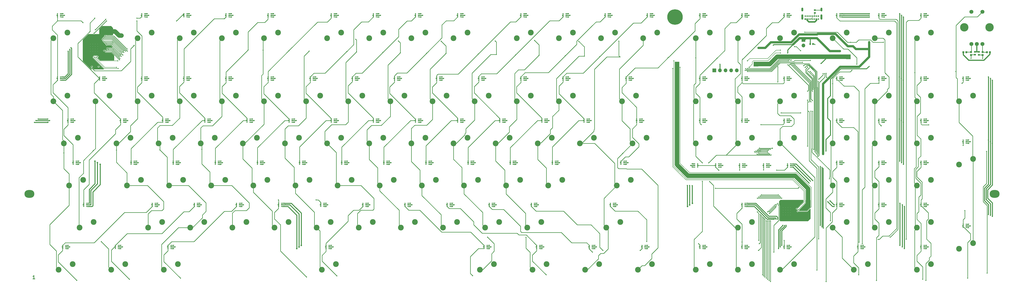
<source format=gbr>
%TF.GenerationSoftware,KiCad,Pcbnew,(5.1.8)-1*%
%TF.CreationDate,2021-04-14T20:46:23-04:00*%
%TF.ProjectId,694200101,36393432-3030-4313-9031-2e6b69636164,rev?*%
%TF.SameCoordinates,Original*%
%TF.FileFunction,Copper,L1,Top*%
%TF.FilePolarity,Positive*%
%FSLAX46Y46*%
G04 Gerber Fmt 4.6, Leading zero omitted, Abs format (unit mm)*
G04 Created by KiCad (PCBNEW (5.1.8)-1) date 2021-04-14 20:46:23*
%MOMM*%
%LPD*%
G01*
G04 APERTURE LIST*
%TA.AperFunction,NonConductor*%
%ADD10C,0.300000*%
%TD*%
%TA.AperFunction,EtchedComponent*%
%ADD11C,0.100000*%
%TD*%
%TA.AperFunction,ComponentPad*%
%ADD12C,3.786000*%
%TD*%
%TA.AperFunction,ComponentPad*%
%ADD13C,1.800000*%
%TD*%
%TA.AperFunction,ComponentPad*%
%ADD14C,0.550000*%
%TD*%
%TA.AperFunction,ComponentPad*%
%ADD15C,0.558800*%
%TD*%
%TA.AperFunction,SMDPad,CuDef*%
%ADD16R,0.700000X0.500000*%
%TD*%
%TA.AperFunction,SMDPad,CuDef*%
%ADD17R,0.550000X0.400000*%
%TD*%
%TA.AperFunction,ComponentPad*%
%ADD18C,2.600000*%
%TD*%
%TA.AperFunction,ComponentPad*%
%ADD19O,1.700000X1.700000*%
%TD*%
%TA.AperFunction,ComponentPad*%
%ADD20R,1.700000X1.700000*%
%TD*%
%TA.AperFunction,ConnectorPad*%
%ADD21C,7.000000*%
%TD*%
%TA.AperFunction,ComponentPad*%
%ADD22C,3.900000*%
%TD*%
%TA.AperFunction,ComponentPad*%
%ADD23O,4.500000X3.500000*%
%TD*%
%TA.AperFunction,SMDPad,CuDef*%
%ADD24R,0.812132X0.708142*%
%TD*%
%TA.AperFunction,SMDPad,CuDef*%
%ADD25R,0.758142X0.812132*%
%TD*%
%TA.AperFunction,SMDPad,CuDef*%
%ADD26R,0.862132X0.690831*%
%TD*%
%TA.AperFunction,SMDPad,CuDef*%
%ADD27R,0.930000X0.970000*%
%TD*%
%TA.AperFunction,SMDPad,CuDef*%
%ADD28R,0.970000X0.930000*%
%TD*%
%TA.AperFunction,ComponentPad*%
%ADD29C,0.650000*%
%TD*%
%TA.AperFunction,ComponentPad*%
%ADD30R,0.650000X0.650000*%
%TD*%
%TA.AperFunction,ViaPad*%
%ADD31C,0.558800*%
%TD*%
%TA.AperFunction,ViaPad*%
%ADD32C,0.508000*%
%TD*%
%TA.AperFunction,ViaPad*%
%ADD33C,0.711200*%
%TD*%
%TA.AperFunction,Conductor*%
%ADD34C,2.032000*%
%TD*%
%TA.AperFunction,Conductor*%
%ADD35C,0.508000*%
%TD*%
%TA.AperFunction,Conductor*%
%ADD36C,0.381000*%
%TD*%
%TA.AperFunction,Conductor*%
%ADD37C,0.254000*%
%TD*%
%TA.AperFunction,Conductor*%
%ADD38C,1.016000*%
%TD*%
%TA.AperFunction,Conductor*%
%ADD39C,0.203200*%
%TD*%
%TA.AperFunction,Conductor*%
%ADD40C,0.635000*%
%TD*%
%TA.AperFunction,Conductor*%
%ADD41C,0.025400*%
%TD*%
%TA.AperFunction,Conductor*%
%ADD42C,0.100000*%
%TD*%
G04 APERTURE END LIST*
D10*
X3603571Y-123487571D02*
X2746428Y-123487571D01*
X3175000Y-123487571D02*
X3175000Y-121987571D01*
X3032142Y-122201857D01*
X2889285Y-122344714D01*
X2746428Y-122416142D01*
D11*
%TO.C,D124*%
G36*
X68612500Y-71839000D02*
G01*
X67812500Y-71839000D01*
X67812500Y-71539000D01*
X68612500Y-71539000D01*
X68612500Y-71839000D01*
G37*
X68612500Y-71839000D02*
X67812500Y-71839000D01*
X67812500Y-71539000D01*
X68612500Y-71539000D01*
X68612500Y-71839000D01*
G36*
X68512500Y-70378500D02*
G01*
X67712500Y-70378500D01*
X67712500Y-70078500D01*
X68512500Y-70078500D01*
X68512500Y-70378500D01*
G37*
X68512500Y-70378500D02*
X67712500Y-70378500D01*
X67712500Y-70078500D01*
X68512500Y-70078500D01*
X68512500Y-70378500D01*
G36*
X69325500Y-71100000D02*
G01*
X68012500Y-71100000D01*
X68012500Y-70800000D01*
X69325500Y-70800000D01*
X69325500Y-71100000D01*
G37*
X69325500Y-71100000D02*
X68012500Y-71100000D01*
X68012500Y-70800000D01*
X69325500Y-70800000D01*
X69325500Y-71100000D01*
%TO.C,D220*%
G36*
X313864550Y-73089000D02*
G01*
X313064550Y-73089000D01*
X313064550Y-72789000D01*
X313864550Y-72789000D01*
X313864550Y-73089000D01*
G37*
X313864550Y-73089000D02*
X313064550Y-73089000D01*
X313064550Y-72789000D01*
X313864550Y-72789000D01*
X313864550Y-73089000D01*
G36*
X313764550Y-71628500D02*
G01*
X312964550Y-71628500D01*
X312964550Y-71328500D01*
X313764550Y-71328500D01*
X313764550Y-71628500D01*
G37*
X313764550Y-71628500D02*
X312964550Y-71628500D01*
X312964550Y-71328500D01*
X313764550Y-71328500D01*
X313764550Y-71628500D01*
G36*
X314577550Y-72350000D02*
G01*
X313264550Y-72350000D01*
X313264550Y-72050000D01*
X314577550Y-72050000D01*
X314577550Y-72350000D01*
G37*
X314577550Y-72350000D02*
X313264550Y-72350000D01*
X313264550Y-72050000D01*
X314577550Y-72050000D01*
X314577550Y-72350000D01*
%TO.C,D219*%
G36*
X406750000Y-5164000D02*
G01*
X405950000Y-5164000D01*
X405950000Y-4864000D01*
X406750000Y-4864000D01*
X406750000Y-5164000D01*
G37*
X406750000Y-5164000D02*
X405950000Y-5164000D01*
X405950000Y-4864000D01*
X406750000Y-4864000D01*
X406750000Y-5164000D01*
G36*
X406650000Y-3703500D02*
G01*
X405850000Y-3703500D01*
X405850000Y-3403500D01*
X406650000Y-3403500D01*
X406650000Y-3703500D01*
G37*
X406650000Y-3703500D02*
X405850000Y-3703500D01*
X405850000Y-3403500D01*
X406650000Y-3403500D01*
X406650000Y-3703500D01*
G36*
X407463000Y-4425000D02*
G01*
X406150000Y-4425000D01*
X406150000Y-4125000D01*
X407463000Y-4125000D01*
X407463000Y-4425000D01*
G37*
X407463000Y-4425000D02*
X406150000Y-4425000D01*
X406150000Y-4125000D01*
X407463000Y-4125000D01*
X407463000Y-4425000D01*
%TO.C,D218*%
G36*
X344837500Y-109939000D02*
G01*
X344037500Y-109939000D01*
X344037500Y-109639000D01*
X344837500Y-109639000D01*
X344837500Y-109939000D01*
G37*
X344837500Y-109939000D02*
X344037500Y-109939000D01*
X344037500Y-109639000D01*
X344837500Y-109639000D01*
X344837500Y-109939000D01*
G36*
X344737500Y-108478500D02*
G01*
X343937500Y-108478500D01*
X343937500Y-108178500D01*
X344737500Y-108178500D01*
X344737500Y-108478500D01*
G37*
X344737500Y-108478500D02*
X343937500Y-108478500D01*
X343937500Y-108178500D01*
X344737500Y-108178500D01*
X344737500Y-108478500D01*
G36*
X345550500Y-109200000D02*
G01*
X344237500Y-109200000D01*
X344237500Y-108900000D01*
X345550500Y-108900000D01*
X345550500Y-109200000D01*
G37*
X345550500Y-109200000D02*
X344237500Y-109200000D01*
X344237500Y-108900000D01*
X345550500Y-108900000D01*
X345550500Y-109200000D01*
%TO.C,D217*%
G36*
X301000000Y-71311000D02*
G01*
X301800000Y-71311000D01*
X301800000Y-71611000D01*
X301000000Y-71611000D01*
X301000000Y-71311000D01*
G37*
X301000000Y-71311000D02*
X301800000Y-71311000D01*
X301800000Y-71611000D01*
X301000000Y-71611000D01*
X301000000Y-71311000D01*
G36*
X301100000Y-72771500D02*
G01*
X301900000Y-72771500D01*
X301900000Y-73071500D01*
X301100000Y-73071500D01*
X301100000Y-72771500D01*
G37*
X301100000Y-72771500D02*
X301900000Y-72771500D01*
X301900000Y-73071500D01*
X301100000Y-73071500D01*
X301100000Y-72771500D01*
G36*
X300287000Y-72050000D02*
G01*
X301600000Y-72050000D01*
X301600000Y-72350000D01*
X300287000Y-72350000D01*
X300287000Y-72050000D01*
G37*
X300287000Y-72050000D02*
X301600000Y-72050000D01*
X301600000Y-72350000D01*
X300287000Y-72350000D01*
X300287000Y-72050000D01*
%TO.C,D216*%
G36*
X324709699Y-73089000D02*
G01*
X323909699Y-73089000D01*
X323909699Y-72789000D01*
X324709699Y-72789000D01*
X324709699Y-73089000D01*
G37*
X324709699Y-73089000D02*
X323909699Y-73089000D01*
X323909699Y-72789000D01*
X324709699Y-72789000D01*
X324709699Y-73089000D01*
G36*
X324609699Y-71628500D02*
G01*
X323809699Y-71628500D01*
X323809699Y-71328500D01*
X324609699Y-71328500D01*
X324609699Y-71628500D01*
G37*
X324609699Y-71628500D02*
X323809699Y-71628500D01*
X323809699Y-71328500D01*
X324609699Y-71328500D01*
X324609699Y-71628500D01*
G36*
X325422699Y-72350000D02*
G01*
X324109699Y-72350000D01*
X324109699Y-72050000D01*
X325422699Y-72050000D01*
X325422699Y-72350000D01*
G37*
X325422699Y-72350000D02*
X324109699Y-72350000D01*
X324109699Y-72050000D01*
X325422699Y-72050000D01*
X325422699Y-72350000D01*
%TO.C,D215*%
G36*
X387700000Y-5164000D02*
G01*
X386900000Y-5164000D01*
X386900000Y-4864000D01*
X387700000Y-4864000D01*
X387700000Y-5164000D01*
G37*
X387700000Y-5164000D02*
X386900000Y-5164000D01*
X386900000Y-4864000D01*
X387700000Y-4864000D01*
X387700000Y-5164000D01*
G36*
X387600000Y-3703500D02*
G01*
X386800000Y-3703500D01*
X386800000Y-3403500D01*
X387600000Y-3403500D01*
X387600000Y-3703500D01*
G37*
X387600000Y-3703500D02*
X386800000Y-3703500D01*
X386800000Y-3403500D01*
X387600000Y-3403500D01*
X387600000Y-3703500D01*
G36*
X388413000Y-4425000D02*
G01*
X387100000Y-4425000D01*
X387100000Y-4125000D01*
X388413000Y-4125000D01*
X388413000Y-4425000D01*
G37*
X388413000Y-4425000D02*
X387100000Y-4425000D01*
X387100000Y-4125000D01*
X388413000Y-4125000D01*
X388413000Y-4425000D01*
%TO.C,D214*%
G36*
X325787500Y-109939000D02*
G01*
X324987500Y-109939000D01*
X324987500Y-109639000D01*
X325787500Y-109639000D01*
X325787500Y-109939000D01*
G37*
X325787500Y-109939000D02*
X324987500Y-109939000D01*
X324987500Y-109639000D01*
X325787500Y-109639000D01*
X325787500Y-109939000D01*
G36*
X325687500Y-108478500D02*
G01*
X324887500Y-108478500D01*
X324887500Y-108178500D01*
X325687500Y-108178500D01*
X325687500Y-108478500D01*
G37*
X325687500Y-108478500D02*
X324887500Y-108478500D01*
X324887500Y-108178500D01*
X325687500Y-108178500D01*
X325687500Y-108478500D01*
G36*
X326500500Y-109200000D02*
G01*
X325187500Y-109200000D01*
X325187500Y-108900000D01*
X326500500Y-108900000D01*
X326500500Y-109200000D01*
G37*
X326500500Y-109200000D02*
X325187500Y-109200000D01*
X325187500Y-108900000D01*
X326500500Y-108900000D01*
X326500500Y-109200000D01*
%TO.C,D213*%
G36*
X325787500Y-90889000D02*
G01*
X324987500Y-90889000D01*
X324987500Y-90589000D01*
X325787500Y-90589000D01*
X325787500Y-90889000D01*
G37*
X325787500Y-90889000D02*
X324987500Y-90889000D01*
X324987500Y-90589000D01*
X325787500Y-90589000D01*
X325787500Y-90889000D01*
G36*
X325687500Y-89428500D02*
G01*
X324887500Y-89428500D01*
X324887500Y-89128500D01*
X325687500Y-89128500D01*
X325687500Y-89428500D01*
G37*
X325687500Y-89428500D02*
X324887500Y-89428500D01*
X324887500Y-89128500D01*
X325687500Y-89128500D01*
X325687500Y-89428500D01*
G36*
X326500500Y-90150000D02*
G01*
X325187500Y-90150000D01*
X325187500Y-89850000D01*
X326500500Y-89850000D01*
X326500500Y-90150000D01*
G37*
X326500500Y-90150000D02*
X325187500Y-90150000D01*
X325187500Y-89850000D01*
X326500500Y-89850000D01*
X326500500Y-90150000D01*
%TO.C,D212*%
G36*
X335554848Y-73089000D02*
G01*
X334754848Y-73089000D01*
X334754848Y-72789000D01*
X335554848Y-72789000D01*
X335554848Y-73089000D01*
G37*
X335554848Y-73089000D02*
X334754848Y-73089000D01*
X334754848Y-72789000D01*
X335554848Y-72789000D01*
X335554848Y-73089000D01*
G36*
X335454848Y-71628500D02*
G01*
X334654848Y-71628500D01*
X334654848Y-71328500D01*
X335454848Y-71328500D01*
X335454848Y-71628500D01*
G37*
X335454848Y-71628500D02*
X334654848Y-71628500D01*
X334654848Y-71328500D01*
X335454848Y-71328500D01*
X335454848Y-71628500D01*
G36*
X336267848Y-72350000D02*
G01*
X334954848Y-72350000D01*
X334954848Y-72050000D01*
X336267848Y-72050000D01*
X336267848Y-72350000D01*
G37*
X336267848Y-72350000D02*
X334954848Y-72350000D01*
X334954848Y-72050000D01*
X336267848Y-72050000D01*
X336267848Y-72350000D01*
%TO.C,D211*%
G36*
X368650000Y-5164000D02*
G01*
X367850000Y-5164000D01*
X367850000Y-4864000D01*
X368650000Y-4864000D01*
X368650000Y-5164000D01*
G37*
X368650000Y-5164000D02*
X367850000Y-5164000D01*
X367850000Y-4864000D01*
X368650000Y-4864000D01*
X368650000Y-5164000D01*
G36*
X368550000Y-3703500D02*
G01*
X367750000Y-3703500D01*
X367750000Y-3403500D01*
X368550000Y-3403500D01*
X368550000Y-3703500D01*
G37*
X368550000Y-3703500D02*
X367750000Y-3703500D01*
X367750000Y-3403500D01*
X368550000Y-3403500D01*
X368550000Y-3703500D01*
G36*
X369363000Y-4425000D02*
G01*
X368050000Y-4425000D01*
X368050000Y-4125000D01*
X369363000Y-4125000D01*
X369363000Y-4425000D01*
G37*
X369363000Y-4425000D02*
X368050000Y-4425000D01*
X368050000Y-4125000D01*
X369363000Y-4125000D01*
X369363000Y-4425000D01*
%TO.C,D210*%
G36*
X306737500Y-109939000D02*
G01*
X305937500Y-109939000D01*
X305937500Y-109639000D01*
X306737500Y-109639000D01*
X306737500Y-109939000D01*
G37*
X306737500Y-109939000D02*
X305937500Y-109939000D01*
X305937500Y-109639000D01*
X306737500Y-109639000D01*
X306737500Y-109939000D01*
G36*
X306637500Y-108478500D02*
G01*
X305837500Y-108478500D01*
X305837500Y-108178500D01*
X306637500Y-108178500D01*
X306637500Y-108478500D01*
G37*
X306637500Y-108478500D02*
X305837500Y-108478500D01*
X305837500Y-108178500D01*
X306637500Y-108178500D01*
X306637500Y-108478500D01*
G36*
X307450500Y-109200000D02*
G01*
X306137500Y-109200000D01*
X306137500Y-108900000D01*
X307450500Y-108900000D01*
X307450500Y-109200000D01*
G37*
X307450500Y-109200000D02*
X306137500Y-109200000D01*
X306137500Y-108900000D01*
X307450500Y-108900000D01*
X307450500Y-109200000D01*
%TO.C,D209*%
G36*
X266256250Y-90889000D02*
G01*
X265456250Y-90889000D01*
X265456250Y-90589000D01*
X266256250Y-90589000D01*
X266256250Y-90889000D01*
G37*
X266256250Y-90889000D02*
X265456250Y-90889000D01*
X265456250Y-90589000D01*
X266256250Y-90589000D01*
X266256250Y-90889000D01*
G36*
X266156250Y-89428500D02*
G01*
X265356250Y-89428500D01*
X265356250Y-89128500D01*
X266156250Y-89128500D01*
X266156250Y-89428500D01*
G37*
X266156250Y-89428500D02*
X265356250Y-89428500D01*
X265356250Y-89128500D01*
X266156250Y-89128500D01*
X266156250Y-89428500D01*
G36*
X266969250Y-90150000D02*
G01*
X265656250Y-90150000D01*
X265656250Y-89850000D01*
X266969250Y-89850000D01*
X266969250Y-90150000D01*
G37*
X266969250Y-90150000D02*
X265656250Y-90150000D01*
X265656250Y-89850000D01*
X266969250Y-89850000D01*
X266969250Y-90150000D01*
%TO.C,D208*%
G36*
X346400000Y-73089000D02*
G01*
X345600000Y-73089000D01*
X345600000Y-72789000D01*
X346400000Y-72789000D01*
X346400000Y-73089000D01*
G37*
X346400000Y-73089000D02*
X345600000Y-73089000D01*
X345600000Y-72789000D01*
X346400000Y-72789000D01*
X346400000Y-73089000D01*
G36*
X346300000Y-71628500D02*
G01*
X345500000Y-71628500D01*
X345500000Y-71328500D01*
X346300000Y-71328500D01*
X346300000Y-71628500D01*
G37*
X346300000Y-71628500D02*
X345500000Y-71628500D01*
X345500000Y-71328500D01*
X346300000Y-71328500D01*
X346300000Y-71628500D01*
G36*
X347113000Y-72350000D02*
G01*
X345800000Y-72350000D01*
X345800000Y-72050000D01*
X347113000Y-72050000D01*
X347113000Y-72350000D01*
G37*
X347113000Y-72350000D02*
X345800000Y-72350000D01*
X345800000Y-72050000D01*
X347113000Y-72050000D01*
X347113000Y-72350000D01*
%TO.C,D207*%
G36*
X368650000Y-33739000D02*
G01*
X367850000Y-33739000D01*
X367850000Y-33439000D01*
X368650000Y-33439000D01*
X368650000Y-33739000D01*
G37*
X368650000Y-33739000D02*
X367850000Y-33739000D01*
X367850000Y-33439000D01*
X368650000Y-33439000D01*
X368650000Y-33739000D01*
G36*
X368550000Y-32278500D02*
G01*
X367750000Y-32278500D01*
X367750000Y-31978500D01*
X368550000Y-31978500D01*
X368550000Y-32278500D01*
G37*
X368550000Y-32278500D02*
X367750000Y-32278500D01*
X367750000Y-31978500D01*
X368550000Y-31978500D01*
X368550000Y-32278500D01*
G36*
X369363000Y-33000000D02*
G01*
X368050000Y-33000000D01*
X368050000Y-32700000D01*
X369363000Y-32700000D01*
X369363000Y-33000000D01*
G37*
X369363000Y-33000000D02*
X368050000Y-33000000D01*
X368050000Y-32700000D01*
X369363000Y-32700000D01*
X369363000Y-33000000D01*
%TO.C,D206*%
G36*
X280543750Y-109939000D02*
G01*
X279743750Y-109939000D01*
X279743750Y-109639000D01*
X280543750Y-109639000D01*
X280543750Y-109939000D01*
G37*
X280543750Y-109939000D02*
X279743750Y-109939000D01*
X279743750Y-109639000D01*
X280543750Y-109639000D01*
X280543750Y-109939000D01*
G36*
X280443750Y-108478500D02*
G01*
X279643750Y-108478500D01*
X279643750Y-108178500D01*
X280443750Y-108178500D01*
X280443750Y-108478500D01*
G37*
X280443750Y-108478500D02*
X279643750Y-108478500D01*
X279643750Y-108178500D01*
X280443750Y-108178500D01*
X280443750Y-108478500D01*
G36*
X281256750Y-109200000D02*
G01*
X279943750Y-109200000D01*
X279943750Y-108900000D01*
X281256750Y-108900000D01*
X281256750Y-109200000D01*
G37*
X281256750Y-109200000D02*
X279943750Y-109200000D01*
X279943750Y-108900000D01*
X281256750Y-108900000D01*
X281256750Y-109200000D01*
%TO.C,D205*%
G36*
X230537500Y-90889000D02*
G01*
X229737500Y-90889000D01*
X229737500Y-90589000D01*
X230537500Y-90589000D01*
X230537500Y-90889000D01*
G37*
X230537500Y-90889000D02*
X229737500Y-90889000D01*
X229737500Y-90589000D01*
X230537500Y-90589000D01*
X230537500Y-90889000D01*
G36*
X230437500Y-89428500D02*
G01*
X229637500Y-89428500D01*
X229637500Y-89128500D01*
X230437500Y-89128500D01*
X230437500Y-89428500D01*
G37*
X230437500Y-89428500D02*
X229637500Y-89428500D01*
X229637500Y-89128500D01*
X230437500Y-89128500D01*
X230437500Y-89428500D01*
G36*
X231250500Y-90150000D02*
G01*
X229937500Y-90150000D01*
X229937500Y-89850000D01*
X231250500Y-89850000D01*
X231250500Y-90150000D01*
G37*
X231250500Y-90150000D02*
X229937500Y-90150000D01*
X229937500Y-89850000D01*
X231250500Y-89850000D01*
X231250500Y-90150000D01*
%TO.C,D204*%
G36*
X425800000Y-33739000D02*
G01*
X425000000Y-33739000D01*
X425000000Y-33439000D01*
X425800000Y-33439000D01*
X425800000Y-33739000D01*
G37*
X425800000Y-33739000D02*
X425000000Y-33739000D01*
X425000000Y-33439000D01*
X425800000Y-33439000D01*
X425800000Y-33739000D01*
G36*
X425700000Y-32278500D02*
G01*
X424900000Y-32278500D01*
X424900000Y-31978500D01*
X425700000Y-31978500D01*
X425700000Y-32278500D01*
G37*
X425700000Y-32278500D02*
X424900000Y-32278500D01*
X424900000Y-31978500D01*
X425700000Y-31978500D01*
X425700000Y-32278500D01*
G36*
X426513000Y-33000000D02*
G01*
X425200000Y-33000000D01*
X425200000Y-32700000D01*
X426513000Y-32700000D01*
X426513000Y-33000000D01*
G37*
X426513000Y-33000000D02*
X425200000Y-33000000D01*
X425200000Y-32700000D01*
X426513000Y-32700000D01*
X426513000Y-33000000D01*
%TO.C,D203*%
G36*
X387700000Y-33739000D02*
G01*
X386900000Y-33739000D01*
X386900000Y-33439000D01*
X387700000Y-33439000D01*
X387700000Y-33739000D01*
G37*
X387700000Y-33739000D02*
X386900000Y-33739000D01*
X386900000Y-33439000D01*
X387700000Y-33439000D01*
X387700000Y-33739000D01*
G36*
X387600000Y-32278500D02*
G01*
X386800000Y-32278500D01*
X386800000Y-31978500D01*
X387600000Y-31978500D01*
X387600000Y-32278500D01*
G37*
X387600000Y-32278500D02*
X386800000Y-32278500D01*
X386800000Y-31978500D01*
X387600000Y-31978500D01*
X387600000Y-32278500D01*
G36*
X388413000Y-33000000D02*
G01*
X387100000Y-33000000D01*
X387100000Y-32700000D01*
X388413000Y-32700000D01*
X388413000Y-33000000D01*
G37*
X388413000Y-33000000D02*
X387100000Y-33000000D01*
X387100000Y-32700000D01*
X388413000Y-32700000D01*
X388413000Y-33000000D01*
%TO.C,D202*%
G36*
X256731250Y-109939000D02*
G01*
X255931250Y-109939000D01*
X255931250Y-109639000D01*
X256731250Y-109639000D01*
X256731250Y-109939000D01*
G37*
X256731250Y-109939000D02*
X255931250Y-109939000D01*
X255931250Y-109639000D01*
X256731250Y-109639000D01*
X256731250Y-109939000D01*
G36*
X256631250Y-108478500D02*
G01*
X255831250Y-108478500D01*
X255831250Y-108178500D01*
X256631250Y-108178500D01*
X256631250Y-108478500D01*
G37*
X256631250Y-108478500D02*
X255831250Y-108478500D01*
X255831250Y-108178500D01*
X256631250Y-108178500D01*
X256631250Y-108478500D01*
G36*
X257444250Y-109200000D02*
G01*
X256131250Y-109200000D01*
X256131250Y-108900000D01*
X257444250Y-108900000D01*
X257444250Y-109200000D01*
G37*
X257444250Y-109200000D02*
X256131250Y-109200000D01*
X256131250Y-108900000D01*
X257444250Y-108900000D01*
X257444250Y-109200000D01*
%TO.C,D201*%
G36*
X211487500Y-90889000D02*
G01*
X210687500Y-90889000D01*
X210687500Y-90589000D01*
X211487500Y-90589000D01*
X211487500Y-90889000D01*
G37*
X211487500Y-90889000D02*
X210687500Y-90889000D01*
X210687500Y-90589000D01*
X211487500Y-90589000D01*
X211487500Y-90889000D01*
G36*
X211387500Y-89428500D02*
G01*
X210587500Y-89428500D01*
X210587500Y-89128500D01*
X211387500Y-89128500D01*
X211387500Y-89428500D01*
G37*
X211387500Y-89428500D02*
X210587500Y-89428500D01*
X210587500Y-89128500D01*
X211387500Y-89128500D01*
X211387500Y-89428500D01*
G36*
X212200500Y-90150000D02*
G01*
X210887500Y-90150000D01*
X210887500Y-89850000D01*
X212200500Y-89850000D01*
X212200500Y-90150000D01*
G37*
X212200500Y-90150000D02*
X210887500Y-90150000D01*
X210887500Y-89850000D01*
X212200500Y-89850000D01*
X212200500Y-90150000D01*
%TO.C,D200*%
G36*
X378175000Y-109939000D02*
G01*
X377375000Y-109939000D01*
X377375000Y-109639000D01*
X378175000Y-109639000D01*
X378175000Y-109939000D01*
G37*
X378175000Y-109939000D02*
X377375000Y-109939000D01*
X377375000Y-109639000D01*
X378175000Y-109639000D01*
X378175000Y-109939000D01*
G36*
X378075000Y-108478500D02*
G01*
X377275000Y-108478500D01*
X377275000Y-108178500D01*
X378075000Y-108178500D01*
X378075000Y-108478500D01*
G37*
X378075000Y-108478500D02*
X377275000Y-108478500D01*
X377275000Y-108178500D01*
X378075000Y-108178500D01*
X378075000Y-108478500D01*
G36*
X378888000Y-109200000D02*
G01*
X377575000Y-109200000D01*
X377575000Y-108900000D01*
X378888000Y-108900000D01*
X378888000Y-109200000D01*
G37*
X378888000Y-109200000D02*
X377575000Y-109200000D01*
X377575000Y-108900000D01*
X378888000Y-108900000D01*
X378888000Y-109200000D01*
%TO.C,D199*%
G36*
X368650000Y-52789000D02*
G01*
X367850000Y-52789000D01*
X367850000Y-52489000D01*
X368650000Y-52489000D01*
X368650000Y-52789000D01*
G37*
X368650000Y-52789000D02*
X367850000Y-52789000D01*
X367850000Y-52489000D01*
X368650000Y-52489000D01*
X368650000Y-52789000D01*
G36*
X368550000Y-51328500D02*
G01*
X367750000Y-51328500D01*
X367750000Y-51028500D01*
X368550000Y-51028500D01*
X368550000Y-51328500D01*
G37*
X368550000Y-51328500D02*
X367750000Y-51328500D01*
X367750000Y-51028500D01*
X368550000Y-51028500D01*
X368550000Y-51328500D01*
G36*
X369363000Y-52050000D02*
G01*
X368050000Y-52050000D01*
X368050000Y-51750000D01*
X369363000Y-51750000D01*
X369363000Y-52050000D01*
G37*
X369363000Y-52050000D02*
X368050000Y-52050000D01*
X368050000Y-51750000D01*
X369363000Y-51750000D01*
X369363000Y-52050000D01*
%TO.C,D198*%
G36*
X232918750Y-109939000D02*
G01*
X232118750Y-109939000D01*
X232118750Y-109639000D01*
X232918750Y-109639000D01*
X232918750Y-109939000D01*
G37*
X232918750Y-109939000D02*
X232118750Y-109939000D01*
X232118750Y-109639000D01*
X232918750Y-109639000D01*
X232918750Y-109939000D01*
G36*
X232818750Y-108478500D02*
G01*
X232018750Y-108478500D01*
X232018750Y-108178500D01*
X232818750Y-108178500D01*
X232818750Y-108478500D01*
G37*
X232818750Y-108478500D02*
X232018750Y-108478500D01*
X232018750Y-108178500D01*
X232818750Y-108178500D01*
X232818750Y-108478500D01*
G36*
X233631750Y-109200000D02*
G01*
X232318750Y-109200000D01*
X232318750Y-108900000D01*
X233631750Y-108900000D01*
X233631750Y-109200000D01*
G37*
X233631750Y-109200000D02*
X232318750Y-109200000D01*
X232318750Y-108900000D01*
X233631750Y-108900000D01*
X233631750Y-109200000D01*
%TO.C,D197*%
G36*
X192437500Y-90889000D02*
G01*
X191637500Y-90889000D01*
X191637500Y-90589000D01*
X192437500Y-90589000D01*
X192437500Y-90889000D01*
G37*
X192437500Y-90889000D02*
X191637500Y-90889000D01*
X191637500Y-90589000D01*
X192437500Y-90589000D01*
X192437500Y-90889000D01*
G36*
X192337500Y-89428500D02*
G01*
X191537500Y-89428500D01*
X191537500Y-89128500D01*
X192337500Y-89128500D01*
X192337500Y-89428500D01*
G37*
X192337500Y-89428500D02*
X191537500Y-89428500D01*
X191537500Y-89128500D01*
X192337500Y-89128500D01*
X192337500Y-89428500D01*
G36*
X193150500Y-90150000D02*
G01*
X191837500Y-90150000D01*
X191837500Y-89850000D01*
X193150500Y-89850000D01*
X193150500Y-90150000D01*
G37*
X193150500Y-90150000D02*
X191837500Y-90150000D01*
X191837500Y-89850000D01*
X193150500Y-89850000D01*
X193150500Y-90150000D01*
%TO.C,D196*%
G36*
X425800000Y-62314000D02*
G01*
X425000000Y-62314000D01*
X425000000Y-62014000D01*
X425800000Y-62014000D01*
X425800000Y-62314000D01*
G37*
X425800000Y-62314000D02*
X425000000Y-62314000D01*
X425000000Y-62014000D01*
X425800000Y-62014000D01*
X425800000Y-62314000D01*
G36*
X425700000Y-60853500D02*
G01*
X424900000Y-60853500D01*
X424900000Y-60553500D01*
X425700000Y-60553500D01*
X425700000Y-60853500D01*
G37*
X425700000Y-60853500D02*
X424900000Y-60853500D01*
X424900000Y-60553500D01*
X425700000Y-60553500D01*
X425700000Y-60853500D01*
G36*
X426513000Y-61575000D02*
G01*
X425200000Y-61575000D01*
X425200000Y-61275000D01*
X426513000Y-61275000D01*
X426513000Y-61575000D01*
G37*
X426513000Y-61575000D02*
X425200000Y-61575000D01*
X425200000Y-61275000D01*
X426513000Y-61275000D01*
X426513000Y-61575000D01*
%TO.C,D195*%
G36*
X406750000Y-52789000D02*
G01*
X405950000Y-52789000D01*
X405950000Y-52489000D01*
X406750000Y-52489000D01*
X406750000Y-52789000D01*
G37*
X406750000Y-52789000D02*
X405950000Y-52789000D01*
X405950000Y-52489000D01*
X406750000Y-52489000D01*
X406750000Y-52789000D01*
G36*
X406650000Y-51328500D02*
G01*
X405850000Y-51328500D01*
X405850000Y-51028500D01*
X406650000Y-51028500D01*
X406650000Y-51328500D01*
G37*
X406650000Y-51328500D02*
X405850000Y-51328500D01*
X405850000Y-51028500D01*
X406650000Y-51028500D01*
X406650000Y-51328500D01*
G36*
X407463000Y-52050000D02*
G01*
X406150000Y-52050000D01*
X406150000Y-51750000D01*
X407463000Y-51750000D01*
X407463000Y-52050000D01*
G37*
X407463000Y-52050000D02*
X406150000Y-52050000D01*
X406150000Y-51750000D01*
X407463000Y-51750000D01*
X407463000Y-52050000D01*
%TO.C,D194*%
G36*
X209106250Y-109939000D02*
G01*
X208306250Y-109939000D01*
X208306250Y-109639000D01*
X209106250Y-109639000D01*
X209106250Y-109939000D01*
G37*
X209106250Y-109939000D02*
X208306250Y-109939000D01*
X208306250Y-109639000D01*
X209106250Y-109639000D01*
X209106250Y-109939000D01*
G36*
X209006250Y-108478500D02*
G01*
X208206250Y-108478500D01*
X208206250Y-108178500D01*
X209006250Y-108178500D01*
X209006250Y-108478500D01*
G37*
X209006250Y-108478500D02*
X208206250Y-108478500D01*
X208206250Y-108178500D01*
X209006250Y-108178500D01*
X209006250Y-108478500D01*
G36*
X209819250Y-109200000D02*
G01*
X208506250Y-109200000D01*
X208506250Y-108900000D01*
X209819250Y-108900000D01*
X209819250Y-109200000D01*
G37*
X209819250Y-109200000D02*
X208506250Y-109200000D01*
X208506250Y-108900000D01*
X209819250Y-108900000D01*
X209819250Y-109200000D01*
%TO.C,D193*%
G36*
X173387500Y-90889000D02*
G01*
X172587500Y-90889000D01*
X172587500Y-90589000D01*
X173387500Y-90589000D01*
X173387500Y-90889000D01*
G37*
X173387500Y-90889000D02*
X172587500Y-90889000D01*
X172587500Y-90589000D01*
X173387500Y-90589000D01*
X173387500Y-90889000D01*
G36*
X173287500Y-89428500D02*
G01*
X172487500Y-89428500D01*
X172487500Y-89128500D01*
X173287500Y-89128500D01*
X173287500Y-89428500D01*
G37*
X173287500Y-89428500D02*
X172487500Y-89428500D01*
X172487500Y-89128500D01*
X173287500Y-89128500D01*
X173287500Y-89428500D01*
G36*
X174100500Y-90150000D02*
G01*
X172787500Y-90150000D01*
X172787500Y-89850000D01*
X174100500Y-89850000D01*
X174100500Y-90150000D01*
G37*
X174100500Y-90150000D02*
X172787500Y-90150000D01*
X172787500Y-89850000D01*
X174100500Y-89850000D01*
X174100500Y-90150000D01*
%TO.C,D192*%
G36*
X425800000Y-100414000D02*
G01*
X425000000Y-100414000D01*
X425000000Y-100114000D01*
X425800000Y-100114000D01*
X425800000Y-100414000D01*
G37*
X425800000Y-100414000D02*
X425000000Y-100414000D01*
X425000000Y-100114000D01*
X425800000Y-100114000D01*
X425800000Y-100414000D01*
G36*
X425700000Y-98953500D02*
G01*
X424900000Y-98953500D01*
X424900000Y-98653500D01*
X425700000Y-98653500D01*
X425700000Y-98953500D01*
G37*
X425700000Y-98953500D02*
X424900000Y-98953500D01*
X424900000Y-98653500D01*
X425700000Y-98653500D01*
X425700000Y-98953500D01*
G36*
X426513000Y-99675000D02*
G01*
X425200000Y-99675000D01*
X425200000Y-99375000D01*
X426513000Y-99375000D01*
X426513000Y-99675000D01*
G37*
X426513000Y-99675000D02*
X425200000Y-99675000D01*
X425200000Y-99375000D01*
X426513000Y-99375000D01*
X426513000Y-99675000D01*
%TO.C,D191*%
G36*
X387700000Y-52789000D02*
G01*
X386900000Y-52789000D01*
X386900000Y-52489000D01*
X387700000Y-52489000D01*
X387700000Y-52789000D01*
G37*
X387700000Y-52789000D02*
X386900000Y-52789000D01*
X386900000Y-52489000D01*
X387700000Y-52489000D01*
X387700000Y-52789000D01*
G36*
X387600000Y-51328500D02*
G01*
X386800000Y-51328500D01*
X386800000Y-51028500D01*
X387600000Y-51028500D01*
X387600000Y-51328500D01*
G37*
X387600000Y-51328500D02*
X386800000Y-51328500D01*
X386800000Y-51028500D01*
X387600000Y-51028500D01*
X387600000Y-51328500D01*
G36*
X388413000Y-52050000D02*
G01*
X387100000Y-52050000D01*
X387100000Y-51750000D01*
X388413000Y-51750000D01*
X388413000Y-52050000D01*
G37*
X388413000Y-52050000D02*
X387100000Y-52050000D01*
X387100000Y-51750000D01*
X388413000Y-51750000D01*
X388413000Y-52050000D01*
%TO.C,D190*%
G36*
X137668750Y-109939000D02*
G01*
X136868750Y-109939000D01*
X136868750Y-109639000D01*
X137668750Y-109639000D01*
X137668750Y-109939000D01*
G37*
X137668750Y-109939000D02*
X136868750Y-109939000D01*
X136868750Y-109639000D01*
X137668750Y-109639000D01*
X137668750Y-109939000D01*
G36*
X137568750Y-108478500D02*
G01*
X136768750Y-108478500D01*
X136768750Y-108178500D01*
X137568750Y-108178500D01*
X137568750Y-108478500D01*
G37*
X137568750Y-108478500D02*
X136768750Y-108478500D01*
X136768750Y-108178500D01*
X137568750Y-108178500D01*
X137568750Y-108478500D01*
G36*
X138381750Y-109200000D02*
G01*
X137068750Y-109200000D01*
X137068750Y-108900000D01*
X138381750Y-108900000D01*
X138381750Y-109200000D01*
G37*
X138381750Y-109200000D02*
X137068750Y-109200000D01*
X137068750Y-108900000D01*
X138381750Y-108900000D01*
X138381750Y-109200000D01*
%TO.C,D189*%
G36*
X154337500Y-90889000D02*
G01*
X153537500Y-90889000D01*
X153537500Y-90589000D01*
X154337500Y-90589000D01*
X154337500Y-90889000D01*
G37*
X154337500Y-90889000D02*
X153537500Y-90889000D01*
X153537500Y-90589000D01*
X154337500Y-90589000D01*
X154337500Y-90889000D01*
G36*
X154237500Y-89428500D02*
G01*
X153437500Y-89428500D01*
X153437500Y-89128500D01*
X154237500Y-89128500D01*
X154237500Y-89428500D01*
G37*
X154237500Y-89428500D02*
X153437500Y-89428500D01*
X153437500Y-89128500D01*
X154237500Y-89128500D01*
X154237500Y-89428500D01*
G36*
X155050500Y-90150000D02*
G01*
X153737500Y-90150000D01*
X153737500Y-89850000D01*
X155050500Y-89850000D01*
X155050500Y-90150000D01*
G37*
X155050500Y-90150000D02*
X153737500Y-90150000D01*
X153737500Y-89850000D01*
X155050500Y-89850000D01*
X155050500Y-90150000D01*
%TO.C,D188*%
G36*
X406750000Y-109939000D02*
G01*
X405950000Y-109939000D01*
X405950000Y-109639000D01*
X406750000Y-109639000D01*
X406750000Y-109939000D01*
G37*
X406750000Y-109939000D02*
X405950000Y-109939000D01*
X405950000Y-109639000D01*
X406750000Y-109639000D01*
X406750000Y-109939000D01*
G36*
X406650000Y-108478500D02*
G01*
X405850000Y-108478500D01*
X405850000Y-108178500D01*
X406650000Y-108178500D01*
X406650000Y-108478500D01*
G37*
X406650000Y-108478500D02*
X405850000Y-108478500D01*
X405850000Y-108178500D01*
X406650000Y-108178500D01*
X406650000Y-108478500D01*
G36*
X407463000Y-109200000D02*
G01*
X406150000Y-109200000D01*
X406150000Y-108900000D01*
X407463000Y-108900000D01*
X407463000Y-109200000D01*
G37*
X407463000Y-109200000D02*
X406150000Y-109200000D01*
X406150000Y-108900000D01*
X407463000Y-108900000D01*
X407463000Y-109200000D01*
%TO.C,D187*%
G36*
X406750000Y-33739000D02*
G01*
X405950000Y-33739000D01*
X405950000Y-33439000D01*
X406750000Y-33439000D01*
X406750000Y-33739000D01*
G37*
X406750000Y-33739000D02*
X405950000Y-33739000D01*
X405950000Y-33439000D01*
X406750000Y-33439000D01*
X406750000Y-33739000D01*
G36*
X406650000Y-32278500D02*
G01*
X405850000Y-32278500D01*
X405850000Y-31978500D01*
X406650000Y-31978500D01*
X406650000Y-32278500D01*
G37*
X406650000Y-32278500D02*
X405850000Y-32278500D01*
X405850000Y-31978500D01*
X406650000Y-31978500D01*
X406650000Y-32278500D01*
G36*
X407463000Y-33000000D02*
G01*
X406150000Y-33000000D01*
X406150000Y-32700000D01*
X407463000Y-32700000D01*
X407463000Y-33000000D01*
G37*
X407463000Y-33000000D02*
X406150000Y-33000000D01*
X406150000Y-32700000D01*
X407463000Y-32700000D01*
X407463000Y-33000000D01*
%TO.C,D186*%
G36*
X116237500Y-90889000D02*
G01*
X115437500Y-90889000D01*
X115437500Y-90589000D01*
X116237500Y-90589000D01*
X116237500Y-90889000D01*
G37*
X116237500Y-90889000D02*
X115437500Y-90889000D01*
X115437500Y-90589000D01*
X116237500Y-90589000D01*
X116237500Y-90889000D01*
G36*
X116137500Y-89428500D02*
G01*
X115337500Y-89428500D01*
X115337500Y-89128500D01*
X116137500Y-89128500D01*
X116137500Y-89428500D01*
G37*
X116137500Y-89428500D02*
X115337500Y-89428500D01*
X115337500Y-89128500D01*
X116137500Y-89128500D01*
X116137500Y-89428500D01*
G36*
X116950500Y-90150000D02*
G01*
X115637500Y-90150000D01*
X115637500Y-89850000D01*
X116950500Y-89850000D01*
X116950500Y-90150000D01*
G37*
X116950500Y-90150000D02*
X115637500Y-90150000D01*
X115637500Y-89850000D01*
X116950500Y-89850000D01*
X116950500Y-90150000D01*
%TO.C,D185*%
G36*
X135287500Y-90889000D02*
G01*
X134487500Y-90889000D01*
X134487500Y-90589000D01*
X135287500Y-90589000D01*
X135287500Y-90889000D01*
G37*
X135287500Y-90889000D02*
X134487500Y-90889000D01*
X134487500Y-90589000D01*
X135287500Y-90589000D01*
X135287500Y-90889000D01*
G36*
X135187500Y-89428500D02*
G01*
X134387500Y-89428500D01*
X134387500Y-89128500D01*
X135187500Y-89128500D01*
X135187500Y-89428500D01*
G37*
X135187500Y-89428500D02*
X134387500Y-89428500D01*
X134387500Y-89128500D01*
X135187500Y-89128500D01*
X135187500Y-89428500D01*
G36*
X136000500Y-90150000D02*
G01*
X134687500Y-90150000D01*
X134687500Y-89850000D01*
X136000500Y-89850000D01*
X136000500Y-90150000D01*
G37*
X136000500Y-90150000D02*
X134687500Y-90150000D01*
X134687500Y-89850000D01*
X136000500Y-89850000D01*
X136000500Y-90150000D01*
%TO.C,D184*%
G36*
X406750000Y-90889000D02*
G01*
X405950000Y-90889000D01*
X405950000Y-90589000D01*
X406750000Y-90589000D01*
X406750000Y-90889000D01*
G37*
X406750000Y-90889000D02*
X405950000Y-90889000D01*
X405950000Y-90589000D01*
X406750000Y-90589000D01*
X406750000Y-90889000D01*
G36*
X406650000Y-89428500D02*
G01*
X405850000Y-89428500D01*
X405850000Y-89128500D01*
X406650000Y-89128500D01*
X406650000Y-89428500D01*
G37*
X406650000Y-89428500D02*
X405850000Y-89428500D01*
X405850000Y-89128500D01*
X406650000Y-89128500D01*
X406650000Y-89428500D01*
G36*
X407463000Y-90150000D02*
G01*
X406150000Y-90150000D01*
X406150000Y-89850000D01*
X407463000Y-89850000D01*
X407463000Y-90150000D01*
G37*
X407463000Y-90150000D02*
X406150000Y-90150000D01*
X406150000Y-89850000D01*
X407463000Y-89850000D01*
X407463000Y-90150000D01*
%TO.C,D183*%
G36*
X406750000Y-71839000D02*
G01*
X405950000Y-71839000D01*
X405950000Y-71539000D01*
X406750000Y-71539000D01*
X406750000Y-71839000D01*
G37*
X406750000Y-71839000D02*
X405950000Y-71839000D01*
X405950000Y-71539000D01*
X406750000Y-71539000D01*
X406750000Y-71839000D01*
G36*
X406650000Y-70378500D02*
G01*
X405850000Y-70378500D01*
X405850000Y-70078500D01*
X406650000Y-70078500D01*
X406650000Y-70378500D01*
G37*
X406650000Y-70378500D02*
X405850000Y-70378500D01*
X405850000Y-70078500D01*
X406650000Y-70078500D01*
X406650000Y-70378500D01*
G36*
X407463000Y-71100000D02*
G01*
X406150000Y-71100000D01*
X406150000Y-70800000D01*
X407463000Y-70800000D01*
X407463000Y-71100000D01*
G37*
X407463000Y-71100000D02*
X406150000Y-71100000D01*
X406150000Y-70800000D01*
X407463000Y-70800000D01*
X407463000Y-71100000D01*
%TO.C,D182*%
G36*
X66231250Y-109939000D02*
G01*
X65431250Y-109939000D01*
X65431250Y-109639000D01*
X66231250Y-109639000D01*
X66231250Y-109939000D01*
G37*
X66231250Y-109939000D02*
X65431250Y-109939000D01*
X65431250Y-109639000D01*
X66231250Y-109639000D01*
X66231250Y-109939000D01*
G36*
X66131250Y-108478500D02*
G01*
X65331250Y-108478500D01*
X65331250Y-108178500D01*
X66131250Y-108178500D01*
X66131250Y-108478500D01*
G37*
X66131250Y-108478500D02*
X65331250Y-108478500D01*
X65331250Y-108178500D01*
X66131250Y-108178500D01*
X66131250Y-108478500D01*
G36*
X66944250Y-109200000D02*
G01*
X65631250Y-109200000D01*
X65631250Y-108900000D01*
X66944250Y-108900000D01*
X66944250Y-109200000D01*
G37*
X66944250Y-109200000D02*
X65631250Y-109200000D01*
X65631250Y-108900000D01*
X66944250Y-108900000D01*
X66944250Y-109200000D01*
%TO.C,D181*%
G36*
X97187500Y-90889000D02*
G01*
X96387500Y-90889000D01*
X96387500Y-90589000D01*
X97187500Y-90589000D01*
X97187500Y-90889000D01*
G37*
X97187500Y-90889000D02*
X96387500Y-90889000D01*
X96387500Y-90589000D01*
X97187500Y-90589000D01*
X97187500Y-90889000D01*
G36*
X97087500Y-89428500D02*
G01*
X96287500Y-89428500D01*
X96287500Y-89128500D01*
X97087500Y-89128500D01*
X97087500Y-89428500D01*
G37*
X97087500Y-89428500D02*
X96287500Y-89428500D01*
X96287500Y-89128500D01*
X97087500Y-89128500D01*
X97087500Y-89428500D01*
G36*
X97900500Y-90150000D02*
G01*
X96587500Y-90150000D01*
X96587500Y-89850000D01*
X97900500Y-89850000D01*
X97900500Y-90150000D01*
G37*
X97900500Y-90150000D02*
X96587500Y-90150000D01*
X96587500Y-89850000D01*
X97900500Y-89850000D01*
X97900500Y-90150000D01*
%TO.C,D180*%
G36*
X387700000Y-90889000D02*
G01*
X386900000Y-90889000D01*
X386900000Y-90589000D01*
X387700000Y-90589000D01*
X387700000Y-90889000D01*
G37*
X387700000Y-90889000D02*
X386900000Y-90889000D01*
X386900000Y-90589000D01*
X387700000Y-90589000D01*
X387700000Y-90889000D01*
G36*
X387600000Y-89428500D02*
G01*
X386800000Y-89428500D01*
X386800000Y-89128500D01*
X387600000Y-89128500D01*
X387600000Y-89428500D01*
G37*
X387600000Y-89428500D02*
X386800000Y-89428500D01*
X386800000Y-89128500D01*
X387600000Y-89128500D01*
X387600000Y-89428500D01*
G36*
X388413000Y-90150000D02*
G01*
X387100000Y-90150000D01*
X387100000Y-89850000D01*
X388413000Y-89850000D01*
X388413000Y-90150000D01*
G37*
X388413000Y-90150000D02*
X387100000Y-90150000D01*
X387100000Y-89850000D01*
X388413000Y-89850000D01*
X388413000Y-90150000D01*
%TO.C,D179*%
G36*
X387700000Y-71839000D02*
G01*
X386900000Y-71839000D01*
X386900000Y-71539000D01*
X387700000Y-71539000D01*
X387700000Y-71839000D01*
G37*
X387700000Y-71839000D02*
X386900000Y-71839000D01*
X386900000Y-71539000D01*
X387700000Y-71539000D01*
X387700000Y-71839000D01*
G36*
X387600000Y-70378500D02*
G01*
X386800000Y-70378500D01*
X386800000Y-70078500D01*
X387600000Y-70078500D01*
X387600000Y-70378500D01*
G37*
X387600000Y-70378500D02*
X386800000Y-70378500D01*
X386800000Y-70078500D01*
X387600000Y-70078500D01*
X387600000Y-70378500D01*
G36*
X388413000Y-71100000D02*
G01*
X387100000Y-71100000D01*
X387100000Y-70800000D01*
X388413000Y-70800000D01*
X388413000Y-71100000D01*
G37*
X388413000Y-71100000D02*
X387100000Y-71100000D01*
X387100000Y-70800000D01*
X388413000Y-70800000D01*
X388413000Y-71100000D01*
%TO.C,D178*%
G36*
X42418750Y-109939000D02*
G01*
X41618750Y-109939000D01*
X41618750Y-109639000D01*
X42418750Y-109639000D01*
X42418750Y-109939000D01*
G37*
X42418750Y-109939000D02*
X41618750Y-109939000D01*
X41618750Y-109639000D01*
X42418750Y-109639000D01*
X42418750Y-109939000D01*
G36*
X42318750Y-108478500D02*
G01*
X41518750Y-108478500D01*
X41518750Y-108178500D01*
X42318750Y-108178500D01*
X42318750Y-108478500D01*
G37*
X42318750Y-108478500D02*
X41518750Y-108478500D01*
X41518750Y-108178500D01*
X42318750Y-108178500D01*
X42318750Y-108478500D01*
G36*
X43131750Y-109200000D02*
G01*
X41818750Y-109200000D01*
X41818750Y-108900000D01*
X43131750Y-108900000D01*
X43131750Y-109200000D01*
G37*
X43131750Y-109200000D02*
X41818750Y-109200000D01*
X41818750Y-108900000D01*
X43131750Y-108900000D01*
X43131750Y-109200000D01*
%TO.C,D177*%
G36*
X78137500Y-90889000D02*
G01*
X77337500Y-90889000D01*
X77337500Y-90589000D01*
X78137500Y-90589000D01*
X78137500Y-90889000D01*
G37*
X78137500Y-90889000D02*
X77337500Y-90889000D01*
X77337500Y-90589000D01*
X78137500Y-90589000D01*
X78137500Y-90889000D01*
G36*
X78037500Y-89428500D02*
G01*
X77237500Y-89428500D01*
X77237500Y-89128500D01*
X78037500Y-89128500D01*
X78037500Y-89428500D01*
G37*
X78037500Y-89428500D02*
X77237500Y-89428500D01*
X77237500Y-89128500D01*
X78037500Y-89128500D01*
X78037500Y-89428500D01*
G36*
X78850500Y-90150000D02*
G01*
X77537500Y-90150000D01*
X77537500Y-89850000D01*
X78850500Y-89850000D01*
X78850500Y-90150000D01*
G37*
X78850500Y-90150000D02*
X77537500Y-90150000D01*
X77537500Y-89850000D01*
X78850500Y-89850000D01*
X78850500Y-90150000D01*
%TO.C,D176*%
G36*
X368650000Y-90889000D02*
G01*
X367850000Y-90889000D01*
X367850000Y-90589000D01*
X368650000Y-90589000D01*
X368650000Y-90889000D01*
G37*
X368650000Y-90889000D02*
X367850000Y-90889000D01*
X367850000Y-90589000D01*
X368650000Y-90589000D01*
X368650000Y-90889000D01*
G36*
X368550000Y-89428500D02*
G01*
X367750000Y-89428500D01*
X367750000Y-89128500D01*
X368550000Y-89128500D01*
X368550000Y-89428500D01*
G37*
X368550000Y-89428500D02*
X367750000Y-89428500D01*
X367750000Y-89128500D01*
X368550000Y-89128500D01*
X368550000Y-89428500D01*
G36*
X369363000Y-90150000D02*
G01*
X368050000Y-90150000D01*
X368050000Y-89850000D01*
X369363000Y-89850000D01*
X369363000Y-90150000D01*
G37*
X369363000Y-90150000D02*
X368050000Y-90150000D01*
X368050000Y-89850000D01*
X369363000Y-89850000D01*
X369363000Y-90150000D01*
%TO.C,D175*%
G36*
X368650000Y-71839000D02*
G01*
X367850000Y-71839000D01*
X367850000Y-71539000D01*
X368650000Y-71539000D01*
X368650000Y-71839000D01*
G37*
X368650000Y-71839000D02*
X367850000Y-71839000D01*
X367850000Y-71539000D01*
X368650000Y-71539000D01*
X368650000Y-71839000D01*
G36*
X368550000Y-70378500D02*
G01*
X367750000Y-70378500D01*
X367750000Y-70078500D01*
X368550000Y-70078500D01*
X368550000Y-70378500D01*
G37*
X368550000Y-70378500D02*
X367750000Y-70378500D01*
X367750000Y-70078500D01*
X368550000Y-70078500D01*
X368550000Y-70378500D01*
G36*
X369363000Y-71100000D02*
G01*
X368050000Y-71100000D01*
X368050000Y-70800000D01*
X369363000Y-70800000D01*
X369363000Y-71100000D01*
G37*
X369363000Y-71100000D02*
X368050000Y-71100000D01*
X368050000Y-70800000D01*
X369363000Y-70800000D01*
X369363000Y-71100000D01*
%TO.C,D174*%
G36*
X18606250Y-109939000D02*
G01*
X17806250Y-109939000D01*
X17806250Y-109639000D01*
X18606250Y-109639000D01*
X18606250Y-109939000D01*
G37*
X18606250Y-109939000D02*
X17806250Y-109939000D01*
X17806250Y-109639000D01*
X18606250Y-109639000D01*
X18606250Y-109939000D01*
G36*
X18506250Y-108478500D02*
G01*
X17706250Y-108478500D01*
X17706250Y-108178500D01*
X18506250Y-108178500D01*
X18506250Y-108478500D01*
G37*
X18506250Y-108478500D02*
X17706250Y-108478500D01*
X17706250Y-108178500D01*
X18506250Y-108178500D01*
X18506250Y-108478500D01*
G36*
X19319250Y-109200000D02*
G01*
X18006250Y-109200000D01*
X18006250Y-108900000D01*
X19319250Y-108900000D01*
X19319250Y-109200000D01*
G37*
X19319250Y-109200000D02*
X18006250Y-109200000D01*
X18006250Y-108900000D01*
X19319250Y-108900000D01*
X19319250Y-109200000D01*
%TO.C,D173*%
G36*
X59087500Y-90889000D02*
G01*
X58287500Y-90889000D01*
X58287500Y-90589000D01*
X59087500Y-90589000D01*
X59087500Y-90889000D01*
G37*
X59087500Y-90889000D02*
X58287500Y-90889000D01*
X58287500Y-90589000D01*
X59087500Y-90589000D01*
X59087500Y-90889000D01*
G36*
X58987500Y-89428500D02*
G01*
X58187500Y-89428500D01*
X58187500Y-89128500D01*
X58987500Y-89128500D01*
X58987500Y-89428500D01*
G37*
X58987500Y-89428500D02*
X58187500Y-89428500D01*
X58187500Y-89128500D01*
X58987500Y-89128500D01*
X58987500Y-89428500D01*
G36*
X59800500Y-90150000D02*
G01*
X58487500Y-90150000D01*
X58487500Y-89850000D01*
X59800500Y-89850000D01*
X59800500Y-90150000D01*
G37*
X59800500Y-90150000D02*
X58487500Y-90150000D01*
X58487500Y-89850000D01*
X59800500Y-89850000D01*
X59800500Y-90150000D01*
%TO.C,D172*%
G36*
X344837500Y-33739000D02*
G01*
X344037500Y-33739000D01*
X344037500Y-33439000D01*
X344837500Y-33439000D01*
X344837500Y-33739000D01*
G37*
X344837500Y-33739000D02*
X344037500Y-33739000D01*
X344037500Y-33439000D01*
X344837500Y-33439000D01*
X344837500Y-33739000D01*
G36*
X344737500Y-32278500D02*
G01*
X343937500Y-32278500D01*
X343937500Y-31978500D01*
X344737500Y-31978500D01*
X344737500Y-32278500D01*
G37*
X344737500Y-32278500D02*
X343937500Y-32278500D01*
X343937500Y-31978500D01*
X344737500Y-31978500D01*
X344737500Y-32278500D01*
G36*
X345550500Y-33000000D02*
G01*
X344237500Y-33000000D01*
X344237500Y-32700000D01*
X345550500Y-32700000D01*
X345550500Y-33000000D01*
G37*
X345550500Y-33000000D02*
X344237500Y-33000000D01*
X344237500Y-32700000D01*
X345550500Y-32700000D01*
X345550500Y-33000000D01*
%TO.C,D171*%
G36*
X325787500Y-52789000D02*
G01*
X324987500Y-52789000D01*
X324987500Y-52489000D01*
X325787500Y-52489000D01*
X325787500Y-52789000D01*
G37*
X325787500Y-52789000D02*
X324987500Y-52789000D01*
X324987500Y-52489000D01*
X325787500Y-52489000D01*
X325787500Y-52789000D01*
G36*
X325687500Y-51328500D02*
G01*
X324887500Y-51328500D01*
X324887500Y-51028500D01*
X325687500Y-51028500D01*
X325687500Y-51328500D01*
G37*
X325687500Y-51328500D02*
X324887500Y-51328500D01*
X324887500Y-51028500D01*
X325687500Y-51028500D01*
X325687500Y-51328500D01*
G36*
X326500500Y-52050000D02*
G01*
X325187500Y-52050000D01*
X325187500Y-51750000D01*
X326500500Y-51750000D01*
X326500500Y-52050000D01*
G37*
X326500500Y-52050000D02*
X325187500Y-52050000D01*
X325187500Y-51750000D01*
X326500500Y-51750000D01*
X326500500Y-52050000D01*
%TO.C,D170*%
G36*
X325787500Y-33739000D02*
G01*
X324987500Y-33739000D01*
X324987500Y-33439000D01*
X325787500Y-33439000D01*
X325787500Y-33739000D01*
G37*
X325787500Y-33739000D02*
X324987500Y-33739000D01*
X324987500Y-33439000D01*
X325787500Y-33439000D01*
X325787500Y-33739000D01*
G36*
X325687500Y-32278500D02*
G01*
X324887500Y-32278500D01*
X324887500Y-31978500D01*
X325687500Y-31978500D01*
X325687500Y-32278500D01*
G37*
X325687500Y-32278500D02*
X324887500Y-32278500D01*
X324887500Y-31978500D01*
X325687500Y-31978500D01*
X325687500Y-32278500D01*
G36*
X326500500Y-33000000D02*
G01*
X325187500Y-33000000D01*
X325187500Y-32700000D01*
X326500500Y-32700000D01*
X326500500Y-33000000D01*
G37*
X326500500Y-33000000D02*
X325187500Y-33000000D01*
X325187500Y-32700000D01*
X326500500Y-32700000D01*
X326500500Y-33000000D01*
%TO.C,D169*%
G36*
X344837500Y-5164000D02*
G01*
X344037500Y-5164000D01*
X344037500Y-4864000D01*
X344837500Y-4864000D01*
X344837500Y-5164000D01*
G37*
X344837500Y-5164000D02*
X344037500Y-5164000D01*
X344037500Y-4864000D01*
X344837500Y-4864000D01*
X344837500Y-5164000D01*
G36*
X344737500Y-3703500D02*
G01*
X343937500Y-3703500D01*
X343937500Y-3403500D01*
X344737500Y-3403500D01*
X344737500Y-3703500D01*
G37*
X344737500Y-3703500D02*
X343937500Y-3703500D01*
X343937500Y-3403500D01*
X344737500Y-3403500D01*
X344737500Y-3703500D01*
G36*
X345550500Y-4425000D02*
G01*
X344237500Y-4425000D01*
X344237500Y-4125000D01*
X345550500Y-4125000D01*
X345550500Y-4425000D01*
G37*
X345550500Y-4425000D02*
X344237500Y-4425000D01*
X344237500Y-4125000D01*
X345550500Y-4125000D01*
X345550500Y-4425000D01*
%TO.C,D168*%
G36*
X344837500Y-52789000D02*
G01*
X344037500Y-52789000D01*
X344037500Y-52489000D01*
X344837500Y-52489000D01*
X344837500Y-52789000D01*
G37*
X344837500Y-52789000D02*
X344037500Y-52789000D01*
X344037500Y-52489000D01*
X344837500Y-52489000D01*
X344837500Y-52789000D01*
G36*
X344737500Y-51328500D02*
G01*
X343937500Y-51328500D01*
X343937500Y-51028500D01*
X344737500Y-51028500D01*
X344737500Y-51328500D01*
G37*
X344737500Y-51328500D02*
X343937500Y-51328500D01*
X343937500Y-51028500D01*
X344737500Y-51028500D01*
X344737500Y-51328500D01*
G36*
X345550500Y-52050000D02*
G01*
X344237500Y-52050000D01*
X344237500Y-51750000D01*
X345550500Y-51750000D01*
X345550500Y-52050000D01*
G37*
X345550500Y-52050000D02*
X344237500Y-52050000D01*
X344237500Y-51750000D01*
X345550500Y-51750000D01*
X345550500Y-52050000D01*
%TO.C,D167*%
G36*
X306737500Y-52789000D02*
G01*
X305937500Y-52789000D01*
X305937500Y-52489000D01*
X306737500Y-52489000D01*
X306737500Y-52789000D01*
G37*
X306737500Y-52789000D02*
X305937500Y-52789000D01*
X305937500Y-52489000D01*
X306737500Y-52489000D01*
X306737500Y-52789000D01*
G36*
X306637500Y-51328500D02*
G01*
X305837500Y-51328500D01*
X305837500Y-51028500D01*
X306637500Y-51028500D01*
X306637500Y-51328500D01*
G37*
X306637500Y-51328500D02*
X305837500Y-51328500D01*
X305837500Y-51028500D01*
X306637500Y-51028500D01*
X306637500Y-51328500D01*
G36*
X307450500Y-52050000D02*
G01*
X306137500Y-52050000D01*
X306137500Y-51750000D01*
X307450500Y-51750000D01*
X307450500Y-52050000D01*
G37*
X307450500Y-52050000D02*
X306137500Y-52050000D01*
X306137500Y-51750000D01*
X307450500Y-51750000D01*
X307450500Y-52050000D01*
%TO.C,D166*%
G36*
X306737500Y-33739000D02*
G01*
X305937500Y-33739000D01*
X305937500Y-33439000D01*
X306737500Y-33439000D01*
X306737500Y-33739000D01*
G37*
X306737500Y-33739000D02*
X305937500Y-33739000D01*
X305937500Y-33439000D01*
X306737500Y-33439000D01*
X306737500Y-33739000D01*
G36*
X306637500Y-32278500D02*
G01*
X305837500Y-32278500D01*
X305837500Y-31978500D01*
X306637500Y-31978500D01*
X306637500Y-32278500D01*
G37*
X306637500Y-32278500D02*
X305837500Y-32278500D01*
X305837500Y-31978500D01*
X306637500Y-31978500D01*
X306637500Y-32278500D01*
G36*
X307450500Y-33000000D02*
G01*
X306137500Y-33000000D01*
X306137500Y-32700000D01*
X307450500Y-32700000D01*
X307450500Y-33000000D01*
G37*
X307450500Y-33000000D02*
X306137500Y-33000000D01*
X306137500Y-32700000D01*
X307450500Y-32700000D01*
X307450500Y-33000000D01*
%TO.C,D165*%
G36*
X325787500Y-5164000D02*
G01*
X324987500Y-5164000D01*
X324987500Y-4864000D01*
X325787500Y-4864000D01*
X325787500Y-5164000D01*
G37*
X325787500Y-5164000D02*
X324987500Y-5164000D01*
X324987500Y-4864000D01*
X325787500Y-4864000D01*
X325787500Y-5164000D01*
G36*
X325687500Y-3703500D02*
G01*
X324887500Y-3703500D01*
X324887500Y-3403500D01*
X325687500Y-3403500D01*
X325687500Y-3703500D01*
G37*
X325687500Y-3703500D02*
X324887500Y-3703500D01*
X324887500Y-3403500D01*
X325687500Y-3403500D01*
X325687500Y-3703500D01*
G36*
X326500500Y-4425000D02*
G01*
X325187500Y-4425000D01*
X325187500Y-4125000D01*
X326500500Y-4125000D01*
X326500500Y-4425000D01*
G37*
X326500500Y-4425000D02*
X325187500Y-4425000D01*
X325187500Y-4125000D01*
X326500500Y-4125000D01*
X326500500Y-4425000D01*
%TO.C,D164*%
G36*
X271018750Y-71839000D02*
G01*
X270218750Y-71839000D01*
X270218750Y-71539000D01*
X271018750Y-71539000D01*
X271018750Y-71839000D01*
G37*
X271018750Y-71839000D02*
X270218750Y-71839000D01*
X270218750Y-71539000D01*
X271018750Y-71539000D01*
X271018750Y-71839000D01*
G36*
X270918750Y-70378500D02*
G01*
X270118750Y-70378500D01*
X270118750Y-70078500D01*
X270918750Y-70078500D01*
X270918750Y-70378500D01*
G37*
X270918750Y-70378500D02*
X270118750Y-70378500D01*
X270118750Y-70078500D01*
X270918750Y-70078500D01*
X270918750Y-70378500D01*
G36*
X271731750Y-71100000D02*
G01*
X270418750Y-71100000D01*
X270418750Y-70800000D01*
X271731750Y-70800000D01*
X271731750Y-71100000D01*
G37*
X271731750Y-71100000D02*
X270418750Y-71100000D01*
X270418750Y-70800000D01*
X271731750Y-70800000D01*
X271731750Y-71100000D01*
%TO.C,D163*%
G36*
X278162500Y-52789000D02*
G01*
X277362500Y-52789000D01*
X277362500Y-52489000D01*
X278162500Y-52489000D01*
X278162500Y-52789000D01*
G37*
X278162500Y-52789000D02*
X277362500Y-52789000D01*
X277362500Y-52489000D01*
X278162500Y-52489000D01*
X278162500Y-52789000D01*
G36*
X278062500Y-51328500D02*
G01*
X277262500Y-51328500D01*
X277262500Y-51028500D01*
X278062500Y-51028500D01*
X278062500Y-51328500D01*
G37*
X278062500Y-51328500D02*
X277262500Y-51328500D01*
X277262500Y-51028500D01*
X278062500Y-51028500D01*
X278062500Y-51328500D01*
G36*
X278875500Y-52050000D02*
G01*
X277562500Y-52050000D01*
X277562500Y-51750000D01*
X278875500Y-51750000D01*
X278875500Y-52050000D01*
G37*
X278875500Y-52050000D02*
X277562500Y-52050000D01*
X277562500Y-51750000D01*
X278875500Y-51750000D01*
X278875500Y-52050000D01*
%TO.C,D162*%
G36*
X273400000Y-33739000D02*
G01*
X272600000Y-33739000D01*
X272600000Y-33439000D01*
X273400000Y-33439000D01*
X273400000Y-33739000D01*
G37*
X273400000Y-33739000D02*
X272600000Y-33739000D01*
X272600000Y-33439000D01*
X273400000Y-33439000D01*
X273400000Y-33739000D01*
G36*
X273300000Y-32278500D02*
G01*
X272500000Y-32278500D01*
X272500000Y-31978500D01*
X273300000Y-31978500D01*
X273300000Y-32278500D01*
G37*
X273300000Y-32278500D02*
X272500000Y-32278500D01*
X272500000Y-31978500D01*
X273300000Y-31978500D01*
X273300000Y-32278500D01*
G36*
X274113000Y-33000000D02*
G01*
X272800000Y-33000000D01*
X272800000Y-32700000D01*
X274113000Y-32700000D01*
X274113000Y-33000000D01*
G37*
X274113000Y-33000000D02*
X272800000Y-33000000D01*
X272800000Y-32700000D01*
X274113000Y-32700000D01*
X274113000Y-33000000D01*
%TO.C,D161*%
G36*
X306737500Y-5164000D02*
G01*
X305937500Y-5164000D01*
X305937500Y-4864000D01*
X306737500Y-4864000D01*
X306737500Y-5164000D01*
G37*
X306737500Y-5164000D02*
X305937500Y-5164000D01*
X305937500Y-4864000D01*
X306737500Y-4864000D01*
X306737500Y-5164000D01*
G36*
X306637500Y-3703500D02*
G01*
X305837500Y-3703500D01*
X305837500Y-3403500D01*
X306637500Y-3403500D01*
X306637500Y-3703500D01*
G37*
X306637500Y-3703500D02*
X305837500Y-3703500D01*
X305837500Y-3403500D01*
X306637500Y-3403500D01*
X306637500Y-3703500D01*
G36*
X307450500Y-4425000D02*
G01*
X306137500Y-4425000D01*
X306137500Y-4125000D01*
X307450500Y-4125000D01*
X307450500Y-4425000D01*
G37*
X307450500Y-4425000D02*
X306137500Y-4425000D01*
X306137500Y-4125000D01*
X307450500Y-4125000D01*
X307450500Y-4425000D01*
%TO.C,D160*%
G36*
X240062500Y-71839000D02*
G01*
X239262500Y-71839000D01*
X239262500Y-71539000D01*
X240062500Y-71539000D01*
X240062500Y-71839000D01*
G37*
X240062500Y-71839000D02*
X239262500Y-71839000D01*
X239262500Y-71539000D01*
X240062500Y-71539000D01*
X240062500Y-71839000D01*
G36*
X239962500Y-70378500D02*
G01*
X239162500Y-70378500D01*
X239162500Y-70078500D01*
X239962500Y-70078500D01*
X239962500Y-70378500D01*
G37*
X239962500Y-70378500D02*
X239162500Y-70378500D01*
X239162500Y-70078500D01*
X239962500Y-70078500D01*
X239962500Y-70378500D01*
G36*
X240775500Y-71100000D02*
G01*
X239462500Y-71100000D01*
X239462500Y-70800000D01*
X240775500Y-70800000D01*
X240775500Y-71100000D01*
G37*
X240775500Y-71100000D02*
X239462500Y-71100000D01*
X239462500Y-70800000D01*
X240775500Y-70800000D01*
X240775500Y-71100000D01*
%TO.C,D159*%
G36*
X254350000Y-52789000D02*
G01*
X253550000Y-52789000D01*
X253550000Y-52489000D01*
X254350000Y-52489000D01*
X254350000Y-52789000D01*
G37*
X254350000Y-52789000D02*
X253550000Y-52789000D01*
X253550000Y-52489000D01*
X254350000Y-52489000D01*
X254350000Y-52789000D01*
G36*
X254250000Y-51328500D02*
G01*
X253450000Y-51328500D01*
X253450000Y-51028500D01*
X254250000Y-51028500D01*
X254250000Y-51328500D01*
G37*
X254250000Y-51328500D02*
X253450000Y-51328500D01*
X253450000Y-51028500D01*
X254250000Y-51028500D01*
X254250000Y-51328500D01*
G36*
X255063000Y-52050000D02*
G01*
X253750000Y-52050000D01*
X253750000Y-51750000D01*
X255063000Y-51750000D01*
X255063000Y-52050000D01*
G37*
X255063000Y-52050000D02*
X253750000Y-52050000D01*
X253750000Y-51750000D01*
X255063000Y-51750000D01*
X255063000Y-52050000D01*
%TO.C,D158*%
G36*
X244825000Y-33739000D02*
G01*
X244025000Y-33739000D01*
X244025000Y-33439000D01*
X244825000Y-33439000D01*
X244825000Y-33739000D01*
G37*
X244825000Y-33739000D02*
X244025000Y-33739000D01*
X244025000Y-33439000D01*
X244825000Y-33439000D01*
X244825000Y-33739000D01*
G36*
X244725000Y-32278500D02*
G01*
X243925000Y-32278500D01*
X243925000Y-31978500D01*
X244725000Y-31978500D01*
X244725000Y-32278500D01*
G37*
X244725000Y-32278500D02*
X243925000Y-32278500D01*
X243925000Y-31978500D01*
X244725000Y-31978500D01*
X244725000Y-32278500D01*
G36*
X245538000Y-33000000D02*
G01*
X244225000Y-33000000D01*
X244225000Y-32700000D01*
X245538000Y-32700000D01*
X245538000Y-33000000D01*
G37*
X245538000Y-33000000D02*
X244225000Y-33000000D01*
X244225000Y-32700000D01*
X245538000Y-32700000D01*
X245538000Y-33000000D01*
%TO.C,D157*%
G36*
X282925000Y-5164000D02*
G01*
X282125000Y-5164000D01*
X282125000Y-4864000D01*
X282925000Y-4864000D01*
X282925000Y-5164000D01*
G37*
X282925000Y-5164000D02*
X282125000Y-5164000D01*
X282125000Y-4864000D01*
X282925000Y-4864000D01*
X282925000Y-5164000D01*
G36*
X282825000Y-3703500D02*
G01*
X282025000Y-3703500D01*
X282025000Y-3403500D01*
X282825000Y-3403500D01*
X282825000Y-3703500D01*
G37*
X282825000Y-3703500D02*
X282025000Y-3703500D01*
X282025000Y-3403500D01*
X282825000Y-3403500D01*
X282825000Y-3703500D01*
G36*
X283638000Y-4425000D02*
G01*
X282325000Y-4425000D01*
X282325000Y-4125000D01*
X283638000Y-4125000D01*
X283638000Y-4425000D01*
G37*
X283638000Y-4425000D02*
X282325000Y-4425000D01*
X282325000Y-4125000D01*
X283638000Y-4125000D01*
X283638000Y-4425000D01*
%TO.C,D156*%
G36*
X221012500Y-71839000D02*
G01*
X220212500Y-71839000D01*
X220212500Y-71539000D01*
X221012500Y-71539000D01*
X221012500Y-71839000D01*
G37*
X221012500Y-71839000D02*
X220212500Y-71839000D01*
X220212500Y-71539000D01*
X221012500Y-71539000D01*
X221012500Y-71839000D01*
G36*
X220912500Y-70378500D02*
G01*
X220112500Y-70378500D01*
X220112500Y-70078500D01*
X220912500Y-70078500D01*
X220912500Y-70378500D01*
G37*
X220912500Y-70378500D02*
X220112500Y-70378500D01*
X220112500Y-70078500D01*
X220912500Y-70078500D01*
X220912500Y-70378500D01*
G36*
X221725500Y-71100000D02*
G01*
X220412500Y-71100000D01*
X220412500Y-70800000D01*
X221725500Y-70800000D01*
X221725500Y-71100000D01*
G37*
X221725500Y-71100000D02*
X220412500Y-71100000D01*
X220412500Y-70800000D01*
X221725500Y-70800000D01*
X221725500Y-71100000D01*
%TO.C,D155*%
G36*
X235300000Y-52789000D02*
G01*
X234500000Y-52789000D01*
X234500000Y-52489000D01*
X235300000Y-52489000D01*
X235300000Y-52789000D01*
G37*
X235300000Y-52789000D02*
X234500000Y-52789000D01*
X234500000Y-52489000D01*
X235300000Y-52489000D01*
X235300000Y-52789000D01*
G36*
X235200000Y-51328500D02*
G01*
X234400000Y-51328500D01*
X234400000Y-51028500D01*
X235200000Y-51028500D01*
X235200000Y-51328500D01*
G37*
X235200000Y-51328500D02*
X234400000Y-51328500D01*
X234400000Y-51028500D01*
X235200000Y-51028500D01*
X235200000Y-51328500D01*
G36*
X236013000Y-52050000D02*
G01*
X234700000Y-52050000D01*
X234700000Y-51750000D01*
X236013000Y-51750000D01*
X236013000Y-52050000D01*
G37*
X236013000Y-52050000D02*
X234700000Y-52050000D01*
X234700000Y-51750000D01*
X236013000Y-51750000D01*
X236013000Y-52050000D01*
%TO.C,D154*%
G36*
X225775000Y-33739000D02*
G01*
X224975000Y-33739000D01*
X224975000Y-33439000D01*
X225775000Y-33439000D01*
X225775000Y-33739000D01*
G37*
X225775000Y-33739000D02*
X224975000Y-33739000D01*
X224975000Y-33439000D01*
X225775000Y-33439000D01*
X225775000Y-33739000D01*
G36*
X225675000Y-32278500D02*
G01*
X224875000Y-32278500D01*
X224875000Y-31978500D01*
X225675000Y-31978500D01*
X225675000Y-32278500D01*
G37*
X225675000Y-32278500D02*
X224875000Y-32278500D01*
X224875000Y-31978500D01*
X225675000Y-31978500D01*
X225675000Y-32278500D01*
G36*
X226488000Y-33000000D02*
G01*
X225175000Y-33000000D01*
X225175000Y-32700000D01*
X226488000Y-32700000D01*
X226488000Y-33000000D01*
G37*
X226488000Y-33000000D02*
X225175000Y-33000000D01*
X225175000Y-32700000D01*
X226488000Y-32700000D01*
X226488000Y-33000000D01*
%TO.C,D153*%
G36*
X263875000Y-5164000D02*
G01*
X263075000Y-5164000D01*
X263075000Y-4864000D01*
X263875000Y-4864000D01*
X263875000Y-5164000D01*
G37*
X263875000Y-5164000D02*
X263075000Y-5164000D01*
X263075000Y-4864000D01*
X263875000Y-4864000D01*
X263875000Y-5164000D01*
G36*
X263775000Y-3703500D02*
G01*
X262975000Y-3703500D01*
X262975000Y-3403500D01*
X263775000Y-3403500D01*
X263775000Y-3703500D01*
G37*
X263775000Y-3703500D02*
X262975000Y-3703500D01*
X262975000Y-3403500D01*
X263775000Y-3403500D01*
X263775000Y-3703500D01*
G36*
X264588000Y-4425000D02*
G01*
X263275000Y-4425000D01*
X263275000Y-4125000D01*
X264588000Y-4125000D01*
X264588000Y-4425000D01*
G37*
X264588000Y-4425000D02*
X263275000Y-4425000D01*
X263275000Y-4125000D01*
X264588000Y-4125000D01*
X264588000Y-4425000D01*
%TO.C,D152*%
G36*
X201962500Y-71839000D02*
G01*
X201162500Y-71839000D01*
X201162500Y-71539000D01*
X201962500Y-71539000D01*
X201962500Y-71839000D01*
G37*
X201962500Y-71839000D02*
X201162500Y-71839000D01*
X201162500Y-71539000D01*
X201962500Y-71539000D01*
X201962500Y-71839000D01*
G36*
X201862500Y-70378500D02*
G01*
X201062500Y-70378500D01*
X201062500Y-70078500D01*
X201862500Y-70078500D01*
X201862500Y-70378500D01*
G37*
X201862500Y-70378500D02*
X201062500Y-70378500D01*
X201062500Y-70078500D01*
X201862500Y-70078500D01*
X201862500Y-70378500D01*
G36*
X202675500Y-71100000D02*
G01*
X201362500Y-71100000D01*
X201362500Y-70800000D01*
X202675500Y-70800000D01*
X202675500Y-71100000D01*
G37*
X202675500Y-71100000D02*
X201362500Y-71100000D01*
X201362500Y-70800000D01*
X202675500Y-70800000D01*
X202675500Y-71100000D01*
%TO.C,D151*%
G36*
X216250000Y-52789000D02*
G01*
X215450000Y-52789000D01*
X215450000Y-52489000D01*
X216250000Y-52489000D01*
X216250000Y-52789000D01*
G37*
X216250000Y-52789000D02*
X215450000Y-52789000D01*
X215450000Y-52489000D01*
X216250000Y-52489000D01*
X216250000Y-52789000D01*
G36*
X216150000Y-51328500D02*
G01*
X215350000Y-51328500D01*
X215350000Y-51028500D01*
X216150000Y-51028500D01*
X216150000Y-51328500D01*
G37*
X216150000Y-51328500D02*
X215350000Y-51328500D01*
X215350000Y-51028500D01*
X216150000Y-51028500D01*
X216150000Y-51328500D01*
G36*
X216963000Y-52050000D02*
G01*
X215650000Y-52050000D01*
X215650000Y-51750000D01*
X216963000Y-51750000D01*
X216963000Y-52050000D01*
G37*
X216963000Y-52050000D02*
X215650000Y-52050000D01*
X215650000Y-51750000D01*
X216963000Y-51750000D01*
X216963000Y-52050000D01*
%TO.C,D150*%
G36*
X206725000Y-33739000D02*
G01*
X205925000Y-33739000D01*
X205925000Y-33439000D01*
X206725000Y-33439000D01*
X206725000Y-33739000D01*
G37*
X206725000Y-33739000D02*
X205925000Y-33739000D01*
X205925000Y-33439000D01*
X206725000Y-33439000D01*
X206725000Y-33739000D01*
G36*
X206625000Y-32278500D02*
G01*
X205825000Y-32278500D01*
X205825000Y-31978500D01*
X206625000Y-31978500D01*
X206625000Y-32278500D01*
G37*
X206625000Y-32278500D02*
X205825000Y-32278500D01*
X205825000Y-31978500D01*
X206625000Y-31978500D01*
X206625000Y-32278500D01*
G36*
X207438000Y-33000000D02*
G01*
X206125000Y-33000000D01*
X206125000Y-32700000D01*
X207438000Y-32700000D01*
X207438000Y-33000000D01*
G37*
X207438000Y-33000000D02*
X206125000Y-33000000D01*
X206125000Y-32700000D01*
X207438000Y-32700000D01*
X207438000Y-33000000D01*
%TO.C,D149*%
G36*
X244825000Y-5164000D02*
G01*
X244025000Y-5164000D01*
X244025000Y-4864000D01*
X244825000Y-4864000D01*
X244825000Y-5164000D01*
G37*
X244825000Y-5164000D02*
X244025000Y-5164000D01*
X244025000Y-4864000D01*
X244825000Y-4864000D01*
X244825000Y-5164000D01*
G36*
X244725000Y-3703500D02*
G01*
X243925000Y-3703500D01*
X243925000Y-3403500D01*
X244725000Y-3403500D01*
X244725000Y-3703500D01*
G37*
X244725000Y-3703500D02*
X243925000Y-3703500D01*
X243925000Y-3403500D01*
X244725000Y-3403500D01*
X244725000Y-3703500D01*
G36*
X245538000Y-4425000D02*
G01*
X244225000Y-4425000D01*
X244225000Y-4125000D01*
X245538000Y-4125000D01*
X245538000Y-4425000D01*
G37*
X245538000Y-4425000D02*
X244225000Y-4425000D01*
X244225000Y-4125000D01*
X245538000Y-4125000D01*
X245538000Y-4425000D01*
%TO.C,D148*%
G36*
X182912500Y-71839000D02*
G01*
X182112500Y-71839000D01*
X182112500Y-71539000D01*
X182912500Y-71539000D01*
X182912500Y-71839000D01*
G37*
X182912500Y-71839000D02*
X182112500Y-71839000D01*
X182112500Y-71539000D01*
X182912500Y-71539000D01*
X182912500Y-71839000D01*
G36*
X182812500Y-70378500D02*
G01*
X182012500Y-70378500D01*
X182012500Y-70078500D01*
X182812500Y-70078500D01*
X182812500Y-70378500D01*
G37*
X182812500Y-70378500D02*
X182012500Y-70378500D01*
X182012500Y-70078500D01*
X182812500Y-70078500D01*
X182812500Y-70378500D01*
G36*
X183625500Y-71100000D02*
G01*
X182312500Y-71100000D01*
X182312500Y-70800000D01*
X183625500Y-70800000D01*
X183625500Y-71100000D01*
G37*
X183625500Y-71100000D02*
X182312500Y-71100000D01*
X182312500Y-70800000D01*
X183625500Y-70800000D01*
X183625500Y-71100000D01*
%TO.C,D147*%
G36*
X197200000Y-52789000D02*
G01*
X196400000Y-52789000D01*
X196400000Y-52489000D01*
X197200000Y-52489000D01*
X197200000Y-52789000D01*
G37*
X197200000Y-52789000D02*
X196400000Y-52789000D01*
X196400000Y-52489000D01*
X197200000Y-52489000D01*
X197200000Y-52789000D01*
G36*
X197100000Y-51328500D02*
G01*
X196300000Y-51328500D01*
X196300000Y-51028500D01*
X197100000Y-51028500D01*
X197100000Y-51328500D01*
G37*
X197100000Y-51328500D02*
X196300000Y-51328500D01*
X196300000Y-51028500D01*
X197100000Y-51028500D01*
X197100000Y-51328500D01*
G36*
X197913000Y-52050000D02*
G01*
X196600000Y-52050000D01*
X196600000Y-51750000D01*
X197913000Y-51750000D01*
X197913000Y-52050000D01*
G37*
X197913000Y-52050000D02*
X196600000Y-52050000D01*
X196600000Y-51750000D01*
X197913000Y-51750000D01*
X197913000Y-52050000D01*
%TO.C,D146*%
G36*
X187675000Y-33739000D02*
G01*
X186875000Y-33739000D01*
X186875000Y-33439000D01*
X187675000Y-33439000D01*
X187675000Y-33739000D01*
G37*
X187675000Y-33739000D02*
X186875000Y-33739000D01*
X186875000Y-33439000D01*
X187675000Y-33439000D01*
X187675000Y-33739000D01*
G36*
X187575000Y-32278500D02*
G01*
X186775000Y-32278500D01*
X186775000Y-31978500D01*
X187575000Y-31978500D01*
X187575000Y-32278500D01*
G37*
X187575000Y-32278500D02*
X186775000Y-32278500D01*
X186775000Y-31978500D01*
X187575000Y-31978500D01*
X187575000Y-32278500D01*
G36*
X188388000Y-33000000D02*
G01*
X187075000Y-33000000D01*
X187075000Y-32700000D01*
X188388000Y-32700000D01*
X188388000Y-33000000D01*
G37*
X188388000Y-33000000D02*
X187075000Y-33000000D01*
X187075000Y-32700000D01*
X188388000Y-32700000D01*
X188388000Y-33000000D01*
%TO.C,D145*%
G36*
X225775000Y-5164000D02*
G01*
X224975000Y-5164000D01*
X224975000Y-4864000D01*
X225775000Y-4864000D01*
X225775000Y-5164000D01*
G37*
X225775000Y-5164000D02*
X224975000Y-5164000D01*
X224975000Y-4864000D01*
X225775000Y-4864000D01*
X225775000Y-5164000D01*
G36*
X225675000Y-3703500D02*
G01*
X224875000Y-3703500D01*
X224875000Y-3403500D01*
X225675000Y-3403500D01*
X225675000Y-3703500D01*
G37*
X225675000Y-3703500D02*
X224875000Y-3703500D01*
X224875000Y-3403500D01*
X225675000Y-3403500D01*
X225675000Y-3703500D01*
G36*
X226488000Y-4425000D02*
G01*
X225175000Y-4425000D01*
X225175000Y-4125000D01*
X226488000Y-4125000D01*
X226488000Y-4425000D01*
G37*
X226488000Y-4425000D02*
X225175000Y-4425000D01*
X225175000Y-4125000D01*
X226488000Y-4125000D01*
X226488000Y-4425000D01*
%TO.C,D144*%
G36*
X163862500Y-71839000D02*
G01*
X163062500Y-71839000D01*
X163062500Y-71539000D01*
X163862500Y-71539000D01*
X163862500Y-71839000D01*
G37*
X163862500Y-71839000D02*
X163062500Y-71839000D01*
X163062500Y-71539000D01*
X163862500Y-71539000D01*
X163862500Y-71839000D01*
G36*
X163762500Y-70378500D02*
G01*
X162962500Y-70378500D01*
X162962500Y-70078500D01*
X163762500Y-70078500D01*
X163762500Y-70378500D01*
G37*
X163762500Y-70378500D02*
X162962500Y-70378500D01*
X162962500Y-70078500D01*
X163762500Y-70078500D01*
X163762500Y-70378500D01*
G36*
X164575500Y-71100000D02*
G01*
X163262500Y-71100000D01*
X163262500Y-70800000D01*
X164575500Y-70800000D01*
X164575500Y-71100000D01*
G37*
X164575500Y-71100000D02*
X163262500Y-71100000D01*
X163262500Y-70800000D01*
X164575500Y-70800000D01*
X164575500Y-71100000D01*
%TO.C,D143*%
G36*
X178150000Y-52789000D02*
G01*
X177350000Y-52789000D01*
X177350000Y-52489000D01*
X178150000Y-52489000D01*
X178150000Y-52789000D01*
G37*
X178150000Y-52789000D02*
X177350000Y-52789000D01*
X177350000Y-52489000D01*
X178150000Y-52489000D01*
X178150000Y-52789000D01*
G36*
X178050000Y-51328500D02*
G01*
X177250000Y-51328500D01*
X177250000Y-51028500D01*
X178050000Y-51028500D01*
X178050000Y-51328500D01*
G37*
X178050000Y-51328500D02*
X177250000Y-51328500D01*
X177250000Y-51028500D01*
X178050000Y-51028500D01*
X178050000Y-51328500D01*
G36*
X178863000Y-52050000D02*
G01*
X177550000Y-52050000D01*
X177550000Y-51750000D01*
X178863000Y-51750000D01*
X178863000Y-52050000D01*
G37*
X178863000Y-52050000D02*
X177550000Y-52050000D01*
X177550000Y-51750000D01*
X178863000Y-51750000D01*
X178863000Y-52050000D01*
%TO.C,D142*%
G36*
X168625000Y-33739000D02*
G01*
X167825000Y-33739000D01*
X167825000Y-33439000D01*
X168625000Y-33439000D01*
X168625000Y-33739000D01*
G37*
X168625000Y-33739000D02*
X167825000Y-33739000D01*
X167825000Y-33439000D01*
X168625000Y-33439000D01*
X168625000Y-33739000D01*
G36*
X168525000Y-32278500D02*
G01*
X167725000Y-32278500D01*
X167725000Y-31978500D01*
X168525000Y-31978500D01*
X168525000Y-32278500D01*
G37*
X168525000Y-32278500D02*
X167725000Y-32278500D01*
X167725000Y-31978500D01*
X168525000Y-31978500D01*
X168525000Y-32278500D01*
G36*
X169338000Y-33000000D02*
G01*
X168025000Y-33000000D01*
X168025000Y-32700000D01*
X169338000Y-32700000D01*
X169338000Y-33000000D01*
G37*
X169338000Y-33000000D02*
X168025000Y-33000000D01*
X168025000Y-32700000D01*
X169338000Y-32700000D01*
X169338000Y-33000000D01*
%TO.C,D141*%
G36*
X197200000Y-5164000D02*
G01*
X196400000Y-5164000D01*
X196400000Y-4864000D01*
X197200000Y-4864000D01*
X197200000Y-5164000D01*
G37*
X197200000Y-5164000D02*
X196400000Y-5164000D01*
X196400000Y-4864000D01*
X197200000Y-4864000D01*
X197200000Y-5164000D01*
G36*
X197100000Y-3703500D02*
G01*
X196300000Y-3703500D01*
X196300000Y-3403500D01*
X197100000Y-3403500D01*
X197100000Y-3703500D01*
G37*
X197100000Y-3703500D02*
X196300000Y-3703500D01*
X196300000Y-3403500D01*
X197100000Y-3403500D01*
X197100000Y-3703500D01*
G36*
X197913000Y-4425000D02*
G01*
X196600000Y-4425000D01*
X196600000Y-4125000D01*
X197913000Y-4125000D01*
X197913000Y-4425000D01*
G37*
X197913000Y-4425000D02*
X196600000Y-4425000D01*
X196600000Y-4125000D01*
X197913000Y-4125000D01*
X197913000Y-4425000D01*
%TO.C,D140*%
G36*
X144812500Y-71839000D02*
G01*
X144012500Y-71839000D01*
X144012500Y-71539000D01*
X144812500Y-71539000D01*
X144812500Y-71839000D01*
G37*
X144812500Y-71839000D02*
X144012500Y-71839000D01*
X144012500Y-71539000D01*
X144812500Y-71539000D01*
X144812500Y-71839000D01*
G36*
X144712500Y-70378500D02*
G01*
X143912500Y-70378500D01*
X143912500Y-70078500D01*
X144712500Y-70078500D01*
X144712500Y-70378500D01*
G37*
X144712500Y-70378500D02*
X143912500Y-70378500D01*
X143912500Y-70078500D01*
X144712500Y-70078500D01*
X144712500Y-70378500D01*
G36*
X145525500Y-71100000D02*
G01*
X144212500Y-71100000D01*
X144212500Y-70800000D01*
X145525500Y-70800000D01*
X145525500Y-71100000D01*
G37*
X145525500Y-71100000D02*
X144212500Y-71100000D01*
X144212500Y-70800000D01*
X145525500Y-70800000D01*
X145525500Y-71100000D01*
%TO.C,D139*%
G36*
X159100000Y-52789000D02*
G01*
X158300000Y-52789000D01*
X158300000Y-52489000D01*
X159100000Y-52489000D01*
X159100000Y-52789000D01*
G37*
X159100000Y-52789000D02*
X158300000Y-52789000D01*
X158300000Y-52489000D01*
X159100000Y-52489000D01*
X159100000Y-52789000D01*
G36*
X159000000Y-51328500D02*
G01*
X158200000Y-51328500D01*
X158200000Y-51028500D01*
X159000000Y-51028500D01*
X159000000Y-51328500D01*
G37*
X159000000Y-51328500D02*
X158200000Y-51328500D01*
X158200000Y-51028500D01*
X159000000Y-51028500D01*
X159000000Y-51328500D01*
G36*
X159813000Y-52050000D02*
G01*
X158500000Y-52050000D01*
X158500000Y-51750000D01*
X159813000Y-51750000D01*
X159813000Y-52050000D01*
G37*
X159813000Y-52050000D02*
X158500000Y-52050000D01*
X158500000Y-51750000D01*
X159813000Y-51750000D01*
X159813000Y-52050000D01*
%TO.C,D138*%
G36*
X149575000Y-33739000D02*
G01*
X148775000Y-33739000D01*
X148775000Y-33439000D01*
X149575000Y-33439000D01*
X149575000Y-33739000D01*
G37*
X149575000Y-33739000D02*
X148775000Y-33739000D01*
X148775000Y-33439000D01*
X149575000Y-33439000D01*
X149575000Y-33739000D01*
G36*
X149475000Y-32278500D02*
G01*
X148675000Y-32278500D01*
X148675000Y-31978500D01*
X149475000Y-31978500D01*
X149475000Y-32278500D01*
G37*
X149475000Y-32278500D02*
X148675000Y-32278500D01*
X148675000Y-31978500D01*
X149475000Y-31978500D01*
X149475000Y-32278500D01*
G36*
X150288000Y-33000000D02*
G01*
X148975000Y-33000000D01*
X148975000Y-32700000D01*
X150288000Y-32700000D01*
X150288000Y-33000000D01*
G37*
X150288000Y-33000000D02*
X148975000Y-33000000D01*
X148975000Y-32700000D01*
X150288000Y-32700000D01*
X150288000Y-33000000D01*
%TO.C,D137*%
G36*
X178150000Y-5164000D02*
G01*
X177350000Y-5164000D01*
X177350000Y-4864000D01*
X178150000Y-4864000D01*
X178150000Y-5164000D01*
G37*
X178150000Y-5164000D02*
X177350000Y-5164000D01*
X177350000Y-4864000D01*
X178150000Y-4864000D01*
X178150000Y-5164000D01*
G36*
X178050000Y-3703500D02*
G01*
X177250000Y-3703500D01*
X177250000Y-3403500D01*
X178050000Y-3403500D01*
X178050000Y-3703500D01*
G37*
X178050000Y-3703500D02*
X177250000Y-3703500D01*
X177250000Y-3403500D01*
X178050000Y-3403500D01*
X178050000Y-3703500D01*
G36*
X178863000Y-4425000D02*
G01*
X177550000Y-4425000D01*
X177550000Y-4125000D01*
X178863000Y-4125000D01*
X178863000Y-4425000D01*
G37*
X178863000Y-4425000D02*
X177550000Y-4425000D01*
X177550000Y-4125000D01*
X178863000Y-4125000D01*
X178863000Y-4425000D01*
%TO.C,D136*%
G36*
X125762500Y-71839000D02*
G01*
X124962500Y-71839000D01*
X124962500Y-71539000D01*
X125762500Y-71539000D01*
X125762500Y-71839000D01*
G37*
X125762500Y-71839000D02*
X124962500Y-71839000D01*
X124962500Y-71539000D01*
X125762500Y-71539000D01*
X125762500Y-71839000D01*
G36*
X125662500Y-70378500D02*
G01*
X124862500Y-70378500D01*
X124862500Y-70078500D01*
X125662500Y-70078500D01*
X125662500Y-70378500D01*
G37*
X125662500Y-70378500D02*
X124862500Y-70378500D01*
X124862500Y-70078500D01*
X125662500Y-70078500D01*
X125662500Y-70378500D01*
G36*
X126475500Y-71100000D02*
G01*
X125162500Y-71100000D01*
X125162500Y-70800000D01*
X126475500Y-70800000D01*
X126475500Y-71100000D01*
G37*
X126475500Y-71100000D02*
X125162500Y-71100000D01*
X125162500Y-70800000D01*
X126475500Y-70800000D01*
X126475500Y-71100000D01*
%TO.C,D135*%
G36*
X140050000Y-52789000D02*
G01*
X139250000Y-52789000D01*
X139250000Y-52489000D01*
X140050000Y-52489000D01*
X140050000Y-52789000D01*
G37*
X140050000Y-52789000D02*
X139250000Y-52789000D01*
X139250000Y-52489000D01*
X140050000Y-52489000D01*
X140050000Y-52789000D01*
G36*
X139950000Y-51328500D02*
G01*
X139150000Y-51328500D01*
X139150000Y-51028500D01*
X139950000Y-51028500D01*
X139950000Y-51328500D01*
G37*
X139950000Y-51328500D02*
X139150000Y-51328500D01*
X139150000Y-51028500D01*
X139950000Y-51028500D01*
X139950000Y-51328500D01*
G36*
X140763000Y-52050000D02*
G01*
X139450000Y-52050000D01*
X139450000Y-51750000D01*
X140763000Y-51750000D01*
X140763000Y-52050000D01*
G37*
X140763000Y-52050000D02*
X139450000Y-52050000D01*
X139450000Y-51750000D01*
X140763000Y-51750000D01*
X140763000Y-52050000D01*
%TO.C,D134*%
G36*
X130525000Y-33739000D02*
G01*
X129725000Y-33739000D01*
X129725000Y-33439000D01*
X130525000Y-33439000D01*
X130525000Y-33739000D01*
G37*
X130525000Y-33739000D02*
X129725000Y-33739000D01*
X129725000Y-33439000D01*
X130525000Y-33439000D01*
X130525000Y-33739000D01*
G36*
X130425000Y-32278500D02*
G01*
X129625000Y-32278500D01*
X129625000Y-31978500D01*
X130425000Y-31978500D01*
X130425000Y-32278500D01*
G37*
X130425000Y-32278500D02*
X129625000Y-32278500D01*
X129625000Y-31978500D01*
X130425000Y-31978500D01*
X130425000Y-32278500D01*
G36*
X131238000Y-33000000D02*
G01*
X129925000Y-33000000D01*
X129925000Y-32700000D01*
X131238000Y-32700000D01*
X131238000Y-33000000D01*
G37*
X131238000Y-33000000D02*
X129925000Y-33000000D01*
X129925000Y-32700000D01*
X131238000Y-32700000D01*
X131238000Y-33000000D01*
%TO.C,D133*%
G36*
X159100000Y-5164000D02*
G01*
X158300000Y-5164000D01*
X158300000Y-4864000D01*
X159100000Y-4864000D01*
X159100000Y-5164000D01*
G37*
X159100000Y-5164000D02*
X158300000Y-5164000D01*
X158300000Y-4864000D01*
X159100000Y-4864000D01*
X159100000Y-5164000D01*
G36*
X159000000Y-3703500D02*
G01*
X158200000Y-3703500D01*
X158200000Y-3403500D01*
X159000000Y-3403500D01*
X159000000Y-3703500D01*
G37*
X159000000Y-3703500D02*
X158200000Y-3703500D01*
X158200000Y-3403500D01*
X159000000Y-3403500D01*
X159000000Y-3703500D01*
G36*
X159813000Y-4425000D02*
G01*
X158500000Y-4425000D01*
X158500000Y-4125000D01*
X159813000Y-4125000D01*
X159813000Y-4425000D01*
G37*
X159813000Y-4425000D02*
X158500000Y-4425000D01*
X158500000Y-4125000D01*
X159813000Y-4125000D01*
X159813000Y-4425000D01*
%TO.C,D132*%
G36*
X106712500Y-71839000D02*
G01*
X105912500Y-71839000D01*
X105912500Y-71539000D01*
X106712500Y-71539000D01*
X106712500Y-71839000D01*
G37*
X106712500Y-71839000D02*
X105912500Y-71839000D01*
X105912500Y-71539000D01*
X106712500Y-71539000D01*
X106712500Y-71839000D01*
G36*
X106612500Y-70378500D02*
G01*
X105812500Y-70378500D01*
X105812500Y-70078500D01*
X106612500Y-70078500D01*
X106612500Y-70378500D01*
G37*
X106612500Y-70378500D02*
X105812500Y-70378500D01*
X105812500Y-70078500D01*
X106612500Y-70078500D01*
X106612500Y-70378500D01*
G36*
X107425500Y-71100000D02*
G01*
X106112500Y-71100000D01*
X106112500Y-70800000D01*
X107425500Y-70800000D01*
X107425500Y-71100000D01*
G37*
X107425500Y-71100000D02*
X106112500Y-71100000D01*
X106112500Y-70800000D01*
X107425500Y-70800000D01*
X107425500Y-71100000D01*
%TO.C,D131*%
G36*
X121000000Y-52789000D02*
G01*
X120200000Y-52789000D01*
X120200000Y-52489000D01*
X121000000Y-52489000D01*
X121000000Y-52789000D01*
G37*
X121000000Y-52789000D02*
X120200000Y-52789000D01*
X120200000Y-52489000D01*
X121000000Y-52489000D01*
X121000000Y-52789000D01*
G36*
X120900000Y-51328500D02*
G01*
X120100000Y-51328500D01*
X120100000Y-51028500D01*
X120900000Y-51028500D01*
X120900000Y-51328500D01*
G37*
X120900000Y-51328500D02*
X120100000Y-51328500D01*
X120100000Y-51028500D01*
X120900000Y-51028500D01*
X120900000Y-51328500D01*
G36*
X121713000Y-52050000D02*
G01*
X120400000Y-52050000D01*
X120400000Y-51750000D01*
X121713000Y-51750000D01*
X121713000Y-52050000D01*
G37*
X121713000Y-52050000D02*
X120400000Y-52050000D01*
X120400000Y-51750000D01*
X121713000Y-51750000D01*
X121713000Y-52050000D01*
%TO.C,D130*%
G36*
X111475000Y-33739000D02*
G01*
X110675000Y-33739000D01*
X110675000Y-33439000D01*
X111475000Y-33439000D01*
X111475000Y-33739000D01*
G37*
X111475000Y-33739000D02*
X110675000Y-33739000D01*
X110675000Y-33439000D01*
X111475000Y-33439000D01*
X111475000Y-33739000D01*
G36*
X111375000Y-32278500D02*
G01*
X110575000Y-32278500D01*
X110575000Y-31978500D01*
X111375000Y-31978500D01*
X111375000Y-32278500D01*
G37*
X111375000Y-32278500D02*
X110575000Y-32278500D01*
X110575000Y-31978500D01*
X111375000Y-31978500D01*
X111375000Y-32278500D01*
G36*
X112188000Y-33000000D02*
G01*
X110875000Y-33000000D01*
X110875000Y-32700000D01*
X112188000Y-32700000D01*
X112188000Y-33000000D01*
G37*
X112188000Y-33000000D02*
X110875000Y-33000000D01*
X110875000Y-32700000D01*
X112188000Y-32700000D01*
X112188000Y-33000000D01*
%TO.C,D129*%
G36*
X140050000Y-5164000D02*
G01*
X139250000Y-5164000D01*
X139250000Y-4864000D01*
X140050000Y-4864000D01*
X140050000Y-5164000D01*
G37*
X140050000Y-5164000D02*
X139250000Y-5164000D01*
X139250000Y-4864000D01*
X140050000Y-4864000D01*
X140050000Y-5164000D01*
G36*
X139950000Y-3703500D02*
G01*
X139150000Y-3703500D01*
X139150000Y-3403500D01*
X139950000Y-3403500D01*
X139950000Y-3703500D01*
G37*
X139950000Y-3703500D02*
X139150000Y-3703500D01*
X139150000Y-3403500D01*
X139950000Y-3403500D01*
X139950000Y-3703500D01*
G36*
X140763000Y-4425000D02*
G01*
X139450000Y-4425000D01*
X139450000Y-4125000D01*
X140763000Y-4125000D01*
X140763000Y-4425000D01*
G37*
X140763000Y-4425000D02*
X139450000Y-4425000D01*
X139450000Y-4125000D01*
X140763000Y-4125000D01*
X140763000Y-4425000D01*
%TO.C,D128*%
G36*
X87662500Y-71839000D02*
G01*
X86862500Y-71839000D01*
X86862500Y-71539000D01*
X87662500Y-71539000D01*
X87662500Y-71839000D01*
G37*
X87662500Y-71839000D02*
X86862500Y-71839000D01*
X86862500Y-71539000D01*
X87662500Y-71539000D01*
X87662500Y-71839000D01*
G36*
X87562500Y-70378500D02*
G01*
X86762500Y-70378500D01*
X86762500Y-70078500D01*
X87562500Y-70078500D01*
X87562500Y-70378500D01*
G37*
X87562500Y-70378500D02*
X86762500Y-70378500D01*
X86762500Y-70078500D01*
X87562500Y-70078500D01*
X87562500Y-70378500D01*
G36*
X88375500Y-71100000D02*
G01*
X87062500Y-71100000D01*
X87062500Y-70800000D01*
X88375500Y-70800000D01*
X88375500Y-71100000D01*
G37*
X88375500Y-71100000D02*
X87062500Y-71100000D01*
X87062500Y-70800000D01*
X88375500Y-70800000D01*
X88375500Y-71100000D01*
%TO.C,D127*%
G36*
X101950000Y-52789000D02*
G01*
X101150000Y-52789000D01*
X101150000Y-52489000D01*
X101950000Y-52489000D01*
X101950000Y-52789000D01*
G37*
X101950000Y-52789000D02*
X101150000Y-52789000D01*
X101150000Y-52489000D01*
X101950000Y-52489000D01*
X101950000Y-52789000D01*
G36*
X101850000Y-51328500D02*
G01*
X101050000Y-51328500D01*
X101050000Y-51028500D01*
X101850000Y-51028500D01*
X101850000Y-51328500D01*
G37*
X101850000Y-51328500D02*
X101050000Y-51328500D01*
X101050000Y-51028500D01*
X101850000Y-51028500D01*
X101850000Y-51328500D01*
G36*
X102663000Y-52050000D02*
G01*
X101350000Y-52050000D01*
X101350000Y-51750000D01*
X102663000Y-51750000D01*
X102663000Y-52050000D01*
G37*
X102663000Y-52050000D02*
X101350000Y-52050000D01*
X101350000Y-51750000D01*
X102663000Y-51750000D01*
X102663000Y-52050000D01*
%TO.C,D126*%
G36*
X92425000Y-33739000D02*
G01*
X91625000Y-33739000D01*
X91625000Y-33439000D01*
X92425000Y-33439000D01*
X92425000Y-33739000D01*
G37*
X92425000Y-33739000D02*
X91625000Y-33739000D01*
X91625000Y-33439000D01*
X92425000Y-33439000D01*
X92425000Y-33739000D01*
G36*
X92325000Y-32278500D02*
G01*
X91525000Y-32278500D01*
X91525000Y-31978500D01*
X92325000Y-31978500D01*
X92325000Y-32278500D01*
G37*
X92325000Y-32278500D02*
X91525000Y-32278500D01*
X91525000Y-31978500D01*
X92325000Y-31978500D01*
X92325000Y-32278500D01*
G36*
X93138000Y-33000000D02*
G01*
X91825000Y-33000000D01*
X91825000Y-32700000D01*
X93138000Y-32700000D01*
X93138000Y-33000000D01*
G37*
X93138000Y-33000000D02*
X91825000Y-33000000D01*
X91825000Y-32700000D01*
X93138000Y-32700000D01*
X93138000Y-33000000D01*
%TO.C,D125*%
G36*
X111475000Y-5164000D02*
G01*
X110675000Y-5164000D01*
X110675000Y-4864000D01*
X111475000Y-4864000D01*
X111475000Y-5164000D01*
G37*
X111475000Y-5164000D02*
X110675000Y-5164000D01*
X110675000Y-4864000D01*
X111475000Y-4864000D01*
X111475000Y-5164000D01*
G36*
X111375000Y-3703500D02*
G01*
X110575000Y-3703500D01*
X110575000Y-3403500D01*
X111375000Y-3403500D01*
X111375000Y-3703500D01*
G37*
X111375000Y-3703500D02*
X110575000Y-3703500D01*
X110575000Y-3403500D01*
X111375000Y-3403500D01*
X111375000Y-3703500D01*
G36*
X112188000Y-4425000D02*
G01*
X110875000Y-4425000D01*
X110875000Y-4125000D01*
X112188000Y-4125000D01*
X112188000Y-4425000D01*
G37*
X112188000Y-4425000D02*
X110875000Y-4425000D01*
X110875000Y-4125000D01*
X112188000Y-4125000D01*
X112188000Y-4425000D01*
%TO.C,D123*%
G36*
X82900000Y-52789000D02*
G01*
X82100000Y-52789000D01*
X82100000Y-52489000D01*
X82900000Y-52489000D01*
X82900000Y-52789000D01*
G37*
X82900000Y-52789000D02*
X82100000Y-52789000D01*
X82100000Y-52489000D01*
X82900000Y-52489000D01*
X82900000Y-52789000D01*
G36*
X82800000Y-51328500D02*
G01*
X82000000Y-51328500D01*
X82000000Y-51028500D01*
X82800000Y-51028500D01*
X82800000Y-51328500D01*
G37*
X82800000Y-51328500D02*
X82000000Y-51328500D01*
X82000000Y-51028500D01*
X82800000Y-51028500D01*
X82800000Y-51328500D01*
G36*
X83613000Y-52050000D02*
G01*
X82300000Y-52050000D01*
X82300000Y-51750000D01*
X83613000Y-51750000D01*
X83613000Y-52050000D01*
G37*
X83613000Y-52050000D02*
X82300000Y-52050000D01*
X82300000Y-51750000D01*
X83613000Y-51750000D01*
X83613000Y-52050000D01*
%TO.C,D122*%
G36*
X73375000Y-33739000D02*
G01*
X72575000Y-33739000D01*
X72575000Y-33439000D01*
X73375000Y-33439000D01*
X73375000Y-33739000D01*
G37*
X73375000Y-33739000D02*
X72575000Y-33739000D01*
X72575000Y-33439000D01*
X73375000Y-33439000D01*
X73375000Y-33739000D01*
G36*
X73275000Y-32278500D02*
G01*
X72475000Y-32278500D01*
X72475000Y-31978500D01*
X73275000Y-31978500D01*
X73275000Y-32278500D01*
G37*
X73275000Y-32278500D02*
X72475000Y-32278500D01*
X72475000Y-31978500D01*
X73275000Y-31978500D01*
X73275000Y-32278500D01*
G36*
X74088000Y-33000000D02*
G01*
X72775000Y-33000000D01*
X72775000Y-32700000D01*
X74088000Y-32700000D01*
X74088000Y-33000000D01*
G37*
X74088000Y-33000000D02*
X72775000Y-33000000D01*
X72775000Y-32700000D01*
X74088000Y-32700000D01*
X74088000Y-33000000D01*
%TO.C,D121*%
G36*
X92425000Y-5164000D02*
G01*
X91625000Y-5164000D01*
X91625000Y-4864000D01*
X92425000Y-4864000D01*
X92425000Y-5164000D01*
G37*
X92425000Y-5164000D02*
X91625000Y-5164000D01*
X91625000Y-4864000D01*
X92425000Y-4864000D01*
X92425000Y-5164000D01*
G36*
X92325000Y-3703500D02*
G01*
X91525000Y-3703500D01*
X91525000Y-3403500D01*
X92325000Y-3403500D01*
X92325000Y-3703500D01*
G37*
X92325000Y-3703500D02*
X91525000Y-3703500D01*
X91525000Y-3403500D01*
X92325000Y-3403500D01*
X92325000Y-3703500D01*
G36*
X93138000Y-4425000D02*
G01*
X91825000Y-4425000D01*
X91825000Y-4125000D01*
X93138000Y-4125000D01*
X93138000Y-4425000D01*
G37*
X93138000Y-4425000D02*
X91825000Y-4425000D01*
X91825000Y-4125000D01*
X93138000Y-4125000D01*
X93138000Y-4425000D01*
%TO.C,D120*%
G36*
X49562500Y-71839000D02*
G01*
X48762500Y-71839000D01*
X48762500Y-71539000D01*
X49562500Y-71539000D01*
X49562500Y-71839000D01*
G37*
X49562500Y-71839000D02*
X48762500Y-71839000D01*
X48762500Y-71539000D01*
X49562500Y-71539000D01*
X49562500Y-71839000D01*
G36*
X49462500Y-70378500D02*
G01*
X48662500Y-70378500D01*
X48662500Y-70078500D01*
X49462500Y-70078500D01*
X49462500Y-70378500D01*
G37*
X49462500Y-70378500D02*
X48662500Y-70378500D01*
X48662500Y-70078500D01*
X49462500Y-70078500D01*
X49462500Y-70378500D01*
G36*
X50275500Y-71100000D02*
G01*
X48962500Y-71100000D01*
X48962500Y-70800000D01*
X50275500Y-70800000D01*
X50275500Y-71100000D01*
G37*
X50275500Y-71100000D02*
X48962500Y-71100000D01*
X48962500Y-70800000D01*
X50275500Y-70800000D01*
X50275500Y-71100000D01*
%TO.C,D119*%
G36*
X63850000Y-52789000D02*
G01*
X63050000Y-52789000D01*
X63050000Y-52489000D01*
X63850000Y-52489000D01*
X63850000Y-52789000D01*
G37*
X63850000Y-52789000D02*
X63050000Y-52789000D01*
X63050000Y-52489000D01*
X63850000Y-52489000D01*
X63850000Y-52789000D01*
G36*
X63750000Y-51328500D02*
G01*
X62950000Y-51328500D01*
X62950000Y-51028500D01*
X63750000Y-51028500D01*
X63750000Y-51328500D01*
G37*
X63750000Y-51328500D02*
X62950000Y-51328500D01*
X62950000Y-51028500D01*
X63750000Y-51028500D01*
X63750000Y-51328500D01*
G36*
X64563000Y-52050000D02*
G01*
X63250000Y-52050000D01*
X63250000Y-51750000D01*
X64563000Y-51750000D01*
X64563000Y-52050000D01*
G37*
X64563000Y-52050000D02*
X63250000Y-52050000D01*
X63250000Y-51750000D01*
X64563000Y-51750000D01*
X64563000Y-52050000D01*
%TO.C,D118*%
G36*
X54325000Y-33739000D02*
G01*
X53525000Y-33739000D01*
X53525000Y-33439000D01*
X54325000Y-33439000D01*
X54325000Y-33739000D01*
G37*
X54325000Y-33739000D02*
X53525000Y-33739000D01*
X53525000Y-33439000D01*
X54325000Y-33439000D01*
X54325000Y-33739000D01*
G36*
X54225000Y-32278500D02*
G01*
X53425000Y-32278500D01*
X53425000Y-31978500D01*
X54225000Y-31978500D01*
X54225000Y-32278500D01*
G37*
X54225000Y-32278500D02*
X53425000Y-32278500D01*
X53425000Y-31978500D01*
X54225000Y-31978500D01*
X54225000Y-32278500D01*
G36*
X55038000Y-33000000D02*
G01*
X53725000Y-33000000D01*
X53725000Y-32700000D01*
X55038000Y-32700000D01*
X55038000Y-33000000D01*
G37*
X55038000Y-33000000D02*
X53725000Y-33000000D01*
X53725000Y-32700000D01*
X55038000Y-32700000D01*
X55038000Y-33000000D01*
%TO.C,D117*%
G36*
X73375000Y-5164000D02*
G01*
X72575000Y-5164000D01*
X72575000Y-4864000D01*
X73375000Y-4864000D01*
X73375000Y-5164000D01*
G37*
X73375000Y-5164000D02*
X72575000Y-5164000D01*
X72575000Y-4864000D01*
X73375000Y-4864000D01*
X73375000Y-5164000D01*
G36*
X73275000Y-3703500D02*
G01*
X72475000Y-3703500D01*
X72475000Y-3403500D01*
X73275000Y-3403500D01*
X73275000Y-3703500D01*
G37*
X73275000Y-3703500D02*
X72475000Y-3703500D01*
X72475000Y-3403500D01*
X73275000Y-3403500D01*
X73275000Y-3703500D01*
G36*
X74088000Y-4425000D02*
G01*
X72775000Y-4425000D01*
X72775000Y-4125000D01*
X74088000Y-4125000D01*
X74088000Y-4425000D01*
G37*
X74088000Y-4425000D02*
X72775000Y-4425000D01*
X72775000Y-4125000D01*
X74088000Y-4125000D01*
X74088000Y-4425000D01*
%TO.C,D116*%
G36*
X28131250Y-90889000D02*
G01*
X27331250Y-90889000D01*
X27331250Y-90589000D01*
X28131250Y-90589000D01*
X28131250Y-90889000D01*
G37*
X28131250Y-90889000D02*
X27331250Y-90889000D01*
X27331250Y-90589000D01*
X28131250Y-90589000D01*
X28131250Y-90889000D01*
G36*
X28031250Y-89428500D02*
G01*
X27231250Y-89428500D01*
X27231250Y-89128500D01*
X28031250Y-89128500D01*
X28031250Y-89428500D01*
G37*
X28031250Y-89428500D02*
X27231250Y-89428500D01*
X27231250Y-89128500D01*
X28031250Y-89128500D01*
X28031250Y-89428500D01*
G36*
X28844250Y-90150000D02*
G01*
X27531250Y-90150000D01*
X27531250Y-89850000D01*
X28844250Y-89850000D01*
X28844250Y-90150000D01*
G37*
X28844250Y-90150000D02*
X27531250Y-90150000D01*
X27531250Y-89850000D01*
X28844250Y-89850000D01*
X28844250Y-90150000D01*
%TO.C,D115*%
G36*
X44800000Y-52789000D02*
G01*
X44000000Y-52789000D01*
X44000000Y-52489000D01*
X44800000Y-52489000D01*
X44800000Y-52789000D01*
G37*
X44800000Y-52789000D02*
X44000000Y-52789000D01*
X44000000Y-52489000D01*
X44800000Y-52489000D01*
X44800000Y-52789000D01*
G36*
X44700000Y-51328500D02*
G01*
X43900000Y-51328500D01*
X43900000Y-51028500D01*
X44700000Y-51028500D01*
X44700000Y-51328500D01*
G37*
X44700000Y-51328500D02*
X43900000Y-51328500D01*
X43900000Y-51028500D01*
X44700000Y-51028500D01*
X44700000Y-51328500D01*
G36*
X45513000Y-52050000D02*
G01*
X44200000Y-52050000D01*
X44200000Y-51750000D01*
X45513000Y-51750000D01*
X45513000Y-52050000D01*
G37*
X45513000Y-52050000D02*
X44200000Y-52050000D01*
X44200000Y-51750000D01*
X45513000Y-51750000D01*
X45513000Y-52050000D01*
%TO.C,D114*%
G36*
X35275000Y-33739000D02*
G01*
X34475000Y-33739000D01*
X34475000Y-33439000D01*
X35275000Y-33439000D01*
X35275000Y-33739000D01*
G37*
X35275000Y-33739000D02*
X34475000Y-33739000D01*
X34475000Y-33439000D01*
X35275000Y-33439000D01*
X35275000Y-33739000D01*
G36*
X35175000Y-32278500D02*
G01*
X34375000Y-32278500D01*
X34375000Y-31978500D01*
X35175000Y-31978500D01*
X35175000Y-32278500D01*
G37*
X35175000Y-32278500D02*
X34375000Y-32278500D01*
X34375000Y-31978500D01*
X35175000Y-31978500D01*
X35175000Y-32278500D01*
G36*
X35988000Y-33000000D02*
G01*
X34675000Y-33000000D01*
X34675000Y-32700000D01*
X35988000Y-32700000D01*
X35988000Y-33000000D01*
G37*
X35988000Y-33000000D02*
X34675000Y-33000000D01*
X34675000Y-32700000D01*
X35988000Y-32700000D01*
X35988000Y-33000000D01*
%TO.C,D113*%
G36*
X54325000Y-5164000D02*
G01*
X53525000Y-5164000D01*
X53525000Y-4864000D01*
X54325000Y-4864000D01*
X54325000Y-5164000D01*
G37*
X54325000Y-5164000D02*
X53525000Y-5164000D01*
X53525000Y-4864000D01*
X54325000Y-4864000D01*
X54325000Y-5164000D01*
G36*
X54225000Y-3703500D02*
G01*
X53425000Y-3703500D01*
X53425000Y-3403500D01*
X54225000Y-3403500D01*
X54225000Y-3703500D01*
G37*
X54225000Y-3703500D02*
X53425000Y-3703500D01*
X53425000Y-3403500D01*
X54225000Y-3403500D01*
X54225000Y-3703500D01*
G36*
X55038000Y-4425000D02*
G01*
X53725000Y-4425000D01*
X53725000Y-4125000D01*
X55038000Y-4125000D01*
X55038000Y-4425000D01*
G37*
X55038000Y-4425000D02*
X53725000Y-4425000D01*
X53725000Y-4125000D01*
X55038000Y-4125000D01*
X55038000Y-4425000D01*
%TO.C,D112*%
G36*
X23368750Y-71839000D02*
G01*
X22568750Y-71839000D01*
X22568750Y-71539000D01*
X23368750Y-71539000D01*
X23368750Y-71839000D01*
G37*
X23368750Y-71839000D02*
X22568750Y-71839000D01*
X22568750Y-71539000D01*
X23368750Y-71539000D01*
X23368750Y-71839000D01*
G36*
X23268750Y-70378500D02*
G01*
X22468750Y-70378500D01*
X22468750Y-70078500D01*
X23268750Y-70078500D01*
X23268750Y-70378500D01*
G37*
X23268750Y-70378500D02*
X22468750Y-70378500D01*
X22468750Y-70078500D01*
X23268750Y-70078500D01*
X23268750Y-70378500D01*
G36*
X24081750Y-71100000D02*
G01*
X22768750Y-71100000D01*
X22768750Y-70800000D01*
X24081750Y-70800000D01*
X24081750Y-71100000D01*
G37*
X24081750Y-71100000D02*
X22768750Y-71100000D01*
X22768750Y-70800000D01*
X24081750Y-70800000D01*
X24081750Y-71100000D01*
%TO.C,D111*%
G36*
X20987500Y-52789000D02*
G01*
X20187500Y-52789000D01*
X20187500Y-52489000D01*
X20987500Y-52489000D01*
X20987500Y-52789000D01*
G37*
X20987500Y-52789000D02*
X20187500Y-52789000D01*
X20187500Y-52489000D01*
X20987500Y-52489000D01*
X20987500Y-52789000D01*
G36*
X20887500Y-51328500D02*
G01*
X20087500Y-51328500D01*
X20087500Y-51028500D01*
X20887500Y-51028500D01*
X20887500Y-51328500D01*
G37*
X20887500Y-51328500D02*
X20087500Y-51328500D01*
X20087500Y-51028500D01*
X20887500Y-51028500D01*
X20887500Y-51328500D01*
G36*
X21700500Y-52050000D02*
G01*
X20387500Y-52050000D01*
X20387500Y-51750000D01*
X21700500Y-51750000D01*
X21700500Y-52050000D01*
G37*
X21700500Y-52050000D02*
X20387500Y-52050000D01*
X20387500Y-51750000D01*
X21700500Y-51750000D01*
X21700500Y-52050000D01*
%TO.C,D110*%
G36*
X16225000Y-33739000D02*
G01*
X15425000Y-33739000D01*
X15425000Y-33439000D01*
X16225000Y-33439000D01*
X16225000Y-33739000D01*
G37*
X16225000Y-33739000D02*
X15425000Y-33739000D01*
X15425000Y-33439000D01*
X16225000Y-33439000D01*
X16225000Y-33739000D01*
G36*
X16125000Y-32278500D02*
G01*
X15325000Y-32278500D01*
X15325000Y-31978500D01*
X16125000Y-31978500D01*
X16125000Y-32278500D01*
G37*
X16125000Y-32278500D02*
X15325000Y-32278500D01*
X15325000Y-31978500D01*
X16125000Y-31978500D01*
X16125000Y-32278500D01*
G36*
X16938000Y-33000000D02*
G01*
X15625000Y-33000000D01*
X15625000Y-32700000D01*
X16938000Y-32700000D01*
X16938000Y-33000000D01*
G37*
X16938000Y-33000000D02*
X15625000Y-33000000D01*
X15625000Y-32700000D01*
X16938000Y-32700000D01*
X16938000Y-33000000D01*
%TO.C,D109*%
G36*
X16225000Y-5164000D02*
G01*
X15425000Y-5164000D01*
X15425000Y-4864000D01*
X16225000Y-4864000D01*
X16225000Y-5164000D01*
G37*
X16225000Y-5164000D02*
X15425000Y-5164000D01*
X15425000Y-4864000D01*
X16225000Y-4864000D01*
X16225000Y-5164000D01*
G36*
X16125000Y-3703500D02*
G01*
X15325000Y-3703500D01*
X15325000Y-3403500D01*
X16125000Y-3403500D01*
X16125000Y-3703500D01*
G37*
X16125000Y-3703500D02*
X15325000Y-3703500D01*
X15325000Y-3403500D01*
X16125000Y-3403500D01*
X16125000Y-3703500D01*
G36*
X16938000Y-4425000D02*
G01*
X15625000Y-4425000D01*
X15625000Y-4125000D01*
X16938000Y-4125000D01*
X16938000Y-4425000D01*
G37*
X16938000Y-4425000D02*
X15625000Y-4425000D01*
X15625000Y-4125000D01*
X16938000Y-4125000D01*
X16938000Y-4425000D01*
%TD*%
D12*
%TO.P,ENC1,MH2*%
%TO.N,GND*%
X435305600Y-9724600D03*
%TO.P,ENC1,MH1*%
X423905600Y-9724600D03*
D13*
%TO.P,ENC1,C1*%
X429605600Y-17224600D03*
%TO.P,ENC1,B1*%
%TO.N,Net-(ENC1-PadB1)*%
X432105600Y-17224600D03*
%TO.P,ENC1,A1*%
%TO.N,Net-(ENC1-PadA1)*%
X427105600Y-17224600D03*
%TO.P,ENC1,2*%
%TO.N,COL_22*%
X432105600Y-2724600D03*
%TO.P,ENC1,1*%
%TO.N,Net-(D94-Pad2)*%
X427105600Y-2724600D03*
%TD*%
D14*
%TO.P,U6,49*%
%TO.N,GND*%
X342351999Y-91212400D03*
X343451999Y-91212400D03*
X344551999Y-91212400D03*
X345651999Y-91212400D03*
X342351999Y-92312400D03*
X343451999Y-92312400D03*
X344551999Y-92312400D03*
X345651999Y-92312400D03*
X342351999Y-93412400D03*
X343451999Y-93412400D03*
X344551999Y-93412400D03*
X345651999Y-93412400D03*
X342351999Y-94512400D03*
X343451999Y-94512400D03*
X344551999Y-94512400D03*
X345651999Y-94512400D03*
%TD*%
%TO.P,U5,49*%
%TO.N,GND*%
X32384000Y-17273000D03*
X32384000Y-18373000D03*
X32384000Y-19473000D03*
X32384000Y-20573000D03*
X31284000Y-17273000D03*
X31284000Y-18373000D03*
X31284000Y-19473000D03*
X31284000Y-20573000D03*
X30184000Y-17273000D03*
X30184000Y-18373000D03*
X30184000Y-19473000D03*
X30184000Y-20573000D03*
X29084000Y-17273000D03*
X29084000Y-18373000D03*
X29084000Y-19473000D03*
X29084000Y-20573000D03*
%TD*%
D15*
%TO.P,D124,5*%
%TO.N,SW3_A*%
X68712500Y-71712000D03*
%TO.P,D124,3*%
%TO.N,SW2_A*%
X69412500Y-70950000D03*
%TO.P,D124,1*%
%TO.N,SW1_A*%
X68712500Y-70250000D03*
D16*
%TO.P,D124,4*%
%TO.N,CS4_A*%
X66162500Y-70950000D03*
%TO.P,D124,3*%
%TO.N,SW2_A*%
X67662500Y-70950000D03*
D17*
%TO.P,D124,6*%
%TO.N,CS4_A*%
X66237500Y-71675000D03*
%TO.P,D124,5*%
%TO.N,SW3_A*%
X67587500Y-71675000D03*
%TO.P,D124,2*%
%TO.N,CS4_A*%
X66237500Y-70225000D03*
%TO.P,D124,1*%
%TO.N,SW1_A*%
X67587500Y-70225000D03*
%TD*%
D15*
%TO.P,D220,5*%
%TO.N,SW3_B*%
X313964550Y-72962000D03*
%TO.P,D220,3*%
%TO.N,SW2_B*%
X314664550Y-72200000D03*
%TO.P,D220,1*%
%TO.N,SW1_B*%
X313964550Y-71500000D03*
D16*
%TO.P,D220,4*%
%TO.N,CS12_B*%
X311414550Y-72200000D03*
%TO.P,D220,3*%
%TO.N,SW2_B*%
X312914550Y-72200000D03*
D17*
%TO.P,D220,6*%
%TO.N,CS12_B*%
X311489550Y-72925000D03*
%TO.P,D220,5*%
%TO.N,SW3_B*%
X312839550Y-72925000D03*
%TO.P,D220,2*%
%TO.N,CS12_B*%
X311489550Y-71475000D03*
%TO.P,D220,1*%
%TO.N,SW1_B*%
X312839550Y-71475000D03*
%TD*%
D15*
%TO.P,D219,5*%
%TO.N,SW6_B*%
X406850000Y-5037000D03*
%TO.P,D219,3*%
%TO.N,SW5_B*%
X407550000Y-4275000D03*
%TO.P,D219,1*%
%TO.N,SW4_B*%
X406850000Y-3575000D03*
D16*
%TO.P,D219,4*%
%TO.N,CS12_B*%
X404300000Y-4275000D03*
%TO.P,D219,3*%
%TO.N,SW5_B*%
X405800000Y-4275000D03*
D17*
%TO.P,D219,6*%
%TO.N,CS12_B*%
X404375000Y-5000000D03*
%TO.P,D219,5*%
%TO.N,SW6_B*%
X405725000Y-5000000D03*
%TO.P,D219,2*%
%TO.N,CS12_B*%
X404375000Y-3550000D03*
%TO.P,D219,1*%
%TO.N,SW4_B*%
X405725000Y-3550000D03*
%TD*%
D15*
%TO.P,D218,5*%
%TO.N,SW9_B*%
X344937500Y-109812000D03*
%TO.P,D218,3*%
%TO.N,SW8_B*%
X345637500Y-109050000D03*
%TO.P,D218,1*%
%TO.N,SW7_B*%
X344937500Y-108350000D03*
D16*
%TO.P,D218,4*%
%TO.N,CS12_B*%
X342387500Y-109050000D03*
%TO.P,D218,3*%
%TO.N,SW8_B*%
X343887500Y-109050000D03*
D17*
%TO.P,D218,6*%
%TO.N,CS12_B*%
X342462500Y-109775000D03*
%TO.P,D218,5*%
%TO.N,SW9_B*%
X343812500Y-109775000D03*
%TO.P,D218,2*%
%TO.N,CS12_B*%
X342462500Y-108325000D03*
%TO.P,D218,1*%
%TO.N,SW7_B*%
X343812500Y-108325000D03*
%TD*%
D15*
%TO.P,D217,5*%
%TO.N,SW12_B*%
X300900000Y-71438000D03*
%TO.P,D217,3*%
%TO.N,SW11_B*%
X300200000Y-72200000D03*
%TO.P,D217,1*%
%TO.N,SW10_B*%
X300900000Y-72900000D03*
D16*
%TO.P,D217,4*%
%TO.N,CS12_B*%
X303450000Y-72200000D03*
%TO.P,D217,3*%
%TO.N,SW11_B*%
X301950000Y-72200000D03*
D17*
%TO.P,D217,6*%
%TO.N,CS12_B*%
X303375000Y-71475000D03*
%TO.P,D217,5*%
%TO.N,SW12_B*%
X302025000Y-71475000D03*
%TO.P,D217,2*%
%TO.N,CS12_B*%
X303375000Y-72925000D03*
%TO.P,D217,1*%
%TO.N,SW10_B*%
X302025000Y-72925000D03*
%TD*%
D15*
%TO.P,D216,5*%
%TO.N,SW3_B*%
X324809699Y-72962000D03*
%TO.P,D216,3*%
%TO.N,SW2_B*%
X325509699Y-72200000D03*
%TO.P,D216,1*%
%TO.N,SW1_B*%
X324809699Y-71500000D03*
D16*
%TO.P,D216,4*%
%TO.N,CS11_B*%
X322259699Y-72200000D03*
%TO.P,D216,3*%
%TO.N,SW2_B*%
X323759699Y-72200000D03*
D17*
%TO.P,D216,6*%
%TO.N,CS11_B*%
X322334699Y-72925000D03*
%TO.P,D216,5*%
%TO.N,SW3_B*%
X323684699Y-72925000D03*
%TO.P,D216,2*%
%TO.N,CS11_B*%
X322334699Y-71475000D03*
%TO.P,D216,1*%
%TO.N,SW1_B*%
X323684699Y-71475000D03*
%TD*%
D15*
%TO.P,D215,5*%
%TO.N,SW6_B*%
X387800000Y-5037000D03*
%TO.P,D215,3*%
%TO.N,SW5_B*%
X388500000Y-4275000D03*
%TO.P,D215,1*%
%TO.N,SW4_B*%
X387800000Y-3575000D03*
D16*
%TO.P,D215,4*%
%TO.N,CS11_B*%
X385250000Y-4275000D03*
%TO.P,D215,3*%
%TO.N,SW5_B*%
X386750000Y-4275000D03*
D17*
%TO.P,D215,6*%
%TO.N,CS11_B*%
X385325000Y-5000000D03*
%TO.P,D215,5*%
%TO.N,SW6_B*%
X386675000Y-5000000D03*
%TO.P,D215,2*%
%TO.N,CS11_B*%
X385325000Y-3550000D03*
%TO.P,D215,1*%
%TO.N,SW4_B*%
X386675000Y-3550000D03*
%TD*%
D15*
%TO.P,D214,5*%
%TO.N,SW9_B*%
X325887500Y-109812000D03*
%TO.P,D214,3*%
%TO.N,SW8_B*%
X326587500Y-109050000D03*
%TO.P,D214,1*%
%TO.N,SW7_B*%
X325887500Y-108350000D03*
D16*
%TO.P,D214,4*%
%TO.N,CS11_B*%
X323337500Y-109050000D03*
%TO.P,D214,3*%
%TO.N,SW8_B*%
X324837500Y-109050000D03*
D17*
%TO.P,D214,6*%
%TO.N,CS11_B*%
X323412500Y-109775000D03*
%TO.P,D214,5*%
%TO.N,SW9_B*%
X324762500Y-109775000D03*
%TO.P,D214,2*%
%TO.N,CS11_B*%
X323412500Y-108325000D03*
%TO.P,D214,1*%
%TO.N,SW7_B*%
X324762500Y-108325000D03*
%TD*%
D15*
%TO.P,D213,5*%
%TO.N,SW12_B*%
X325887500Y-90762000D03*
%TO.P,D213,3*%
%TO.N,SW11_B*%
X326587500Y-90000000D03*
%TO.P,D213,1*%
%TO.N,SW10_B*%
X325887500Y-89300000D03*
D16*
%TO.P,D213,4*%
%TO.N,CS11_B*%
X323337500Y-90000000D03*
%TO.P,D213,3*%
%TO.N,SW11_B*%
X324837500Y-90000000D03*
D17*
%TO.P,D213,6*%
%TO.N,CS11_B*%
X323412500Y-90725000D03*
%TO.P,D213,5*%
%TO.N,SW12_B*%
X324762500Y-90725000D03*
%TO.P,D213,2*%
%TO.N,CS11_B*%
X323412500Y-89275000D03*
%TO.P,D213,1*%
%TO.N,SW10_B*%
X324762500Y-89275000D03*
%TD*%
D15*
%TO.P,D212,5*%
%TO.N,SW3_B*%
X335654848Y-72962000D03*
%TO.P,D212,3*%
%TO.N,SW2_B*%
X336354848Y-72200000D03*
%TO.P,D212,1*%
%TO.N,SW1_B*%
X335654848Y-71500000D03*
D16*
%TO.P,D212,4*%
%TO.N,CS10_B*%
X333104848Y-72200000D03*
%TO.P,D212,3*%
%TO.N,SW2_B*%
X334604848Y-72200000D03*
D17*
%TO.P,D212,6*%
%TO.N,CS10_B*%
X333179848Y-72925000D03*
%TO.P,D212,5*%
%TO.N,SW3_B*%
X334529848Y-72925000D03*
%TO.P,D212,2*%
%TO.N,CS10_B*%
X333179848Y-71475000D03*
%TO.P,D212,1*%
%TO.N,SW1_B*%
X334529848Y-71475000D03*
%TD*%
D15*
%TO.P,D211,5*%
%TO.N,SW6_B*%
X368750000Y-5037000D03*
%TO.P,D211,3*%
%TO.N,SW5_B*%
X369450000Y-4275000D03*
%TO.P,D211,1*%
%TO.N,SW4_B*%
X368750000Y-3575000D03*
D16*
%TO.P,D211,4*%
%TO.N,CS10_B*%
X366200000Y-4275000D03*
%TO.P,D211,3*%
%TO.N,SW5_B*%
X367700000Y-4275000D03*
D17*
%TO.P,D211,6*%
%TO.N,CS10_B*%
X366275000Y-5000000D03*
%TO.P,D211,5*%
%TO.N,SW6_B*%
X367625000Y-5000000D03*
%TO.P,D211,2*%
%TO.N,CS10_B*%
X366275000Y-3550000D03*
%TO.P,D211,1*%
%TO.N,SW4_B*%
X367625000Y-3550000D03*
%TD*%
D15*
%TO.P,D210,5*%
%TO.N,SW9_B*%
X306837500Y-109812000D03*
%TO.P,D210,3*%
%TO.N,SW8_B*%
X307537500Y-109050000D03*
%TO.P,D210,1*%
%TO.N,SW7_B*%
X306837500Y-108350000D03*
D16*
%TO.P,D210,4*%
%TO.N,CS10_B*%
X304287500Y-109050000D03*
%TO.P,D210,3*%
%TO.N,SW8_B*%
X305787500Y-109050000D03*
D17*
%TO.P,D210,6*%
%TO.N,CS10_B*%
X304362500Y-109775000D03*
%TO.P,D210,5*%
%TO.N,SW9_B*%
X305712500Y-109775000D03*
%TO.P,D210,2*%
%TO.N,CS10_B*%
X304362500Y-108325000D03*
%TO.P,D210,1*%
%TO.N,SW7_B*%
X305712500Y-108325000D03*
%TD*%
D15*
%TO.P,D209,5*%
%TO.N,SW12_B*%
X266356250Y-90762000D03*
%TO.P,D209,3*%
%TO.N,SW11_B*%
X267056250Y-90000000D03*
%TO.P,D209,1*%
%TO.N,SW10_B*%
X266356250Y-89300000D03*
D16*
%TO.P,D209,4*%
%TO.N,CS10_B*%
X263806250Y-90000000D03*
%TO.P,D209,3*%
%TO.N,SW11_B*%
X265306250Y-90000000D03*
D17*
%TO.P,D209,6*%
%TO.N,CS10_B*%
X263881250Y-90725000D03*
%TO.P,D209,5*%
%TO.N,SW12_B*%
X265231250Y-90725000D03*
%TO.P,D209,2*%
%TO.N,CS10_B*%
X263881250Y-89275000D03*
%TO.P,D209,1*%
%TO.N,SW10_B*%
X265231250Y-89275000D03*
%TD*%
D15*
%TO.P,D208,5*%
%TO.N,SW3_B*%
X346500000Y-72962000D03*
%TO.P,D208,3*%
%TO.N,SW2_B*%
X347200000Y-72200000D03*
%TO.P,D208,1*%
%TO.N,SW1_B*%
X346500000Y-71500000D03*
D16*
%TO.P,D208,4*%
%TO.N,CS9_B*%
X343950000Y-72200000D03*
%TO.P,D208,3*%
%TO.N,SW2_B*%
X345450000Y-72200000D03*
D17*
%TO.P,D208,6*%
%TO.N,CS9_B*%
X344025000Y-72925000D03*
%TO.P,D208,5*%
%TO.N,SW3_B*%
X345375000Y-72925000D03*
%TO.P,D208,2*%
%TO.N,CS9_B*%
X344025000Y-71475000D03*
%TO.P,D208,1*%
%TO.N,SW1_B*%
X345375000Y-71475000D03*
%TD*%
D15*
%TO.P,D207,5*%
%TO.N,SW6_B*%
X368750000Y-33612000D03*
%TO.P,D207,3*%
%TO.N,SW5_B*%
X369450000Y-32850000D03*
%TO.P,D207,1*%
%TO.N,SW4_B*%
X368750000Y-32150000D03*
D16*
%TO.P,D207,4*%
%TO.N,CS9_B*%
X366200000Y-32850000D03*
%TO.P,D207,3*%
%TO.N,SW5_B*%
X367700000Y-32850000D03*
D17*
%TO.P,D207,6*%
%TO.N,CS9_B*%
X366275000Y-33575000D03*
%TO.P,D207,5*%
%TO.N,SW6_B*%
X367625000Y-33575000D03*
%TO.P,D207,2*%
%TO.N,CS9_B*%
X366275000Y-32125000D03*
%TO.P,D207,1*%
%TO.N,SW4_B*%
X367625000Y-32125000D03*
%TD*%
D15*
%TO.P,D206,5*%
%TO.N,SW9_B*%
X280643750Y-109812000D03*
%TO.P,D206,3*%
%TO.N,SW8_B*%
X281343750Y-109050000D03*
%TO.P,D206,1*%
%TO.N,SW7_B*%
X280643750Y-108350000D03*
D16*
%TO.P,D206,4*%
%TO.N,CS9_B*%
X278093750Y-109050000D03*
%TO.P,D206,3*%
%TO.N,SW8_B*%
X279593750Y-109050000D03*
D17*
%TO.P,D206,6*%
%TO.N,CS9_B*%
X278168750Y-109775000D03*
%TO.P,D206,5*%
%TO.N,SW9_B*%
X279518750Y-109775000D03*
%TO.P,D206,2*%
%TO.N,CS9_B*%
X278168750Y-108325000D03*
%TO.P,D206,1*%
%TO.N,SW7_B*%
X279518750Y-108325000D03*
%TD*%
D15*
%TO.P,D205,5*%
%TO.N,SW12_B*%
X230637500Y-90762000D03*
%TO.P,D205,3*%
%TO.N,SW11_B*%
X231337500Y-90000000D03*
%TO.P,D205,1*%
%TO.N,SW10_B*%
X230637500Y-89300000D03*
D16*
%TO.P,D205,4*%
%TO.N,CS9_B*%
X228087500Y-90000000D03*
%TO.P,D205,3*%
%TO.N,SW11_B*%
X229587500Y-90000000D03*
D17*
%TO.P,D205,6*%
%TO.N,CS9_B*%
X228162500Y-90725000D03*
%TO.P,D205,5*%
%TO.N,SW12_B*%
X229512500Y-90725000D03*
%TO.P,D205,2*%
%TO.N,CS9_B*%
X228162500Y-89275000D03*
%TO.P,D205,1*%
%TO.N,SW10_B*%
X229512500Y-89275000D03*
%TD*%
D15*
%TO.P,D204,5*%
%TO.N,SW3_B*%
X425900000Y-33612000D03*
%TO.P,D204,3*%
%TO.N,SW2_B*%
X426600000Y-32850000D03*
%TO.P,D204,1*%
%TO.N,SW1_B*%
X425900000Y-32150000D03*
D16*
%TO.P,D204,4*%
%TO.N,CS8_B*%
X423350000Y-32850000D03*
%TO.P,D204,3*%
%TO.N,SW2_B*%
X424850000Y-32850000D03*
D17*
%TO.P,D204,6*%
%TO.N,CS8_B*%
X423425000Y-33575000D03*
%TO.P,D204,5*%
%TO.N,SW3_B*%
X424775000Y-33575000D03*
%TO.P,D204,2*%
%TO.N,CS8_B*%
X423425000Y-32125000D03*
%TO.P,D204,1*%
%TO.N,SW1_B*%
X424775000Y-32125000D03*
%TD*%
D15*
%TO.P,D203,5*%
%TO.N,SW6_B*%
X387800000Y-33612000D03*
%TO.P,D203,3*%
%TO.N,SW5_B*%
X388500000Y-32850000D03*
%TO.P,D203,1*%
%TO.N,SW4_B*%
X387800000Y-32150000D03*
D16*
%TO.P,D203,4*%
%TO.N,CS8_B*%
X385250000Y-32850000D03*
%TO.P,D203,3*%
%TO.N,SW5_B*%
X386750000Y-32850000D03*
D17*
%TO.P,D203,6*%
%TO.N,CS8_B*%
X385325000Y-33575000D03*
%TO.P,D203,5*%
%TO.N,SW6_B*%
X386675000Y-33575000D03*
%TO.P,D203,2*%
%TO.N,CS8_B*%
X385325000Y-32125000D03*
%TO.P,D203,1*%
%TO.N,SW4_B*%
X386675000Y-32125000D03*
%TD*%
D15*
%TO.P,D202,5*%
%TO.N,SW9_B*%
X256831250Y-109812000D03*
%TO.P,D202,3*%
%TO.N,SW8_B*%
X257531250Y-109050000D03*
%TO.P,D202,1*%
%TO.N,SW7_B*%
X256831250Y-108350000D03*
D16*
%TO.P,D202,4*%
%TO.N,CS8_B*%
X254281250Y-109050000D03*
%TO.P,D202,3*%
%TO.N,SW8_B*%
X255781250Y-109050000D03*
D17*
%TO.P,D202,6*%
%TO.N,CS8_B*%
X254356250Y-109775000D03*
%TO.P,D202,5*%
%TO.N,SW9_B*%
X255706250Y-109775000D03*
%TO.P,D202,2*%
%TO.N,CS8_B*%
X254356250Y-108325000D03*
%TO.P,D202,1*%
%TO.N,SW7_B*%
X255706250Y-108325000D03*
%TD*%
D15*
%TO.P,D201,5*%
%TO.N,SW12_B*%
X211587500Y-90762000D03*
%TO.P,D201,3*%
%TO.N,SW11_B*%
X212287500Y-90000000D03*
%TO.P,D201,1*%
%TO.N,SW10_B*%
X211587500Y-89300000D03*
D16*
%TO.P,D201,4*%
%TO.N,CS8_B*%
X209037500Y-90000000D03*
%TO.P,D201,3*%
%TO.N,SW11_B*%
X210537500Y-90000000D03*
D17*
%TO.P,D201,6*%
%TO.N,CS8_B*%
X209112500Y-90725000D03*
%TO.P,D201,5*%
%TO.N,SW12_B*%
X210462500Y-90725000D03*
%TO.P,D201,2*%
%TO.N,CS8_B*%
X209112500Y-89275000D03*
%TO.P,D201,1*%
%TO.N,SW10_B*%
X210462500Y-89275000D03*
%TD*%
D15*
%TO.P,D200,5*%
%TO.N,SW3_B*%
X378275000Y-109812000D03*
%TO.P,D200,3*%
%TO.N,SW2_B*%
X378975000Y-109050000D03*
%TO.P,D200,1*%
%TO.N,SW1_B*%
X378275000Y-108350000D03*
D16*
%TO.P,D200,4*%
%TO.N,CS7_B*%
X375725000Y-109050000D03*
%TO.P,D200,3*%
%TO.N,SW2_B*%
X377225000Y-109050000D03*
D17*
%TO.P,D200,6*%
%TO.N,CS7_B*%
X375800000Y-109775000D03*
%TO.P,D200,5*%
%TO.N,SW3_B*%
X377150000Y-109775000D03*
%TO.P,D200,2*%
%TO.N,CS7_B*%
X375800000Y-108325000D03*
%TO.P,D200,1*%
%TO.N,SW1_B*%
X377150000Y-108325000D03*
%TD*%
D15*
%TO.P,D199,5*%
%TO.N,SW6_B*%
X368750000Y-52662000D03*
%TO.P,D199,3*%
%TO.N,SW5_B*%
X369450000Y-51900000D03*
%TO.P,D199,1*%
%TO.N,SW4_B*%
X368750000Y-51200000D03*
D16*
%TO.P,D199,4*%
%TO.N,CS7_B*%
X366200000Y-51900000D03*
%TO.P,D199,3*%
%TO.N,SW5_B*%
X367700000Y-51900000D03*
D17*
%TO.P,D199,6*%
%TO.N,CS7_B*%
X366275000Y-52625000D03*
%TO.P,D199,5*%
%TO.N,SW6_B*%
X367625000Y-52625000D03*
%TO.P,D199,2*%
%TO.N,CS7_B*%
X366275000Y-51175000D03*
%TO.P,D199,1*%
%TO.N,SW4_B*%
X367625000Y-51175000D03*
%TD*%
D15*
%TO.P,D198,5*%
%TO.N,SW9_B*%
X233018750Y-109812000D03*
%TO.P,D198,3*%
%TO.N,SW8_B*%
X233718750Y-109050000D03*
%TO.P,D198,1*%
%TO.N,SW7_B*%
X233018750Y-108350000D03*
D16*
%TO.P,D198,4*%
%TO.N,CS7_B*%
X230468750Y-109050000D03*
%TO.P,D198,3*%
%TO.N,SW8_B*%
X231968750Y-109050000D03*
D17*
%TO.P,D198,6*%
%TO.N,CS7_B*%
X230543750Y-109775000D03*
%TO.P,D198,5*%
%TO.N,SW9_B*%
X231893750Y-109775000D03*
%TO.P,D198,2*%
%TO.N,CS7_B*%
X230543750Y-108325000D03*
%TO.P,D198,1*%
%TO.N,SW7_B*%
X231893750Y-108325000D03*
%TD*%
D15*
%TO.P,D197,5*%
%TO.N,SW12_B*%
X192537500Y-90762000D03*
%TO.P,D197,3*%
%TO.N,SW11_B*%
X193237500Y-90000000D03*
%TO.P,D197,1*%
%TO.N,SW10_B*%
X192537500Y-89300000D03*
D16*
%TO.P,D197,4*%
%TO.N,CS7_B*%
X189987500Y-90000000D03*
%TO.P,D197,3*%
%TO.N,SW11_B*%
X191487500Y-90000000D03*
D17*
%TO.P,D197,6*%
%TO.N,CS7_B*%
X190062500Y-90725000D03*
%TO.P,D197,5*%
%TO.N,SW12_B*%
X191412500Y-90725000D03*
%TO.P,D197,2*%
%TO.N,CS7_B*%
X190062500Y-89275000D03*
%TO.P,D197,1*%
%TO.N,SW10_B*%
X191412500Y-89275000D03*
%TD*%
D15*
%TO.P,D196,5*%
%TO.N,SW3_B*%
X425900000Y-62187000D03*
%TO.P,D196,3*%
%TO.N,SW2_B*%
X426600000Y-61425000D03*
%TO.P,D196,1*%
%TO.N,SW1_B*%
X425900000Y-60725000D03*
D16*
%TO.P,D196,4*%
%TO.N,CS6_B*%
X423350000Y-61425000D03*
%TO.P,D196,3*%
%TO.N,SW2_B*%
X424850000Y-61425000D03*
D17*
%TO.P,D196,6*%
%TO.N,CS6_B*%
X423425000Y-62150000D03*
%TO.P,D196,5*%
%TO.N,SW3_B*%
X424775000Y-62150000D03*
%TO.P,D196,2*%
%TO.N,CS6_B*%
X423425000Y-60700000D03*
%TO.P,D196,1*%
%TO.N,SW1_B*%
X424775000Y-60700000D03*
%TD*%
D15*
%TO.P,D195,5*%
%TO.N,SW6_B*%
X406850000Y-52662000D03*
%TO.P,D195,3*%
%TO.N,SW5_B*%
X407550000Y-51900000D03*
%TO.P,D195,1*%
%TO.N,SW4_B*%
X406850000Y-51200000D03*
D16*
%TO.P,D195,4*%
%TO.N,CS6_B*%
X404300000Y-51900000D03*
%TO.P,D195,3*%
%TO.N,SW5_B*%
X405800000Y-51900000D03*
D17*
%TO.P,D195,6*%
%TO.N,CS6_B*%
X404375000Y-52625000D03*
%TO.P,D195,5*%
%TO.N,SW6_B*%
X405725000Y-52625000D03*
%TO.P,D195,2*%
%TO.N,CS6_B*%
X404375000Y-51175000D03*
%TO.P,D195,1*%
%TO.N,SW4_B*%
X405725000Y-51175000D03*
%TD*%
D15*
%TO.P,D194,5*%
%TO.N,SW9_B*%
X209206250Y-109812000D03*
%TO.P,D194,3*%
%TO.N,SW8_B*%
X209906250Y-109050000D03*
%TO.P,D194,1*%
%TO.N,SW7_B*%
X209206250Y-108350000D03*
D16*
%TO.P,D194,4*%
%TO.N,CS6_B*%
X206656250Y-109050000D03*
%TO.P,D194,3*%
%TO.N,SW8_B*%
X208156250Y-109050000D03*
D17*
%TO.P,D194,6*%
%TO.N,CS6_B*%
X206731250Y-109775000D03*
%TO.P,D194,5*%
%TO.N,SW9_B*%
X208081250Y-109775000D03*
%TO.P,D194,2*%
%TO.N,CS6_B*%
X206731250Y-108325000D03*
%TO.P,D194,1*%
%TO.N,SW7_B*%
X208081250Y-108325000D03*
%TD*%
D15*
%TO.P,D193,5*%
%TO.N,SW12_B*%
X173487500Y-90762000D03*
%TO.P,D193,3*%
%TO.N,SW11_B*%
X174187500Y-90000000D03*
%TO.P,D193,1*%
%TO.N,SW10_B*%
X173487500Y-89300000D03*
D16*
%TO.P,D193,4*%
%TO.N,CS6_B*%
X170937500Y-90000000D03*
%TO.P,D193,3*%
%TO.N,SW11_B*%
X172437500Y-90000000D03*
D17*
%TO.P,D193,6*%
%TO.N,CS6_B*%
X171012500Y-90725000D03*
%TO.P,D193,5*%
%TO.N,SW12_B*%
X172362500Y-90725000D03*
%TO.P,D193,2*%
%TO.N,CS6_B*%
X171012500Y-89275000D03*
%TO.P,D193,1*%
%TO.N,SW10_B*%
X172362500Y-89275000D03*
%TD*%
D15*
%TO.P,D192,5*%
%TO.N,SW3_B*%
X425900000Y-100287000D03*
%TO.P,D192,3*%
%TO.N,SW2_B*%
X426600000Y-99525000D03*
%TO.P,D192,1*%
%TO.N,SW1_B*%
X425900000Y-98825000D03*
D16*
%TO.P,D192,4*%
%TO.N,CS5_B*%
X423350000Y-99525000D03*
%TO.P,D192,3*%
%TO.N,SW2_B*%
X424850000Y-99525000D03*
D17*
%TO.P,D192,6*%
%TO.N,CS5_B*%
X423425000Y-100250000D03*
%TO.P,D192,5*%
%TO.N,SW3_B*%
X424775000Y-100250000D03*
%TO.P,D192,2*%
%TO.N,CS5_B*%
X423425000Y-98800000D03*
%TO.P,D192,1*%
%TO.N,SW1_B*%
X424775000Y-98800000D03*
%TD*%
D15*
%TO.P,D191,5*%
%TO.N,SW6_B*%
X387800000Y-52662000D03*
%TO.P,D191,3*%
%TO.N,SW5_B*%
X388500000Y-51900000D03*
%TO.P,D191,1*%
%TO.N,SW4_B*%
X387800000Y-51200000D03*
D16*
%TO.P,D191,4*%
%TO.N,CS5_B*%
X385250000Y-51900000D03*
%TO.P,D191,3*%
%TO.N,SW5_B*%
X386750000Y-51900000D03*
D17*
%TO.P,D191,6*%
%TO.N,CS5_B*%
X385325000Y-52625000D03*
%TO.P,D191,5*%
%TO.N,SW6_B*%
X386675000Y-52625000D03*
%TO.P,D191,2*%
%TO.N,CS5_B*%
X385325000Y-51175000D03*
%TO.P,D191,1*%
%TO.N,SW4_B*%
X386675000Y-51175000D03*
%TD*%
D15*
%TO.P,D190,5*%
%TO.N,SW9_B*%
X137768750Y-109812000D03*
%TO.P,D190,3*%
%TO.N,SW8_B*%
X138468750Y-109050000D03*
%TO.P,D190,1*%
%TO.N,SW7_B*%
X137768750Y-108350000D03*
D16*
%TO.P,D190,4*%
%TO.N,CS5_B*%
X135218750Y-109050000D03*
%TO.P,D190,3*%
%TO.N,SW8_B*%
X136718750Y-109050000D03*
D17*
%TO.P,D190,6*%
%TO.N,CS5_B*%
X135293750Y-109775000D03*
%TO.P,D190,5*%
%TO.N,SW9_B*%
X136643750Y-109775000D03*
%TO.P,D190,2*%
%TO.N,CS5_B*%
X135293750Y-108325000D03*
%TO.P,D190,1*%
%TO.N,SW7_B*%
X136643750Y-108325000D03*
%TD*%
D15*
%TO.P,D189,5*%
%TO.N,SW12_B*%
X154437500Y-90762000D03*
%TO.P,D189,3*%
%TO.N,SW11_B*%
X155137500Y-90000000D03*
%TO.P,D189,1*%
%TO.N,SW10_B*%
X154437500Y-89300000D03*
D16*
%TO.P,D189,4*%
%TO.N,CS5_B*%
X151887500Y-90000000D03*
%TO.P,D189,3*%
%TO.N,SW11_B*%
X153387500Y-90000000D03*
D17*
%TO.P,D189,6*%
%TO.N,CS5_B*%
X151962500Y-90725000D03*
%TO.P,D189,5*%
%TO.N,SW12_B*%
X153312500Y-90725000D03*
%TO.P,D189,2*%
%TO.N,CS5_B*%
X151962500Y-89275000D03*
%TO.P,D189,1*%
%TO.N,SW10_B*%
X153312500Y-89275000D03*
%TD*%
D15*
%TO.P,D188,5*%
%TO.N,SW3_B*%
X406850000Y-109812000D03*
%TO.P,D188,3*%
%TO.N,SW2_B*%
X407550000Y-109050000D03*
%TO.P,D188,1*%
%TO.N,SW1_B*%
X406850000Y-108350000D03*
D16*
%TO.P,D188,4*%
%TO.N,CS4_B*%
X404300000Y-109050000D03*
%TO.P,D188,3*%
%TO.N,SW2_B*%
X405800000Y-109050000D03*
D17*
%TO.P,D188,6*%
%TO.N,CS4_B*%
X404375000Y-109775000D03*
%TO.P,D188,5*%
%TO.N,SW3_B*%
X405725000Y-109775000D03*
%TO.P,D188,2*%
%TO.N,CS4_B*%
X404375000Y-108325000D03*
%TO.P,D188,1*%
%TO.N,SW1_B*%
X405725000Y-108325000D03*
%TD*%
D15*
%TO.P,D187,5*%
%TO.N,SW6_B*%
X406850000Y-33612000D03*
%TO.P,D187,3*%
%TO.N,SW5_B*%
X407550000Y-32850000D03*
%TO.P,D187,1*%
%TO.N,SW4_B*%
X406850000Y-32150000D03*
D16*
%TO.P,D187,4*%
%TO.N,CS4_B*%
X404300000Y-32850000D03*
%TO.P,D187,3*%
%TO.N,SW5_B*%
X405800000Y-32850000D03*
D17*
%TO.P,D187,6*%
%TO.N,CS4_B*%
X404375000Y-33575000D03*
%TO.P,D187,5*%
%TO.N,SW6_B*%
X405725000Y-33575000D03*
%TO.P,D187,2*%
%TO.N,CS4_B*%
X404375000Y-32125000D03*
%TO.P,D187,1*%
%TO.N,SW4_B*%
X405725000Y-32125000D03*
%TD*%
D15*
%TO.P,D186,5*%
%TO.N,SW9_B*%
X116337500Y-90762000D03*
%TO.P,D186,3*%
%TO.N,SW8_B*%
X117037500Y-90000000D03*
%TO.P,D186,1*%
%TO.N,SW7_B*%
X116337500Y-89300000D03*
D16*
%TO.P,D186,4*%
%TO.N,CS4_B*%
X113787500Y-90000000D03*
%TO.P,D186,3*%
%TO.N,SW8_B*%
X115287500Y-90000000D03*
D17*
%TO.P,D186,6*%
%TO.N,CS4_B*%
X113862500Y-90725000D03*
%TO.P,D186,5*%
%TO.N,SW9_B*%
X115212500Y-90725000D03*
%TO.P,D186,2*%
%TO.N,CS4_B*%
X113862500Y-89275000D03*
%TO.P,D186,1*%
%TO.N,SW7_B*%
X115212500Y-89275000D03*
%TD*%
D15*
%TO.P,D185,5*%
%TO.N,SW12_B*%
X135387500Y-90762000D03*
%TO.P,D185,3*%
%TO.N,SW11_B*%
X136087500Y-90000000D03*
%TO.P,D185,1*%
%TO.N,SW10_B*%
X135387500Y-89300000D03*
D16*
%TO.P,D185,4*%
%TO.N,CS4_B*%
X132837500Y-90000000D03*
%TO.P,D185,3*%
%TO.N,SW11_B*%
X134337500Y-90000000D03*
D17*
%TO.P,D185,6*%
%TO.N,CS4_B*%
X132912500Y-90725000D03*
%TO.P,D185,5*%
%TO.N,SW12_B*%
X134262500Y-90725000D03*
%TO.P,D185,2*%
%TO.N,CS4_B*%
X132912500Y-89275000D03*
%TO.P,D185,1*%
%TO.N,SW10_B*%
X134262500Y-89275000D03*
%TD*%
D15*
%TO.P,D184,5*%
%TO.N,SW3_B*%
X406850000Y-90762000D03*
%TO.P,D184,3*%
%TO.N,SW2_B*%
X407550000Y-90000000D03*
%TO.P,D184,1*%
%TO.N,SW1_B*%
X406850000Y-89300000D03*
D16*
%TO.P,D184,4*%
%TO.N,CS3_B*%
X404300000Y-90000000D03*
%TO.P,D184,3*%
%TO.N,SW2_B*%
X405800000Y-90000000D03*
D17*
%TO.P,D184,6*%
%TO.N,CS3_B*%
X404375000Y-90725000D03*
%TO.P,D184,5*%
%TO.N,SW3_B*%
X405725000Y-90725000D03*
%TO.P,D184,2*%
%TO.N,CS3_B*%
X404375000Y-89275000D03*
%TO.P,D184,1*%
%TO.N,SW1_B*%
X405725000Y-89275000D03*
%TD*%
D15*
%TO.P,D183,5*%
%TO.N,SW6_B*%
X406850000Y-71712000D03*
%TO.P,D183,3*%
%TO.N,SW5_B*%
X407550000Y-70950000D03*
%TO.P,D183,1*%
%TO.N,SW4_B*%
X406850000Y-70250000D03*
D16*
%TO.P,D183,4*%
%TO.N,CS3_B*%
X404300000Y-70950000D03*
%TO.P,D183,3*%
%TO.N,SW5_B*%
X405800000Y-70950000D03*
D17*
%TO.P,D183,6*%
%TO.N,CS3_B*%
X404375000Y-71675000D03*
%TO.P,D183,5*%
%TO.N,SW6_B*%
X405725000Y-71675000D03*
%TO.P,D183,2*%
%TO.N,CS3_B*%
X404375000Y-70225000D03*
%TO.P,D183,1*%
%TO.N,SW4_B*%
X405725000Y-70225000D03*
%TD*%
D15*
%TO.P,D182,5*%
%TO.N,SW9_B*%
X66331250Y-109812000D03*
%TO.P,D182,3*%
%TO.N,SW8_B*%
X67031250Y-109050000D03*
%TO.P,D182,1*%
%TO.N,SW7_B*%
X66331250Y-108350000D03*
D16*
%TO.P,D182,4*%
%TO.N,CS3_B*%
X63781250Y-109050000D03*
%TO.P,D182,3*%
%TO.N,SW8_B*%
X65281250Y-109050000D03*
D17*
%TO.P,D182,6*%
%TO.N,CS3_B*%
X63856250Y-109775000D03*
%TO.P,D182,5*%
%TO.N,SW9_B*%
X65206250Y-109775000D03*
%TO.P,D182,2*%
%TO.N,CS3_B*%
X63856250Y-108325000D03*
%TO.P,D182,1*%
%TO.N,SW7_B*%
X65206250Y-108325000D03*
%TD*%
D15*
%TO.P,D181,5*%
%TO.N,SW12_B*%
X97287500Y-90762000D03*
%TO.P,D181,3*%
%TO.N,SW11_B*%
X97987500Y-90000000D03*
%TO.P,D181,1*%
%TO.N,SW10_B*%
X97287500Y-89300000D03*
D16*
%TO.P,D181,4*%
%TO.N,CS3_B*%
X94737500Y-90000000D03*
%TO.P,D181,3*%
%TO.N,SW11_B*%
X96237500Y-90000000D03*
D17*
%TO.P,D181,6*%
%TO.N,CS3_B*%
X94812500Y-90725000D03*
%TO.P,D181,5*%
%TO.N,SW12_B*%
X96162500Y-90725000D03*
%TO.P,D181,2*%
%TO.N,CS3_B*%
X94812500Y-89275000D03*
%TO.P,D181,1*%
%TO.N,SW10_B*%
X96162500Y-89275000D03*
%TD*%
D15*
%TO.P,D180,5*%
%TO.N,SW3_B*%
X387800000Y-90762000D03*
%TO.P,D180,3*%
%TO.N,SW2_B*%
X388500000Y-90000000D03*
%TO.P,D180,1*%
%TO.N,SW1_B*%
X387800000Y-89300000D03*
D16*
%TO.P,D180,4*%
%TO.N,CS2_B*%
X385250000Y-90000000D03*
%TO.P,D180,3*%
%TO.N,SW2_B*%
X386750000Y-90000000D03*
D17*
%TO.P,D180,6*%
%TO.N,CS2_B*%
X385325000Y-90725000D03*
%TO.P,D180,5*%
%TO.N,SW3_B*%
X386675000Y-90725000D03*
%TO.P,D180,2*%
%TO.N,CS2_B*%
X385325000Y-89275000D03*
%TO.P,D180,1*%
%TO.N,SW1_B*%
X386675000Y-89275000D03*
%TD*%
D15*
%TO.P,D179,5*%
%TO.N,SW6_B*%
X387800000Y-71712000D03*
%TO.P,D179,3*%
%TO.N,SW5_B*%
X388500000Y-70950000D03*
%TO.P,D179,1*%
%TO.N,SW4_B*%
X387800000Y-70250000D03*
D16*
%TO.P,D179,4*%
%TO.N,CS2_B*%
X385250000Y-70950000D03*
%TO.P,D179,3*%
%TO.N,SW5_B*%
X386750000Y-70950000D03*
D17*
%TO.P,D179,6*%
%TO.N,CS2_B*%
X385325000Y-71675000D03*
%TO.P,D179,5*%
%TO.N,SW6_B*%
X386675000Y-71675000D03*
%TO.P,D179,2*%
%TO.N,CS2_B*%
X385325000Y-70225000D03*
%TO.P,D179,1*%
%TO.N,SW4_B*%
X386675000Y-70225000D03*
%TD*%
D15*
%TO.P,D178,5*%
%TO.N,SW9_B*%
X42518750Y-109812000D03*
%TO.P,D178,3*%
%TO.N,SW8_B*%
X43218750Y-109050000D03*
%TO.P,D178,1*%
%TO.N,SW7_B*%
X42518750Y-108350000D03*
D16*
%TO.P,D178,4*%
%TO.N,CS2_B*%
X39968750Y-109050000D03*
%TO.P,D178,3*%
%TO.N,SW8_B*%
X41468750Y-109050000D03*
D17*
%TO.P,D178,6*%
%TO.N,CS2_B*%
X40043750Y-109775000D03*
%TO.P,D178,5*%
%TO.N,SW9_B*%
X41393750Y-109775000D03*
%TO.P,D178,2*%
%TO.N,CS2_B*%
X40043750Y-108325000D03*
%TO.P,D178,1*%
%TO.N,SW7_B*%
X41393750Y-108325000D03*
%TD*%
D15*
%TO.P,D177,5*%
%TO.N,SW12_B*%
X78237500Y-90762000D03*
%TO.P,D177,3*%
%TO.N,SW11_B*%
X78937500Y-90000000D03*
%TO.P,D177,1*%
%TO.N,SW10_B*%
X78237500Y-89300000D03*
D16*
%TO.P,D177,4*%
%TO.N,CS2_B*%
X75687500Y-90000000D03*
%TO.P,D177,3*%
%TO.N,SW11_B*%
X77187500Y-90000000D03*
D17*
%TO.P,D177,6*%
%TO.N,CS2_B*%
X75762500Y-90725000D03*
%TO.P,D177,5*%
%TO.N,SW12_B*%
X77112500Y-90725000D03*
%TO.P,D177,2*%
%TO.N,CS2_B*%
X75762500Y-89275000D03*
%TO.P,D177,1*%
%TO.N,SW10_B*%
X77112500Y-89275000D03*
%TD*%
D15*
%TO.P,D176,5*%
%TO.N,SW3_B*%
X368750000Y-90762000D03*
%TO.P,D176,3*%
%TO.N,SW2_B*%
X369450000Y-90000000D03*
%TO.P,D176,1*%
%TO.N,SW1_B*%
X368750000Y-89300000D03*
D16*
%TO.P,D176,4*%
%TO.N,CS1_B*%
X366200000Y-90000000D03*
%TO.P,D176,3*%
%TO.N,SW2_B*%
X367700000Y-90000000D03*
D17*
%TO.P,D176,6*%
%TO.N,CS1_B*%
X366275000Y-90725000D03*
%TO.P,D176,5*%
%TO.N,SW3_B*%
X367625000Y-90725000D03*
%TO.P,D176,2*%
%TO.N,CS1_B*%
X366275000Y-89275000D03*
%TO.P,D176,1*%
%TO.N,SW1_B*%
X367625000Y-89275000D03*
%TD*%
D15*
%TO.P,D175,5*%
%TO.N,SW6_B*%
X368750000Y-71712000D03*
%TO.P,D175,3*%
%TO.N,SW5_B*%
X369450000Y-70950000D03*
%TO.P,D175,1*%
%TO.N,SW4_B*%
X368750000Y-70250000D03*
D16*
%TO.P,D175,4*%
%TO.N,CS1_B*%
X366200000Y-70950000D03*
%TO.P,D175,3*%
%TO.N,SW5_B*%
X367700000Y-70950000D03*
D17*
%TO.P,D175,6*%
%TO.N,CS1_B*%
X366275000Y-71675000D03*
%TO.P,D175,5*%
%TO.N,SW6_B*%
X367625000Y-71675000D03*
%TO.P,D175,2*%
%TO.N,CS1_B*%
X366275000Y-70225000D03*
%TO.P,D175,1*%
%TO.N,SW4_B*%
X367625000Y-70225000D03*
%TD*%
D15*
%TO.P,D174,5*%
%TO.N,SW9_B*%
X18706250Y-109812000D03*
%TO.P,D174,3*%
%TO.N,SW8_B*%
X19406250Y-109050000D03*
%TO.P,D174,1*%
%TO.N,SW7_B*%
X18706250Y-108350000D03*
D16*
%TO.P,D174,4*%
%TO.N,CS1_B*%
X16156250Y-109050000D03*
%TO.P,D174,3*%
%TO.N,SW8_B*%
X17656250Y-109050000D03*
D17*
%TO.P,D174,6*%
%TO.N,CS1_B*%
X16231250Y-109775000D03*
%TO.P,D174,5*%
%TO.N,SW9_B*%
X17581250Y-109775000D03*
%TO.P,D174,2*%
%TO.N,CS1_B*%
X16231250Y-108325000D03*
%TO.P,D174,1*%
%TO.N,SW7_B*%
X17581250Y-108325000D03*
%TD*%
D15*
%TO.P,D173,5*%
%TO.N,SW12_B*%
X59187500Y-90762000D03*
%TO.P,D173,3*%
%TO.N,SW11_B*%
X59887500Y-90000000D03*
%TO.P,D173,1*%
%TO.N,SW10_B*%
X59187500Y-89300000D03*
D16*
%TO.P,D173,4*%
%TO.N,CS1_B*%
X56637500Y-90000000D03*
%TO.P,D173,3*%
%TO.N,SW11_B*%
X58137500Y-90000000D03*
D17*
%TO.P,D173,6*%
%TO.N,CS1_B*%
X56712500Y-90725000D03*
%TO.P,D173,5*%
%TO.N,SW12_B*%
X58062500Y-90725000D03*
%TO.P,D173,2*%
%TO.N,CS1_B*%
X56712500Y-89275000D03*
%TO.P,D173,1*%
%TO.N,SW10_B*%
X58062500Y-89275000D03*
%TD*%
D15*
%TO.P,D172,5*%
%TO.N,SW3_A*%
X344937500Y-33612000D03*
%TO.P,D172,3*%
%TO.N,SW2_A*%
X345637500Y-32850000D03*
%TO.P,D172,1*%
%TO.N,SW1_A*%
X344937500Y-32150000D03*
D16*
%TO.P,D172,4*%
%TO.N,CS16_A*%
X342387500Y-32850000D03*
%TO.P,D172,3*%
%TO.N,SW2_A*%
X343887500Y-32850000D03*
D17*
%TO.P,D172,6*%
%TO.N,CS16_A*%
X342462500Y-33575000D03*
%TO.P,D172,5*%
%TO.N,SW3_A*%
X343812500Y-33575000D03*
%TO.P,D172,2*%
%TO.N,CS16_A*%
X342462500Y-32125000D03*
%TO.P,D172,1*%
%TO.N,SW1_A*%
X343812500Y-32125000D03*
%TD*%
D15*
%TO.P,D171,5*%
%TO.N,SW6_A*%
X325887500Y-52662000D03*
%TO.P,D171,3*%
%TO.N,SW5_A*%
X326587500Y-51900000D03*
%TO.P,D171,1*%
%TO.N,SW4_A*%
X325887500Y-51200000D03*
D16*
%TO.P,D171,4*%
%TO.N,CS16_A*%
X323337500Y-51900000D03*
%TO.P,D171,3*%
%TO.N,SW5_A*%
X324837500Y-51900000D03*
D17*
%TO.P,D171,6*%
%TO.N,CS16_A*%
X323412500Y-52625000D03*
%TO.P,D171,5*%
%TO.N,SW6_A*%
X324762500Y-52625000D03*
%TO.P,D171,2*%
%TO.N,CS16_A*%
X323412500Y-51175000D03*
%TO.P,D171,1*%
%TO.N,SW4_A*%
X324762500Y-51175000D03*
%TD*%
D15*
%TO.P,D170,5*%
%TO.N,SW9_A*%
X325887500Y-33612000D03*
%TO.P,D170,3*%
%TO.N,SW8_A*%
X326587500Y-32850000D03*
%TO.P,D170,1*%
%TO.N,SW7_A*%
X325887500Y-32150000D03*
D16*
%TO.P,D170,4*%
%TO.N,CS16_A*%
X323337500Y-32850000D03*
%TO.P,D170,3*%
%TO.N,SW8_A*%
X324837500Y-32850000D03*
D17*
%TO.P,D170,6*%
%TO.N,CS16_A*%
X323412500Y-33575000D03*
%TO.P,D170,5*%
%TO.N,SW9_A*%
X324762500Y-33575000D03*
%TO.P,D170,2*%
%TO.N,CS16_A*%
X323412500Y-32125000D03*
%TO.P,D170,1*%
%TO.N,SW7_A*%
X324762500Y-32125000D03*
%TD*%
D15*
%TO.P,D169,5*%
%TO.N,SW12_A*%
X344937500Y-5037000D03*
%TO.P,D169,3*%
%TO.N,SW11_A*%
X345637500Y-4275000D03*
%TO.P,D169,1*%
%TO.N,SW10_A*%
X344937500Y-3575000D03*
D16*
%TO.P,D169,4*%
%TO.N,CS16_A*%
X342387500Y-4275000D03*
%TO.P,D169,3*%
%TO.N,SW11_A*%
X343887500Y-4275000D03*
D17*
%TO.P,D169,6*%
%TO.N,CS16_A*%
X342462500Y-5000000D03*
%TO.P,D169,5*%
%TO.N,SW12_A*%
X343812500Y-5000000D03*
%TO.P,D169,2*%
%TO.N,CS16_A*%
X342462500Y-3550000D03*
%TO.P,D169,1*%
%TO.N,SW10_A*%
X343812500Y-3550000D03*
%TD*%
D15*
%TO.P,D168,5*%
%TO.N,SW3_A*%
X344937500Y-52662000D03*
%TO.P,D168,3*%
%TO.N,SW2_A*%
X345637500Y-51900000D03*
%TO.P,D168,1*%
%TO.N,SW1_A*%
X344937500Y-51200000D03*
D16*
%TO.P,D168,4*%
%TO.N,CS15_A*%
X342387500Y-51900000D03*
%TO.P,D168,3*%
%TO.N,SW2_A*%
X343887500Y-51900000D03*
D17*
%TO.P,D168,6*%
%TO.N,CS15_A*%
X342462500Y-52625000D03*
%TO.P,D168,5*%
%TO.N,SW3_A*%
X343812500Y-52625000D03*
%TO.P,D168,2*%
%TO.N,CS15_A*%
X342462500Y-51175000D03*
%TO.P,D168,1*%
%TO.N,SW1_A*%
X343812500Y-51175000D03*
%TD*%
D15*
%TO.P,D167,5*%
%TO.N,SW6_A*%
X306837500Y-52662000D03*
%TO.P,D167,3*%
%TO.N,SW5_A*%
X307537500Y-51900000D03*
%TO.P,D167,1*%
%TO.N,SW4_A*%
X306837500Y-51200000D03*
D16*
%TO.P,D167,4*%
%TO.N,CS15_A*%
X304287500Y-51900000D03*
%TO.P,D167,3*%
%TO.N,SW5_A*%
X305787500Y-51900000D03*
D17*
%TO.P,D167,6*%
%TO.N,CS15_A*%
X304362500Y-52625000D03*
%TO.P,D167,5*%
%TO.N,SW6_A*%
X305712500Y-52625000D03*
%TO.P,D167,2*%
%TO.N,CS15_A*%
X304362500Y-51175000D03*
%TO.P,D167,1*%
%TO.N,SW4_A*%
X305712500Y-51175000D03*
%TD*%
D15*
%TO.P,D166,5*%
%TO.N,SW9_A*%
X306837500Y-33612000D03*
%TO.P,D166,3*%
%TO.N,SW8_A*%
X307537500Y-32850000D03*
%TO.P,D166,1*%
%TO.N,SW7_A*%
X306837500Y-32150000D03*
D16*
%TO.P,D166,4*%
%TO.N,CS15_A*%
X304287500Y-32850000D03*
%TO.P,D166,3*%
%TO.N,SW8_A*%
X305787500Y-32850000D03*
D17*
%TO.P,D166,6*%
%TO.N,CS15_A*%
X304362500Y-33575000D03*
%TO.P,D166,5*%
%TO.N,SW9_A*%
X305712500Y-33575000D03*
%TO.P,D166,2*%
%TO.N,CS15_A*%
X304362500Y-32125000D03*
%TO.P,D166,1*%
%TO.N,SW7_A*%
X305712500Y-32125000D03*
%TD*%
D15*
%TO.P,D165,5*%
%TO.N,SW12_A*%
X325887500Y-5037000D03*
%TO.P,D165,3*%
%TO.N,SW11_A*%
X326587500Y-4275000D03*
%TO.P,D165,1*%
%TO.N,SW10_A*%
X325887500Y-3575000D03*
D16*
%TO.P,D165,4*%
%TO.N,CS15_A*%
X323337500Y-4275000D03*
%TO.P,D165,3*%
%TO.N,SW11_A*%
X324837500Y-4275000D03*
D17*
%TO.P,D165,6*%
%TO.N,CS15_A*%
X323412500Y-5000000D03*
%TO.P,D165,5*%
%TO.N,SW12_A*%
X324762500Y-5000000D03*
%TO.P,D165,2*%
%TO.N,CS15_A*%
X323412500Y-3550000D03*
%TO.P,D165,1*%
%TO.N,SW10_A*%
X324762500Y-3550000D03*
%TD*%
D15*
%TO.P,D164,5*%
%TO.N,SW3_A*%
X271118750Y-71712000D03*
%TO.P,D164,3*%
%TO.N,SW2_A*%
X271818750Y-70950000D03*
%TO.P,D164,1*%
%TO.N,SW1_A*%
X271118750Y-70250000D03*
D16*
%TO.P,D164,4*%
%TO.N,CS14_A*%
X268568750Y-70950000D03*
%TO.P,D164,3*%
%TO.N,SW2_A*%
X270068750Y-70950000D03*
D17*
%TO.P,D164,6*%
%TO.N,CS14_A*%
X268643750Y-71675000D03*
%TO.P,D164,5*%
%TO.N,SW3_A*%
X269993750Y-71675000D03*
%TO.P,D164,2*%
%TO.N,CS14_A*%
X268643750Y-70225000D03*
%TO.P,D164,1*%
%TO.N,SW1_A*%
X269993750Y-70225000D03*
%TD*%
D15*
%TO.P,D163,5*%
%TO.N,SW6_A*%
X278262500Y-52662000D03*
%TO.P,D163,3*%
%TO.N,SW5_A*%
X278962500Y-51900000D03*
%TO.P,D163,1*%
%TO.N,SW4_A*%
X278262500Y-51200000D03*
D16*
%TO.P,D163,4*%
%TO.N,CS14_A*%
X275712500Y-51900000D03*
%TO.P,D163,3*%
%TO.N,SW5_A*%
X277212500Y-51900000D03*
D17*
%TO.P,D163,6*%
%TO.N,CS14_A*%
X275787500Y-52625000D03*
%TO.P,D163,5*%
%TO.N,SW6_A*%
X277137500Y-52625000D03*
%TO.P,D163,2*%
%TO.N,CS14_A*%
X275787500Y-51175000D03*
%TO.P,D163,1*%
%TO.N,SW4_A*%
X277137500Y-51175000D03*
%TD*%
D15*
%TO.P,D162,5*%
%TO.N,SW9_A*%
X273500000Y-33612000D03*
%TO.P,D162,3*%
%TO.N,SW8_A*%
X274200000Y-32850000D03*
%TO.P,D162,1*%
%TO.N,SW7_A*%
X273500000Y-32150000D03*
D16*
%TO.P,D162,4*%
%TO.N,CS14_A*%
X270950000Y-32850000D03*
%TO.P,D162,3*%
%TO.N,SW8_A*%
X272450000Y-32850000D03*
D17*
%TO.P,D162,6*%
%TO.N,CS14_A*%
X271025000Y-33575000D03*
%TO.P,D162,5*%
%TO.N,SW9_A*%
X272375000Y-33575000D03*
%TO.P,D162,2*%
%TO.N,CS14_A*%
X271025000Y-32125000D03*
%TO.P,D162,1*%
%TO.N,SW7_A*%
X272375000Y-32125000D03*
%TD*%
D15*
%TO.P,D161,5*%
%TO.N,SW12_A*%
X306837500Y-5037000D03*
%TO.P,D161,3*%
%TO.N,SW11_A*%
X307537500Y-4275000D03*
%TO.P,D161,1*%
%TO.N,SW10_A*%
X306837500Y-3575000D03*
D16*
%TO.P,D161,4*%
%TO.N,CS14_A*%
X304287500Y-4275000D03*
%TO.P,D161,3*%
%TO.N,SW11_A*%
X305787500Y-4275000D03*
D17*
%TO.P,D161,6*%
%TO.N,CS14_A*%
X304362500Y-5000000D03*
%TO.P,D161,5*%
%TO.N,SW12_A*%
X305712500Y-5000000D03*
%TO.P,D161,2*%
%TO.N,CS14_A*%
X304362500Y-3550000D03*
%TO.P,D161,1*%
%TO.N,SW10_A*%
X305712500Y-3550000D03*
%TD*%
D15*
%TO.P,D160,5*%
%TO.N,SW3_A*%
X240162500Y-71712000D03*
%TO.P,D160,3*%
%TO.N,SW2_A*%
X240862500Y-70950000D03*
%TO.P,D160,1*%
%TO.N,SW1_A*%
X240162500Y-70250000D03*
D16*
%TO.P,D160,4*%
%TO.N,CS13_A*%
X237612500Y-70950000D03*
%TO.P,D160,3*%
%TO.N,SW2_A*%
X239112500Y-70950000D03*
D17*
%TO.P,D160,6*%
%TO.N,CS13_A*%
X237687500Y-71675000D03*
%TO.P,D160,5*%
%TO.N,SW3_A*%
X239037500Y-71675000D03*
%TO.P,D160,2*%
%TO.N,CS13_A*%
X237687500Y-70225000D03*
%TO.P,D160,1*%
%TO.N,SW1_A*%
X239037500Y-70225000D03*
%TD*%
D15*
%TO.P,D159,5*%
%TO.N,SW6_A*%
X254450000Y-52662000D03*
%TO.P,D159,3*%
%TO.N,SW5_A*%
X255150000Y-51900000D03*
%TO.P,D159,1*%
%TO.N,SW4_A*%
X254450000Y-51200000D03*
D16*
%TO.P,D159,4*%
%TO.N,CS13_A*%
X251900000Y-51900000D03*
%TO.P,D159,3*%
%TO.N,SW5_A*%
X253400000Y-51900000D03*
D17*
%TO.P,D159,6*%
%TO.N,CS13_A*%
X251975000Y-52625000D03*
%TO.P,D159,5*%
%TO.N,SW6_A*%
X253325000Y-52625000D03*
%TO.P,D159,2*%
%TO.N,CS13_A*%
X251975000Y-51175000D03*
%TO.P,D159,1*%
%TO.N,SW4_A*%
X253325000Y-51175000D03*
%TD*%
D15*
%TO.P,D158,5*%
%TO.N,SW9_A*%
X244925000Y-33612000D03*
%TO.P,D158,3*%
%TO.N,SW8_A*%
X245625000Y-32850000D03*
%TO.P,D158,1*%
%TO.N,SW7_A*%
X244925000Y-32150000D03*
D16*
%TO.P,D158,4*%
%TO.N,CS13_A*%
X242375000Y-32850000D03*
%TO.P,D158,3*%
%TO.N,SW8_A*%
X243875000Y-32850000D03*
D17*
%TO.P,D158,6*%
%TO.N,CS13_A*%
X242450000Y-33575000D03*
%TO.P,D158,5*%
%TO.N,SW9_A*%
X243800000Y-33575000D03*
%TO.P,D158,2*%
%TO.N,CS13_A*%
X242450000Y-32125000D03*
%TO.P,D158,1*%
%TO.N,SW7_A*%
X243800000Y-32125000D03*
%TD*%
D15*
%TO.P,D157,5*%
%TO.N,SW12_A*%
X283025000Y-5037000D03*
%TO.P,D157,3*%
%TO.N,SW11_A*%
X283725000Y-4275000D03*
%TO.P,D157,1*%
%TO.N,SW10_A*%
X283025000Y-3575000D03*
D16*
%TO.P,D157,4*%
%TO.N,CS13_A*%
X280475000Y-4275000D03*
%TO.P,D157,3*%
%TO.N,SW11_A*%
X281975000Y-4275000D03*
D17*
%TO.P,D157,6*%
%TO.N,CS13_A*%
X280550000Y-5000000D03*
%TO.P,D157,5*%
%TO.N,SW12_A*%
X281900000Y-5000000D03*
%TO.P,D157,2*%
%TO.N,CS13_A*%
X280550000Y-3550000D03*
%TO.P,D157,1*%
%TO.N,SW10_A*%
X281900000Y-3550000D03*
%TD*%
D15*
%TO.P,D156,5*%
%TO.N,SW3_A*%
X221112500Y-71712000D03*
%TO.P,D156,3*%
%TO.N,SW2_A*%
X221812500Y-70950000D03*
%TO.P,D156,1*%
%TO.N,SW1_A*%
X221112500Y-70250000D03*
D16*
%TO.P,D156,4*%
%TO.N,CS12_A*%
X218562500Y-70950000D03*
%TO.P,D156,3*%
%TO.N,SW2_A*%
X220062500Y-70950000D03*
D17*
%TO.P,D156,6*%
%TO.N,CS12_A*%
X218637500Y-71675000D03*
%TO.P,D156,5*%
%TO.N,SW3_A*%
X219987500Y-71675000D03*
%TO.P,D156,2*%
%TO.N,CS12_A*%
X218637500Y-70225000D03*
%TO.P,D156,1*%
%TO.N,SW1_A*%
X219987500Y-70225000D03*
%TD*%
D15*
%TO.P,D155,5*%
%TO.N,SW6_A*%
X235400000Y-52662000D03*
%TO.P,D155,3*%
%TO.N,SW5_A*%
X236100000Y-51900000D03*
%TO.P,D155,1*%
%TO.N,SW4_A*%
X235400000Y-51200000D03*
D16*
%TO.P,D155,4*%
%TO.N,CS12_A*%
X232850000Y-51900000D03*
%TO.P,D155,3*%
%TO.N,SW5_A*%
X234350000Y-51900000D03*
D17*
%TO.P,D155,6*%
%TO.N,CS12_A*%
X232925000Y-52625000D03*
%TO.P,D155,5*%
%TO.N,SW6_A*%
X234275000Y-52625000D03*
%TO.P,D155,2*%
%TO.N,CS12_A*%
X232925000Y-51175000D03*
%TO.P,D155,1*%
%TO.N,SW4_A*%
X234275000Y-51175000D03*
%TD*%
D15*
%TO.P,D154,5*%
%TO.N,SW9_A*%
X225875000Y-33612000D03*
%TO.P,D154,3*%
%TO.N,SW8_A*%
X226575000Y-32850000D03*
%TO.P,D154,1*%
%TO.N,SW7_A*%
X225875000Y-32150000D03*
D16*
%TO.P,D154,4*%
%TO.N,CS12_A*%
X223325000Y-32850000D03*
%TO.P,D154,3*%
%TO.N,SW8_A*%
X224825000Y-32850000D03*
D17*
%TO.P,D154,6*%
%TO.N,CS12_A*%
X223400000Y-33575000D03*
%TO.P,D154,5*%
%TO.N,SW9_A*%
X224750000Y-33575000D03*
%TO.P,D154,2*%
%TO.N,CS12_A*%
X223400000Y-32125000D03*
%TO.P,D154,1*%
%TO.N,SW7_A*%
X224750000Y-32125000D03*
%TD*%
D15*
%TO.P,D153,5*%
%TO.N,SW12_A*%
X263975000Y-5037000D03*
%TO.P,D153,3*%
%TO.N,SW11_A*%
X264675000Y-4275000D03*
%TO.P,D153,1*%
%TO.N,SW10_A*%
X263975000Y-3575000D03*
D16*
%TO.P,D153,4*%
%TO.N,CS12_A*%
X261425000Y-4275000D03*
%TO.P,D153,3*%
%TO.N,SW11_A*%
X262925000Y-4275000D03*
D17*
%TO.P,D153,6*%
%TO.N,CS12_A*%
X261500000Y-5000000D03*
%TO.P,D153,5*%
%TO.N,SW12_A*%
X262850000Y-5000000D03*
%TO.P,D153,2*%
%TO.N,CS12_A*%
X261500000Y-3550000D03*
%TO.P,D153,1*%
%TO.N,SW10_A*%
X262850000Y-3550000D03*
%TD*%
D15*
%TO.P,D152,5*%
%TO.N,SW3_A*%
X202062500Y-71712000D03*
%TO.P,D152,3*%
%TO.N,SW2_A*%
X202762500Y-70950000D03*
%TO.P,D152,1*%
%TO.N,SW1_A*%
X202062500Y-70250000D03*
D16*
%TO.P,D152,4*%
%TO.N,CS11_A*%
X199512500Y-70950000D03*
%TO.P,D152,3*%
%TO.N,SW2_A*%
X201012500Y-70950000D03*
D17*
%TO.P,D152,6*%
%TO.N,CS11_A*%
X199587500Y-71675000D03*
%TO.P,D152,5*%
%TO.N,SW3_A*%
X200937500Y-71675000D03*
%TO.P,D152,2*%
%TO.N,CS11_A*%
X199587500Y-70225000D03*
%TO.P,D152,1*%
%TO.N,SW1_A*%
X200937500Y-70225000D03*
%TD*%
D15*
%TO.P,D151,5*%
%TO.N,SW6_A*%
X216350000Y-52662000D03*
%TO.P,D151,3*%
%TO.N,SW5_A*%
X217050000Y-51900000D03*
%TO.P,D151,1*%
%TO.N,SW4_A*%
X216350000Y-51200000D03*
D16*
%TO.P,D151,4*%
%TO.N,CS11_A*%
X213800000Y-51900000D03*
%TO.P,D151,3*%
%TO.N,SW5_A*%
X215300000Y-51900000D03*
D17*
%TO.P,D151,6*%
%TO.N,CS11_A*%
X213875000Y-52625000D03*
%TO.P,D151,5*%
%TO.N,SW6_A*%
X215225000Y-52625000D03*
%TO.P,D151,2*%
%TO.N,CS11_A*%
X213875000Y-51175000D03*
%TO.P,D151,1*%
%TO.N,SW4_A*%
X215225000Y-51175000D03*
%TD*%
D15*
%TO.P,D150,5*%
%TO.N,SW9_A*%
X206825000Y-33612000D03*
%TO.P,D150,3*%
%TO.N,SW8_A*%
X207525000Y-32850000D03*
%TO.P,D150,1*%
%TO.N,SW7_A*%
X206825000Y-32150000D03*
D16*
%TO.P,D150,4*%
%TO.N,CS11_A*%
X204275000Y-32850000D03*
%TO.P,D150,3*%
%TO.N,SW8_A*%
X205775000Y-32850000D03*
D17*
%TO.P,D150,6*%
%TO.N,CS11_A*%
X204350000Y-33575000D03*
%TO.P,D150,5*%
%TO.N,SW9_A*%
X205700000Y-33575000D03*
%TO.P,D150,2*%
%TO.N,CS11_A*%
X204350000Y-32125000D03*
%TO.P,D150,1*%
%TO.N,SW7_A*%
X205700000Y-32125000D03*
%TD*%
D15*
%TO.P,D149,5*%
%TO.N,SW12_A*%
X244925000Y-5037000D03*
%TO.P,D149,3*%
%TO.N,SW11_A*%
X245625000Y-4275000D03*
%TO.P,D149,1*%
%TO.N,SW10_A*%
X244925000Y-3575000D03*
D16*
%TO.P,D149,4*%
%TO.N,CS11_A*%
X242375000Y-4275000D03*
%TO.P,D149,3*%
%TO.N,SW11_A*%
X243875000Y-4275000D03*
D17*
%TO.P,D149,6*%
%TO.N,CS11_A*%
X242450000Y-5000000D03*
%TO.P,D149,5*%
%TO.N,SW12_A*%
X243800000Y-5000000D03*
%TO.P,D149,2*%
%TO.N,CS11_A*%
X242450000Y-3550000D03*
%TO.P,D149,1*%
%TO.N,SW10_A*%
X243800000Y-3550000D03*
%TD*%
D15*
%TO.P,D148,5*%
%TO.N,SW3_A*%
X183012500Y-71712000D03*
%TO.P,D148,3*%
%TO.N,SW2_A*%
X183712500Y-70950000D03*
%TO.P,D148,1*%
%TO.N,SW1_A*%
X183012500Y-70250000D03*
D16*
%TO.P,D148,4*%
%TO.N,CS10_A*%
X180462500Y-70950000D03*
%TO.P,D148,3*%
%TO.N,SW2_A*%
X181962500Y-70950000D03*
D17*
%TO.P,D148,6*%
%TO.N,CS10_A*%
X180537500Y-71675000D03*
%TO.P,D148,5*%
%TO.N,SW3_A*%
X181887500Y-71675000D03*
%TO.P,D148,2*%
%TO.N,CS10_A*%
X180537500Y-70225000D03*
%TO.P,D148,1*%
%TO.N,SW1_A*%
X181887500Y-70225000D03*
%TD*%
D15*
%TO.P,D147,5*%
%TO.N,SW6_A*%
X197300000Y-52662000D03*
%TO.P,D147,3*%
%TO.N,SW5_A*%
X198000000Y-51900000D03*
%TO.P,D147,1*%
%TO.N,SW4_A*%
X197300000Y-51200000D03*
D16*
%TO.P,D147,4*%
%TO.N,CS10_A*%
X194750000Y-51900000D03*
%TO.P,D147,3*%
%TO.N,SW5_A*%
X196250000Y-51900000D03*
D17*
%TO.P,D147,6*%
%TO.N,CS10_A*%
X194825000Y-52625000D03*
%TO.P,D147,5*%
%TO.N,SW6_A*%
X196175000Y-52625000D03*
%TO.P,D147,2*%
%TO.N,CS10_A*%
X194825000Y-51175000D03*
%TO.P,D147,1*%
%TO.N,SW4_A*%
X196175000Y-51175000D03*
%TD*%
D15*
%TO.P,D146,5*%
%TO.N,SW9_A*%
X187775000Y-33612000D03*
%TO.P,D146,3*%
%TO.N,SW8_A*%
X188475000Y-32850000D03*
%TO.P,D146,1*%
%TO.N,SW7_A*%
X187775000Y-32150000D03*
D16*
%TO.P,D146,4*%
%TO.N,CS10_A*%
X185225000Y-32850000D03*
%TO.P,D146,3*%
%TO.N,SW8_A*%
X186725000Y-32850000D03*
D17*
%TO.P,D146,6*%
%TO.N,CS10_A*%
X185300000Y-33575000D03*
%TO.P,D146,5*%
%TO.N,SW9_A*%
X186650000Y-33575000D03*
%TO.P,D146,2*%
%TO.N,CS10_A*%
X185300000Y-32125000D03*
%TO.P,D146,1*%
%TO.N,SW7_A*%
X186650000Y-32125000D03*
%TD*%
D15*
%TO.P,D145,5*%
%TO.N,SW12_A*%
X225875000Y-5037000D03*
%TO.P,D145,3*%
%TO.N,SW11_A*%
X226575000Y-4275000D03*
%TO.P,D145,1*%
%TO.N,SW10_A*%
X225875000Y-3575000D03*
D16*
%TO.P,D145,4*%
%TO.N,CS10_A*%
X223325000Y-4275000D03*
%TO.P,D145,3*%
%TO.N,SW11_A*%
X224825000Y-4275000D03*
D17*
%TO.P,D145,6*%
%TO.N,CS10_A*%
X223400000Y-5000000D03*
%TO.P,D145,5*%
%TO.N,SW12_A*%
X224750000Y-5000000D03*
%TO.P,D145,2*%
%TO.N,CS10_A*%
X223400000Y-3550000D03*
%TO.P,D145,1*%
%TO.N,SW10_A*%
X224750000Y-3550000D03*
%TD*%
D15*
%TO.P,D144,5*%
%TO.N,SW3_A*%
X163962500Y-71712000D03*
%TO.P,D144,3*%
%TO.N,SW2_A*%
X164662500Y-70950000D03*
%TO.P,D144,1*%
%TO.N,SW1_A*%
X163962500Y-70250000D03*
D16*
%TO.P,D144,4*%
%TO.N,CS9_A*%
X161412500Y-70950000D03*
%TO.P,D144,3*%
%TO.N,SW2_A*%
X162912500Y-70950000D03*
D17*
%TO.P,D144,6*%
%TO.N,CS9_A*%
X161487500Y-71675000D03*
%TO.P,D144,5*%
%TO.N,SW3_A*%
X162837500Y-71675000D03*
%TO.P,D144,2*%
%TO.N,CS9_A*%
X161487500Y-70225000D03*
%TO.P,D144,1*%
%TO.N,SW1_A*%
X162837500Y-70225000D03*
%TD*%
D15*
%TO.P,D143,5*%
%TO.N,SW6_A*%
X178250000Y-52662000D03*
%TO.P,D143,3*%
%TO.N,SW5_A*%
X178950000Y-51900000D03*
%TO.P,D143,1*%
%TO.N,SW4_A*%
X178250000Y-51200000D03*
D16*
%TO.P,D143,4*%
%TO.N,CS9_A*%
X175700000Y-51900000D03*
%TO.P,D143,3*%
%TO.N,SW5_A*%
X177200000Y-51900000D03*
D17*
%TO.P,D143,6*%
%TO.N,CS9_A*%
X175775000Y-52625000D03*
%TO.P,D143,5*%
%TO.N,SW6_A*%
X177125000Y-52625000D03*
%TO.P,D143,2*%
%TO.N,CS9_A*%
X175775000Y-51175000D03*
%TO.P,D143,1*%
%TO.N,SW4_A*%
X177125000Y-51175000D03*
%TD*%
D15*
%TO.P,D142,5*%
%TO.N,SW9_A*%
X168725000Y-33612000D03*
%TO.P,D142,3*%
%TO.N,SW8_A*%
X169425000Y-32850000D03*
%TO.P,D142,1*%
%TO.N,SW7_A*%
X168725000Y-32150000D03*
D16*
%TO.P,D142,4*%
%TO.N,CS9_A*%
X166175000Y-32850000D03*
%TO.P,D142,3*%
%TO.N,SW8_A*%
X167675000Y-32850000D03*
D17*
%TO.P,D142,6*%
%TO.N,CS9_A*%
X166250000Y-33575000D03*
%TO.P,D142,5*%
%TO.N,SW9_A*%
X167600000Y-33575000D03*
%TO.P,D142,2*%
%TO.N,CS9_A*%
X166250000Y-32125000D03*
%TO.P,D142,1*%
%TO.N,SW7_A*%
X167600000Y-32125000D03*
%TD*%
D15*
%TO.P,D141,5*%
%TO.N,SW12_A*%
X197300000Y-5037000D03*
%TO.P,D141,3*%
%TO.N,SW11_A*%
X198000000Y-4275000D03*
%TO.P,D141,1*%
%TO.N,SW10_A*%
X197300000Y-3575000D03*
D16*
%TO.P,D141,4*%
%TO.N,CS9_A*%
X194750000Y-4275000D03*
%TO.P,D141,3*%
%TO.N,SW11_A*%
X196250000Y-4275000D03*
D17*
%TO.P,D141,6*%
%TO.N,CS9_A*%
X194825000Y-5000000D03*
%TO.P,D141,5*%
%TO.N,SW12_A*%
X196175000Y-5000000D03*
%TO.P,D141,2*%
%TO.N,CS9_A*%
X194825000Y-3550000D03*
%TO.P,D141,1*%
%TO.N,SW10_A*%
X196175000Y-3550000D03*
%TD*%
D15*
%TO.P,D140,5*%
%TO.N,SW3_A*%
X144912500Y-71712000D03*
%TO.P,D140,3*%
%TO.N,SW2_A*%
X145612500Y-70950000D03*
%TO.P,D140,1*%
%TO.N,SW1_A*%
X144912500Y-70250000D03*
D16*
%TO.P,D140,4*%
%TO.N,CS8_A*%
X142362500Y-70950000D03*
%TO.P,D140,3*%
%TO.N,SW2_A*%
X143862500Y-70950000D03*
D17*
%TO.P,D140,6*%
%TO.N,CS8_A*%
X142437500Y-71675000D03*
%TO.P,D140,5*%
%TO.N,SW3_A*%
X143787500Y-71675000D03*
%TO.P,D140,2*%
%TO.N,CS8_A*%
X142437500Y-70225000D03*
%TO.P,D140,1*%
%TO.N,SW1_A*%
X143787500Y-70225000D03*
%TD*%
D15*
%TO.P,D139,5*%
%TO.N,SW6_A*%
X159200000Y-52662000D03*
%TO.P,D139,3*%
%TO.N,SW5_A*%
X159900000Y-51900000D03*
%TO.P,D139,1*%
%TO.N,SW4_A*%
X159200000Y-51200000D03*
D16*
%TO.P,D139,4*%
%TO.N,CS8_A*%
X156650000Y-51900000D03*
%TO.P,D139,3*%
%TO.N,SW5_A*%
X158150000Y-51900000D03*
D17*
%TO.P,D139,6*%
%TO.N,CS8_A*%
X156725000Y-52625000D03*
%TO.P,D139,5*%
%TO.N,SW6_A*%
X158075000Y-52625000D03*
%TO.P,D139,2*%
%TO.N,CS8_A*%
X156725000Y-51175000D03*
%TO.P,D139,1*%
%TO.N,SW4_A*%
X158075000Y-51175000D03*
%TD*%
D15*
%TO.P,D138,5*%
%TO.N,SW9_A*%
X149675000Y-33612000D03*
%TO.P,D138,3*%
%TO.N,SW8_A*%
X150375000Y-32850000D03*
%TO.P,D138,1*%
%TO.N,SW7_A*%
X149675000Y-32150000D03*
D16*
%TO.P,D138,4*%
%TO.N,CS8_A*%
X147125000Y-32850000D03*
%TO.P,D138,3*%
%TO.N,SW8_A*%
X148625000Y-32850000D03*
D17*
%TO.P,D138,6*%
%TO.N,CS8_A*%
X147200000Y-33575000D03*
%TO.P,D138,5*%
%TO.N,SW9_A*%
X148550000Y-33575000D03*
%TO.P,D138,2*%
%TO.N,CS8_A*%
X147200000Y-32125000D03*
%TO.P,D138,1*%
%TO.N,SW7_A*%
X148550000Y-32125000D03*
%TD*%
D15*
%TO.P,D137,5*%
%TO.N,SW12_A*%
X178250000Y-5037000D03*
%TO.P,D137,3*%
%TO.N,SW11_A*%
X178950000Y-4275000D03*
%TO.P,D137,1*%
%TO.N,SW10_A*%
X178250000Y-3575000D03*
D16*
%TO.P,D137,4*%
%TO.N,CS8_A*%
X175700000Y-4275000D03*
%TO.P,D137,3*%
%TO.N,SW11_A*%
X177200000Y-4275000D03*
D17*
%TO.P,D137,6*%
%TO.N,CS8_A*%
X175775000Y-5000000D03*
%TO.P,D137,5*%
%TO.N,SW12_A*%
X177125000Y-5000000D03*
%TO.P,D137,2*%
%TO.N,CS8_A*%
X175775000Y-3550000D03*
%TO.P,D137,1*%
%TO.N,SW10_A*%
X177125000Y-3550000D03*
%TD*%
D15*
%TO.P,D136,5*%
%TO.N,SW3_A*%
X125862500Y-71712000D03*
%TO.P,D136,3*%
%TO.N,SW2_A*%
X126562500Y-70950000D03*
%TO.P,D136,1*%
%TO.N,SW1_A*%
X125862500Y-70250000D03*
D16*
%TO.P,D136,4*%
%TO.N,CS7_A*%
X123312500Y-70950000D03*
%TO.P,D136,3*%
%TO.N,SW2_A*%
X124812500Y-70950000D03*
D17*
%TO.P,D136,6*%
%TO.N,CS7_A*%
X123387500Y-71675000D03*
%TO.P,D136,5*%
%TO.N,SW3_A*%
X124737500Y-71675000D03*
%TO.P,D136,2*%
%TO.N,CS7_A*%
X123387500Y-70225000D03*
%TO.P,D136,1*%
%TO.N,SW1_A*%
X124737500Y-70225000D03*
%TD*%
D15*
%TO.P,D135,5*%
%TO.N,SW6_A*%
X140150000Y-52662000D03*
%TO.P,D135,3*%
%TO.N,SW5_A*%
X140850000Y-51900000D03*
%TO.P,D135,1*%
%TO.N,SW4_A*%
X140150000Y-51200000D03*
D16*
%TO.P,D135,4*%
%TO.N,CS7_A*%
X137600000Y-51900000D03*
%TO.P,D135,3*%
%TO.N,SW5_A*%
X139100000Y-51900000D03*
D17*
%TO.P,D135,6*%
%TO.N,CS7_A*%
X137675000Y-52625000D03*
%TO.P,D135,5*%
%TO.N,SW6_A*%
X139025000Y-52625000D03*
%TO.P,D135,2*%
%TO.N,CS7_A*%
X137675000Y-51175000D03*
%TO.P,D135,1*%
%TO.N,SW4_A*%
X139025000Y-51175000D03*
%TD*%
D15*
%TO.P,D134,5*%
%TO.N,SW9_A*%
X130625000Y-33612000D03*
%TO.P,D134,3*%
%TO.N,SW8_A*%
X131325000Y-32850000D03*
%TO.P,D134,1*%
%TO.N,SW7_A*%
X130625000Y-32150000D03*
D16*
%TO.P,D134,4*%
%TO.N,CS7_A*%
X128075000Y-32850000D03*
%TO.P,D134,3*%
%TO.N,SW8_A*%
X129575000Y-32850000D03*
D17*
%TO.P,D134,6*%
%TO.N,CS7_A*%
X128150000Y-33575000D03*
%TO.P,D134,5*%
%TO.N,SW9_A*%
X129500000Y-33575000D03*
%TO.P,D134,2*%
%TO.N,CS7_A*%
X128150000Y-32125000D03*
%TO.P,D134,1*%
%TO.N,SW7_A*%
X129500000Y-32125000D03*
%TD*%
D15*
%TO.P,D133,5*%
%TO.N,SW12_A*%
X159200000Y-5037000D03*
%TO.P,D133,3*%
%TO.N,SW11_A*%
X159900000Y-4275000D03*
%TO.P,D133,1*%
%TO.N,SW10_A*%
X159200000Y-3575000D03*
D16*
%TO.P,D133,4*%
%TO.N,CS7_A*%
X156650000Y-4275000D03*
%TO.P,D133,3*%
%TO.N,SW11_A*%
X158150000Y-4275000D03*
D17*
%TO.P,D133,6*%
%TO.N,CS7_A*%
X156725000Y-5000000D03*
%TO.P,D133,5*%
%TO.N,SW12_A*%
X158075000Y-5000000D03*
%TO.P,D133,2*%
%TO.N,CS7_A*%
X156725000Y-3550000D03*
%TO.P,D133,1*%
%TO.N,SW10_A*%
X158075000Y-3550000D03*
%TD*%
D15*
%TO.P,D132,5*%
%TO.N,SW3_A*%
X106812500Y-71712000D03*
%TO.P,D132,3*%
%TO.N,SW2_A*%
X107512500Y-70950000D03*
%TO.P,D132,1*%
%TO.N,SW1_A*%
X106812500Y-70250000D03*
D16*
%TO.P,D132,4*%
%TO.N,CS6_A*%
X104262500Y-70950000D03*
%TO.P,D132,3*%
%TO.N,SW2_A*%
X105762500Y-70950000D03*
D17*
%TO.P,D132,6*%
%TO.N,CS6_A*%
X104337500Y-71675000D03*
%TO.P,D132,5*%
%TO.N,SW3_A*%
X105687500Y-71675000D03*
%TO.P,D132,2*%
%TO.N,CS6_A*%
X104337500Y-70225000D03*
%TO.P,D132,1*%
%TO.N,SW1_A*%
X105687500Y-70225000D03*
%TD*%
D15*
%TO.P,D131,5*%
%TO.N,SW6_A*%
X121100000Y-52662000D03*
%TO.P,D131,3*%
%TO.N,SW5_A*%
X121800000Y-51900000D03*
%TO.P,D131,1*%
%TO.N,SW4_A*%
X121100000Y-51200000D03*
D16*
%TO.P,D131,4*%
%TO.N,CS6_A*%
X118550000Y-51900000D03*
%TO.P,D131,3*%
%TO.N,SW5_A*%
X120050000Y-51900000D03*
D17*
%TO.P,D131,6*%
%TO.N,CS6_A*%
X118625000Y-52625000D03*
%TO.P,D131,5*%
%TO.N,SW6_A*%
X119975000Y-52625000D03*
%TO.P,D131,2*%
%TO.N,CS6_A*%
X118625000Y-51175000D03*
%TO.P,D131,1*%
%TO.N,SW4_A*%
X119975000Y-51175000D03*
%TD*%
D15*
%TO.P,D130,5*%
%TO.N,SW9_A*%
X111575000Y-33612000D03*
%TO.P,D130,3*%
%TO.N,SW8_A*%
X112275000Y-32850000D03*
%TO.P,D130,1*%
%TO.N,SW7_A*%
X111575000Y-32150000D03*
D16*
%TO.P,D130,4*%
%TO.N,CS6_A*%
X109025000Y-32850000D03*
%TO.P,D130,3*%
%TO.N,SW8_A*%
X110525000Y-32850000D03*
D17*
%TO.P,D130,6*%
%TO.N,CS6_A*%
X109100000Y-33575000D03*
%TO.P,D130,5*%
%TO.N,SW9_A*%
X110450000Y-33575000D03*
%TO.P,D130,2*%
%TO.N,CS6_A*%
X109100000Y-32125000D03*
%TO.P,D130,1*%
%TO.N,SW7_A*%
X110450000Y-32125000D03*
%TD*%
D15*
%TO.P,D129,5*%
%TO.N,SW12_A*%
X140150000Y-5037000D03*
%TO.P,D129,3*%
%TO.N,SW11_A*%
X140850000Y-4275000D03*
%TO.P,D129,1*%
%TO.N,SW10_A*%
X140150000Y-3575000D03*
D16*
%TO.P,D129,4*%
%TO.N,CS6_A*%
X137600000Y-4275000D03*
%TO.P,D129,3*%
%TO.N,SW11_A*%
X139100000Y-4275000D03*
D17*
%TO.P,D129,6*%
%TO.N,CS6_A*%
X137675000Y-5000000D03*
%TO.P,D129,5*%
%TO.N,SW12_A*%
X139025000Y-5000000D03*
%TO.P,D129,2*%
%TO.N,CS6_A*%
X137675000Y-3550000D03*
%TO.P,D129,1*%
%TO.N,SW10_A*%
X139025000Y-3550000D03*
%TD*%
D15*
%TO.P,D128,5*%
%TO.N,SW3_A*%
X87762500Y-71712000D03*
%TO.P,D128,3*%
%TO.N,SW2_A*%
X88462500Y-70950000D03*
%TO.P,D128,1*%
%TO.N,SW1_A*%
X87762500Y-70250000D03*
D16*
%TO.P,D128,4*%
%TO.N,CS5_A*%
X85212500Y-70950000D03*
%TO.P,D128,3*%
%TO.N,SW2_A*%
X86712500Y-70950000D03*
D17*
%TO.P,D128,6*%
%TO.N,CS5_A*%
X85287500Y-71675000D03*
%TO.P,D128,5*%
%TO.N,SW3_A*%
X86637500Y-71675000D03*
%TO.P,D128,2*%
%TO.N,CS5_A*%
X85287500Y-70225000D03*
%TO.P,D128,1*%
%TO.N,SW1_A*%
X86637500Y-70225000D03*
%TD*%
D15*
%TO.P,D127,5*%
%TO.N,SW6_A*%
X102050000Y-52662000D03*
%TO.P,D127,3*%
%TO.N,SW5_A*%
X102750000Y-51900000D03*
%TO.P,D127,1*%
%TO.N,SW4_A*%
X102050000Y-51200000D03*
D16*
%TO.P,D127,4*%
%TO.N,CS5_A*%
X99500000Y-51900000D03*
%TO.P,D127,3*%
%TO.N,SW5_A*%
X101000000Y-51900000D03*
D17*
%TO.P,D127,6*%
%TO.N,CS5_A*%
X99575000Y-52625000D03*
%TO.P,D127,5*%
%TO.N,SW6_A*%
X100925000Y-52625000D03*
%TO.P,D127,2*%
%TO.N,CS5_A*%
X99575000Y-51175000D03*
%TO.P,D127,1*%
%TO.N,SW4_A*%
X100925000Y-51175000D03*
%TD*%
D15*
%TO.P,D126,5*%
%TO.N,SW9_A*%
X92525000Y-33612000D03*
%TO.P,D126,3*%
%TO.N,SW8_A*%
X93225000Y-32850000D03*
%TO.P,D126,1*%
%TO.N,SW7_A*%
X92525000Y-32150000D03*
D16*
%TO.P,D126,4*%
%TO.N,CS5_A*%
X89975000Y-32850000D03*
%TO.P,D126,3*%
%TO.N,SW8_A*%
X91475000Y-32850000D03*
D17*
%TO.P,D126,6*%
%TO.N,CS5_A*%
X90050000Y-33575000D03*
%TO.P,D126,5*%
%TO.N,SW9_A*%
X91400000Y-33575000D03*
%TO.P,D126,2*%
%TO.N,CS5_A*%
X90050000Y-32125000D03*
%TO.P,D126,1*%
%TO.N,SW7_A*%
X91400000Y-32125000D03*
%TD*%
D15*
%TO.P,D125,5*%
%TO.N,SW12_A*%
X111575000Y-5037000D03*
%TO.P,D125,3*%
%TO.N,SW11_A*%
X112275000Y-4275000D03*
%TO.P,D125,1*%
%TO.N,SW10_A*%
X111575000Y-3575000D03*
D16*
%TO.P,D125,4*%
%TO.N,CS5_A*%
X109025000Y-4275000D03*
%TO.P,D125,3*%
%TO.N,SW11_A*%
X110525000Y-4275000D03*
D17*
%TO.P,D125,6*%
%TO.N,CS5_A*%
X109100000Y-5000000D03*
%TO.P,D125,5*%
%TO.N,SW12_A*%
X110450000Y-5000000D03*
%TO.P,D125,2*%
%TO.N,CS5_A*%
X109100000Y-3550000D03*
%TO.P,D125,1*%
%TO.N,SW10_A*%
X110450000Y-3550000D03*
%TD*%
D15*
%TO.P,D123,5*%
%TO.N,SW6_A*%
X83000000Y-52662000D03*
%TO.P,D123,3*%
%TO.N,SW5_A*%
X83700000Y-51900000D03*
%TO.P,D123,1*%
%TO.N,SW4_A*%
X83000000Y-51200000D03*
D16*
%TO.P,D123,4*%
%TO.N,CS4_A*%
X80450000Y-51900000D03*
%TO.P,D123,3*%
%TO.N,SW5_A*%
X81950000Y-51900000D03*
D17*
%TO.P,D123,6*%
%TO.N,CS4_A*%
X80525000Y-52625000D03*
%TO.P,D123,5*%
%TO.N,SW6_A*%
X81875000Y-52625000D03*
%TO.P,D123,2*%
%TO.N,CS4_A*%
X80525000Y-51175000D03*
%TO.P,D123,1*%
%TO.N,SW4_A*%
X81875000Y-51175000D03*
%TD*%
D15*
%TO.P,D122,5*%
%TO.N,SW9_A*%
X73475000Y-33612000D03*
%TO.P,D122,3*%
%TO.N,SW8_A*%
X74175000Y-32850000D03*
%TO.P,D122,1*%
%TO.N,SW7_A*%
X73475000Y-32150000D03*
D16*
%TO.P,D122,4*%
%TO.N,CS4_A*%
X70925000Y-32850000D03*
%TO.P,D122,3*%
%TO.N,SW8_A*%
X72425000Y-32850000D03*
D17*
%TO.P,D122,6*%
%TO.N,CS4_A*%
X71000000Y-33575000D03*
%TO.P,D122,5*%
%TO.N,SW9_A*%
X72350000Y-33575000D03*
%TO.P,D122,2*%
%TO.N,CS4_A*%
X71000000Y-32125000D03*
%TO.P,D122,1*%
%TO.N,SW7_A*%
X72350000Y-32125000D03*
%TD*%
D15*
%TO.P,D121,5*%
%TO.N,SW12_A*%
X92525000Y-5037000D03*
%TO.P,D121,3*%
%TO.N,SW11_A*%
X93225000Y-4275000D03*
%TO.P,D121,1*%
%TO.N,SW10_A*%
X92525000Y-3575000D03*
D16*
%TO.P,D121,4*%
%TO.N,CS4_A*%
X89975000Y-4275000D03*
%TO.P,D121,3*%
%TO.N,SW11_A*%
X91475000Y-4275000D03*
D17*
%TO.P,D121,6*%
%TO.N,CS4_A*%
X90050000Y-5000000D03*
%TO.P,D121,5*%
%TO.N,SW12_A*%
X91400000Y-5000000D03*
%TO.P,D121,2*%
%TO.N,CS4_A*%
X90050000Y-3550000D03*
%TO.P,D121,1*%
%TO.N,SW10_A*%
X91400000Y-3550000D03*
%TD*%
D15*
%TO.P,D120,5*%
%TO.N,SW3_A*%
X49662500Y-71712000D03*
%TO.P,D120,3*%
%TO.N,SW2_A*%
X50362500Y-70950000D03*
%TO.P,D120,1*%
%TO.N,SW1_A*%
X49662500Y-70250000D03*
D16*
%TO.P,D120,4*%
%TO.N,CS3_A*%
X47112500Y-70950000D03*
%TO.P,D120,3*%
%TO.N,SW2_A*%
X48612500Y-70950000D03*
D17*
%TO.P,D120,6*%
%TO.N,CS3_A*%
X47187500Y-71675000D03*
%TO.P,D120,5*%
%TO.N,SW3_A*%
X48537500Y-71675000D03*
%TO.P,D120,2*%
%TO.N,CS3_A*%
X47187500Y-70225000D03*
%TO.P,D120,1*%
%TO.N,SW1_A*%
X48537500Y-70225000D03*
%TD*%
D15*
%TO.P,D119,5*%
%TO.N,SW6_A*%
X63950000Y-52662000D03*
%TO.P,D119,3*%
%TO.N,SW5_A*%
X64650000Y-51900000D03*
%TO.P,D119,1*%
%TO.N,SW4_A*%
X63950000Y-51200000D03*
D16*
%TO.P,D119,4*%
%TO.N,CS3_A*%
X61400000Y-51900000D03*
%TO.P,D119,3*%
%TO.N,SW5_A*%
X62900000Y-51900000D03*
D17*
%TO.P,D119,6*%
%TO.N,CS3_A*%
X61475000Y-52625000D03*
%TO.P,D119,5*%
%TO.N,SW6_A*%
X62825000Y-52625000D03*
%TO.P,D119,2*%
%TO.N,CS3_A*%
X61475000Y-51175000D03*
%TO.P,D119,1*%
%TO.N,SW4_A*%
X62825000Y-51175000D03*
%TD*%
D15*
%TO.P,D118,5*%
%TO.N,SW9_A*%
X54425000Y-33612000D03*
%TO.P,D118,3*%
%TO.N,SW8_A*%
X55125000Y-32850000D03*
%TO.P,D118,1*%
%TO.N,SW7_A*%
X54425000Y-32150000D03*
D16*
%TO.P,D118,4*%
%TO.N,CS3_A*%
X51875000Y-32850000D03*
%TO.P,D118,3*%
%TO.N,SW8_A*%
X53375000Y-32850000D03*
D17*
%TO.P,D118,6*%
%TO.N,CS3_A*%
X51950000Y-33575000D03*
%TO.P,D118,5*%
%TO.N,SW9_A*%
X53300000Y-33575000D03*
%TO.P,D118,2*%
%TO.N,CS3_A*%
X51950000Y-32125000D03*
%TO.P,D118,1*%
%TO.N,SW7_A*%
X53300000Y-32125000D03*
%TD*%
D15*
%TO.P,D117,5*%
%TO.N,SW12_A*%
X73475000Y-5037000D03*
%TO.P,D117,3*%
%TO.N,SW11_A*%
X74175000Y-4275000D03*
%TO.P,D117,1*%
%TO.N,SW10_A*%
X73475000Y-3575000D03*
D16*
%TO.P,D117,4*%
%TO.N,CS3_A*%
X70925000Y-4275000D03*
%TO.P,D117,3*%
%TO.N,SW11_A*%
X72425000Y-4275000D03*
D17*
%TO.P,D117,6*%
%TO.N,CS3_A*%
X71000000Y-5000000D03*
%TO.P,D117,5*%
%TO.N,SW12_A*%
X72350000Y-5000000D03*
%TO.P,D117,2*%
%TO.N,CS3_A*%
X71000000Y-3550000D03*
%TO.P,D117,1*%
%TO.N,SW10_A*%
X72350000Y-3550000D03*
%TD*%
D15*
%TO.P,D116,5*%
%TO.N,SW3_A*%
X28231250Y-90762000D03*
%TO.P,D116,3*%
%TO.N,SW2_A*%
X28931250Y-90000000D03*
%TO.P,D116,1*%
%TO.N,SW1_A*%
X28231250Y-89300000D03*
D16*
%TO.P,D116,4*%
%TO.N,CS2_A*%
X25681250Y-90000000D03*
%TO.P,D116,3*%
%TO.N,SW2_A*%
X27181250Y-90000000D03*
D17*
%TO.P,D116,6*%
%TO.N,CS2_A*%
X25756250Y-90725000D03*
%TO.P,D116,5*%
%TO.N,SW3_A*%
X27106250Y-90725000D03*
%TO.P,D116,2*%
%TO.N,CS2_A*%
X25756250Y-89275000D03*
%TO.P,D116,1*%
%TO.N,SW1_A*%
X27106250Y-89275000D03*
%TD*%
D15*
%TO.P,D115,5*%
%TO.N,SW6_A*%
X44900000Y-52662000D03*
%TO.P,D115,3*%
%TO.N,SW5_A*%
X45600000Y-51900000D03*
%TO.P,D115,1*%
%TO.N,SW4_A*%
X44900000Y-51200000D03*
D16*
%TO.P,D115,4*%
%TO.N,CS2_A*%
X42350000Y-51900000D03*
%TO.P,D115,3*%
%TO.N,SW5_A*%
X43850000Y-51900000D03*
D17*
%TO.P,D115,6*%
%TO.N,CS2_A*%
X42425000Y-52625000D03*
%TO.P,D115,5*%
%TO.N,SW6_A*%
X43775000Y-52625000D03*
%TO.P,D115,2*%
%TO.N,CS2_A*%
X42425000Y-51175000D03*
%TO.P,D115,1*%
%TO.N,SW4_A*%
X43775000Y-51175000D03*
%TD*%
D15*
%TO.P,D114,5*%
%TO.N,SW9_A*%
X35375000Y-33612000D03*
%TO.P,D114,3*%
%TO.N,SW8_A*%
X36075000Y-32850000D03*
%TO.P,D114,1*%
%TO.N,SW7_A*%
X35375000Y-32150000D03*
D16*
%TO.P,D114,4*%
%TO.N,CS2_A*%
X32825000Y-32850000D03*
%TO.P,D114,3*%
%TO.N,SW8_A*%
X34325000Y-32850000D03*
D17*
%TO.P,D114,6*%
%TO.N,CS2_A*%
X32900000Y-33575000D03*
%TO.P,D114,5*%
%TO.N,SW9_A*%
X34250000Y-33575000D03*
%TO.P,D114,2*%
%TO.N,CS2_A*%
X32900000Y-32125000D03*
%TO.P,D114,1*%
%TO.N,SW7_A*%
X34250000Y-32125000D03*
%TD*%
D15*
%TO.P,D113,5*%
%TO.N,SW12_A*%
X54425000Y-5037000D03*
%TO.P,D113,3*%
%TO.N,SW11_A*%
X55125000Y-4275000D03*
%TO.P,D113,1*%
%TO.N,SW10_A*%
X54425000Y-3575000D03*
D16*
%TO.P,D113,4*%
%TO.N,CS2_A*%
X51875000Y-4275000D03*
%TO.P,D113,3*%
%TO.N,SW11_A*%
X53375000Y-4275000D03*
D17*
%TO.P,D113,6*%
%TO.N,CS2_A*%
X51950000Y-5000000D03*
%TO.P,D113,5*%
%TO.N,SW12_A*%
X53300000Y-5000000D03*
%TO.P,D113,2*%
%TO.N,CS2_A*%
X51950000Y-3550000D03*
%TO.P,D113,1*%
%TO.N,SW10_A*%
X53300000Y-3550000D03*
%TD*%
D15*
%TO.P,D112,5*%
%TO.N,SW3_A*%
X23468750Y-71712000D03*
%TO.P,D112,3*%
%TO.N,SW2_A*%
X24168750Y-70950000D03*
%TO.P,D112,1*%
%TO.N,SW1_A*%
X23468750Y-70250000D03*
D16*
%TO.P,D112,4*%
%TO.N,CS1_A*%
X20918750Y-70950000D03*
%TO.P,D112,3*%
%TO.N,SW2_A*%
X22418750Y-70950000D03*
D17*
%TO.P,D112,6*%
%TO.N,CS1_A*%
X20993750Y-71675000D03*
%TO.P,D112,5*%
%TO.N,SW3_A*%
X22343750Y-71675000D03*
%TO.P,D112,2*%
%TO.N,CS1_A*%
X20993750Y-70225000D03*
%TO.P,D112,1*%
%TO.N,SW1_A*%
X22343750Y-70225000D03*
%TD*%
D15*
%TO.P,D111,5*%
%TO.N,SW6_A*%
X21087500Y-52662000D03*
%TO.P,D111,3*%
%TO.N,SW5_A*%
X21787500Y-51900000D03*
%TO.P,D111,1*%
%TO.N,SW4_A*%
X21087500Y-51200000D03*
D16*
%TO.P,D111,4*%
%TO.N,CS1_A*%
X18537500Y-51900000D03*
%TO.P,D111,3*%
%TO.N,SW5_A*%
X20037500Y-51900000D03*
D17*
%TO.P,D111,6*%
%TO.N,CS1_A*%
X18612500Y-52625000D03*
%TO.P,D111,5*%
%TO.N,SW6_A*%
X19962500Y-52625000D03*
%TO.P,D111,2*%
%TO.N,CS1_A*%
X18612500Y-51175000D03*
%TO.P,D111,1*%
%TO.N,SW4_A*%
X19962500Y-51175000D03*
%TD*%
D15*
%TO.P,D110,5*%
%TO.N,SW9_A*%
X16325000Y-33612000D03*
%TO.P,D110,3*%
%TO.N,SW8_A*%
X17025000Y-32850000D03*
%TO.P,D110,1*%
%TO.N,SW7_A*%
X16325000Y-32150000D03*
D16*
%TO.P,D110,4*%
%TO.N,CS1_A*%
X13775000Y-32850000D03*
%TO.P,D110,3*%
%TO.N,SW8_A*%
X15275000Y-32850000D03*
D17*
%TO.P,D110,6*%
%TO.N,CS1_A*%
X13850000Y-33575000D03*
%TO.P,D110,5*%
%TO.N,SW9_A*%
X15200000Y-33575000D03*
%TO.P,D110,2*%
%TO.N,CS1_A*%
X13850000Y-32125000D03*
%TO.P,D110,1*%
%TO.N,SW7_A*%
X15200000Y-32125000D03*
%TD*%
D15*
%TO.P,D109,5*%
%TO.N,SW12_A*%
X16325000Y-5037000D03*
%TO.P,D109,3*%
%TO.N,SW11_A*%
X17025000Y-4275000D03*
%TO.P,D109,1*%
%TO.N,SW10_A*%
X16325000Y-3575000D03*
D16*
%TO.P,D109,4*%
%TO.N,CS1_A*%
X13775000Y-4275000D03*
%TO.P,D109,3*%
%TO.N,SW11_A*%
X15275000Y-4275000D03*
D17*
%TO.P,D109,6*%
%TO.N,CS1_A*%
X13850000Y-5000000D03*
%TO.P,D109,5*%
%TO.N,SW12_A*%
X15200000Y-5000000D03*
%TO.P,D109,2*%
%TO.N,CS1_A*%
X13850000Y-3550000D03*
%TO.P,D109,1*%
%TO.N,SW10_A*%
X15200000Y-3550000D03*
%TD*%
D18*
%TO.P,SW77,1*%
%TO.N,Net-(D77-Pad2)*%
X308847500Y-59690000D03*
%TO.P,SW77,2*%
%TO.N,COL_15*%
X302497500Y-62230000D03*
%TD*%
D19*
%TO.P,J2,5*%
%TO.N,SWO*%
X321056000Y-29210000D03*
%TO.P,J2,4*%
%TO.N,/RST*%
X318516000Y-29210000D03*
%TO.P,J2,3*%
%TO.N,SWDIO*%
X315976000Y-29210000D03*
%TO.P,J2,2*%
%TO.N,GND*%
X313436000Y-29210000D03*
D20*
%TO.P,J2,1*%
%TO.N,SWCLK*%
X310896000Y-29210000D03*
%TD*%
D18*
%TO.P,SW95,1*%
%TO.N,Net-(D96-Pad2)*%
X389810000Y-40640000D03*
%TO.P,SW95,2*%
%TO.N,COL_20*%
X383460000Y-43180000D03*
%TD*%
%TO.P,SW85,1*%
%TO.N,Net-(D85-Pad2)*%
X346947500Y-40640000D03*
%TO.P,SW85,2*%
%TO.N,COL_17*%
X340597500Y-43180000D03*
%TD*%
%TO.P,SW82,1*%
%TO.N,Net-(D82-Pad2)*%
X327897500Y-97790000D03*
%TO.P,SW82,2*%
%TO.N,COL_16*%
X321547500Y-100330000D03*
%TD*%
%TO.P,SW92,1*%
%TO.N,Net-(D92-Pad2)*%
X370760000Y-97790000D03*
%TO.P,SW92,2*%
%TO.N,COL_19*%
X364410000Y-100330000D03*
%TD*%
%TO.P,SW9,1*%
%TO.N,Net-(D9-Pad2)*%
X56435000Y-12065000D03*
%TO.P,SW9,2*%
%TO.N,COL_2*%
X50085000Y-14605000D03*
%TD*%
D21*
%TO.P,H3,1*%
%TO.N,Earth*%
X293116000Y-5080000D03*
D22*
X293116000Y-5080000D03*
%TD*%
D18*
%TO.P,SW44,1*%
%TO.N,Net-(D44-Pad2)*%
X175497500Y-97790000D03*
%TO.P,SW44,2*%
%TO.N,COL_8*%
X169147500Y-100330000D03*
%TD*%
%TO.P,SW43,1*%
%TO.N,Net-(D43-Pad2)*%
X165972500Y-78740000D03*
%TO.P,SW43,2*%
%TO.N,COL_8*%
X159622500Y-81280000D03*
%TD*%
%TO.P,SW42,1*%
%TO.N,Net-(D42-Pad2)*%
X161210000Y-59690000D03*
%TO.P,SW42,2*%
%TO.N,COL_8*%
X154860000Y-62230000D03*
%TD*%
%TO.P,SW41,1*%
%TO.N,Net-(D41-Pad2)*%
X170735000Y-40640000D03*
%TO.P,SW41,2*%
%TO.N,COL_8*%
X164385000Y-43180000D03*
%TD*%
%TO.P,SW40,1*%
%TO.N,Net-(D40-Pad2)*%
X161210000Y-12065000D03*
%TO.P,SW40,2*%
%TO.N,COL_8*%
X154860000Y-14605000D03*
%TD*%
%TO.P,SW107,1*%
%TO.N,COL_22*%
X427910000Y-107315000D03*
%TO.P,SW107,2*%
%TO.N,Net-(D108-Pad2)*%
X421560000Y-109855000D03*
%TD*%
%TO.P,SW106,1*%
%TO.N,COL_22*%
X427910000Y-69215000D03*
%TO.P,SW106,2*%
%TO.N,Net-(D107-Pad2)*%
X421560000Y-71755000D03*
%TD*%
%TO.P,SW105,1*%
%TO.N,Net-(D106-Pad2)*%
X427910000Y-40640000D03*
%TO.P,SW105,2*%
%TO.N,COL_22*%
X421560000Y-43180000D03*
%TD*%
%TO.P,SW104,1*%
%TO.N,Net-(D105-Pad2)*%
X408860000Y-116840000D03*
%TO.P,SW104,2*%
%TO.N,COL_21*%
X402510000Y-119380000D03*
%TD*%
%TO.P,SW103,1*%
%TO.N,Net-(D104-Pad2)*%
X408860000Y-97790000D03*
%TO.P,SW103,2*%
%TO.N,COL_21*%
X402510000Y-100330000D03*
%TD*%
%TO.P,SW102,1*%
%TO.N,Net-(D103-Pad2)*%
X408860000Y-78740000D03*
%TO.P,SW102,2*%
%TO.N,COL_21*%
X402510000Y-81280000D03*
%TD*%
%TO.P,SW101,1*%
%TO.N,Net-(D102-Pad2)*%
X408860000Y-59690000D03*
%TO.P,SW101,2*%
%TO.N,COL_21*%
X402510000Y-62230000D03*
%TD*%
%TO.P,SW100,1*%
%TO.N,Net-(D101-Pad2)*%
X408860000Y-40640000D03*
%TO.P,SW100,2*%
%TO.N,COL_21*%
X402510000Y-43180000D03*
%TD*%
%TO.P,SW99,1*%
%TO.N,Net-(D100-Pad2)*%
X408860000Y-12065000D03*
%TO.P,SW99,2*%
%TO.N,COL_21*%
X402510000Y-14605000D03*
%TD*%
%TO.P,SW98,1*%
%TO.N,Net-(D99-Pad2)*%
X389810000Y-97790000D03*
%TO.P,SW98,2*%
%TO.N,COL_20*%
X383460000Y-100330000D03*
%TD*%
%TO.P,SW97,1*%
%TO.N,Net-(D98-Pad2)*%
X389810000Y-78740000D03*
%TO.P,SW97,2*%
%TO.N,COL_20*%
X383460000Y-81280000D03*
%TD*%
%TO.P,SW96,1*%
%TO.N,Net-(D97-Pad2)*%
X389810000Y-59690000D03*
%TO.P,SW96,2*%
%TO.N,COL_20*%
X383460000Y-62230000D03*
%TD*%
%TO.P,SW94,1*%
%TO.N,Net-(D95-Pad2)*%
X389810000Y-12065000D03*
%TO.P,SW94,2*%
%TO.N,COL_20*%
X383460000Y-14605000D03*
%TD*%
%TO.P,SW93,1*%
%TO.N,Net-(D93-Pad2)*%
X380285000Y-116840000D03*
%TO.P,SW93,2*%
%TO.N,COL_19*%
X373935000Y-119380000D03*
%TD*%
%TO.P,SW91,1*%
%TO.N,Net-(D91-Pad2)*%
X370760000Y-78740000D03*
%TO.P,SW91,2*%
%TO.N,COL_19*%
X364410000Y-81280000D03*
%TD*%
%TO.P,SW90,1*%
%TO.N,Net-(D90-Pad2)*%
X370760000Y-59690000D03*
%TO.P,SW90,2*%
%TO.N,COL_19*%
X364410000Y-62230000D03*
%TD*%
%TO.P,SW89,1*%
%TO.N,Net-(D89-Pad2)*%
X370760000Y-40640000D03*
%TO.P,SW89,2*%
%TO.N,COL_19*%
X364410000Y-43180000D03*
%TD*%
%TO.P,SW88,1*%
%TO.N,Net-(D88-Pad2)*%
X370760000Y-12065000D03*
%TO.P,SW88,2*%
%TO.N,COL_19*%
X364410000Y-14605000D03*
%TD*%
%TO.P,SW87,1*%
%TO.N,Net-(D87-Pad2)*%
X346947500Y-116840000D03*
%TO.P,SW87,2*%
%TO.N,COL_17*%
X340597500Y-119380000D03*
%TD*%
%TO.P,SW86,1*%
%TO.N,Net-(D86-Pad2)*%
X346947500Y-59690000D03*
%TO.P,SW86,2*%
%TO.N,COL_17*%
X340597500Y-62230000D03*
%TD*%
%TO.P,SW84,1*%
%TO.N,Net-(D84-Pad2)*%
X346947500Y-12065000D03*
%TO.P,SW84,2*%
%TO.N,COL_17*%
X340597500Y-14605000D03*
%TD*%
%TO.P,SW83,1*%
%TO.N,Net-(D83-Pad2)*%
X327897500Y-116840000D03*
%TO.P,SW83,2*%
%TO.N,COL_16*%
X321547500Y-119380000D03*
%TD*%
%TO.P,SW81,1*%
%TO.N,Net-(D81-Pad2)*%
X327897500Y-59690000D03*
%TO.P,SW81,2*%
%TO.N,COL_16*%
X321547500Y-62230000D03*
%TD*%
%TO.P,SW80,1*%
%TO.N,Net-(D80-Pad2)*%
X327897500Y-40640000D03*
%TO.P,SW80,2*%
%TO.N,COL_16*%
X321547500Y-43180000D03*
%TD*%
%TO.P,SW79,1*%
%TO.N,Net-(D79-Pad2)*%
X327897500Y-12065000D03*
%TO.P,SW79,2*%
%TO.N,COL_16*%
X321547500Y-14605000D03*
%TD*%
%TO.P,SW78,1*%
%TO.N,Net-(D78-Pad2)*%
X308847500Y-116840000D03*
%TO.P,SW78,2*%
%TO.N,COL_15*%
X302497500Y-119380000D03*
%TD*%
%TO.P,SW76,1*%
%TO.N,Net-(D76-Pad2)*%
X308847500Y-40640000D03*
%TO.P,SW76,2*%
%TO.N,COL_15*%
X302497500Y-43180000D03*
%TD*%
%TO.P,SW75,1*%
%TO.N,Net-(D75-Pad2)*%
X308847500Y-12065000D03*
%TO.P,SW75,2*%
%TO.N,COL_15*%
X302497500Y-14605000D03*
%TD*%
%TO.P,SW74,1*%
%TO.N,Net-(D74-Pad2)*%
X282653750Y-116840000D03*
%TO.P,SW74,2*%
%TO.N,COL_14*%
X276303750Y-119380000D03*
%TD*%
%TO.P,SW73,1*%
%TO.N,Net-(D73-Pad2)*%
X280272500Y-59690000D03*
%TO.P,SW73,2*%
%TO.N,COL_14*%
X273922500Y-62230000D03*
%TD*%
%TO.P,SW72,1*%
%TO.N,Net-(D72-Pad2)*%
X275510000Y-40640000D03*
%TO.P,SW72,2*%
%TO.N,COL_14*%
X269160000Y-43180000D03*
%TD*%
%TO.P,SW71,1*%
%TO.N,Net-(D71-Pad2)*%
X285035000Y-12065000D03*
%TO.P,SW71,2*%
%TO.N,COL_14*%
X278685000Y-14605000D03*
%TD*%
%TO.P,SW70,1*%
%TO.N,Net-(D70-Pad2)*%
X258841250Y-116840000D03*
%TO.P,SW70,2*%
%TO.N,COL_13*%
X252491250Y-119380000D03*
%TD*%
%TO.P,SW69,1*%
%TO.N,Net-(D69-Pad2)*%
X268366250Y-97790000D03*
%TO.P,SW69,2*%
%TO.N,COL_13*%
X262016250Y-100330000D03*
%TD*%
%TO.P,SW68,1*%
%TO.N,Net-(D68-Pad2)*%
X273128750Y-78740000D03*
%TO.P,SW68,2*%
%TO.N,COL_13*%
X266778750Y-81280000D03*
%TD*%
%TO.P,SW67,1*%
%TO.N,Net-(D67-Pad2)*%
X256460000Y-59690000D03*
%TO.P,SW67,2*%
%TO.N,COL_13*%
X250110000Y-62230000D03*
%TD*%
%TO.P,SW66,1*%
%TO.N,Net-(D66-Pad2)*%
X265985000Y-12065000D03*
%TO.P,SW66,2*%
%TO.N,COL_13*%
X259635000Y-14605000D03*
%TD*%
%TO.P,SW65,1*%
%TO.N,Net-(D65-Pad2)*%
X242172500Y-78740000D03*
%TO.P,SW65,2*%
%TO.N,COL_12*%
X235822500Y-81280000D03*
%TD*%
%TO.P,SW64,1*%
%TO.N,Net-(D64-Pad2)*%
X237410000Y-59690000D03*
%TO.P,SW64,2*%
%TO.N,COL_12*%
X231060000Y-62230000D03*
%TD*%
%TO.P,SW63,1*%
%TO.N,Net-(D63-Pad2)*%
X246935000Y-40640000D03*
%TO.P,SW63,2*%
%TO.N,COL_12*%
X240585000Y-43180000D03*
%TD*%
%TO.P,SW62,1*%
%TO.N,Net-(D62-Pad2)*%
X246935000Y-12065000D03*
%TO.P,SW62,2*%
%TO.N,COL_12*%
X240585000Y-14605000D03*
%TD*%
%TO.P,SW61,1*%
%TO.N,Net-(D61-Pad2)*%
X235028750Y-116840000D03*
%TO.P,SW61,2*%
%TO.N,COL_11*%
X228678750Y-119380000D03*
%TD*%
%TO.P,SW60,1*%
%TO.N,Net-(D60-Pad2)*%
X232647500Y-97790000D03*
%TO.P,SW60,2*%
%TO.N,COL_11*%
X226297500Y-100330000D03*
%TD*%
%TO.P,SW59,1*%
%TO.N,Net-(D59-Pad2)*%
X223122500Y-78740000D03*
%TO.P,SW59,2*%
%TO.N,COL_11*%
X216772500Y-81280000D03*
%TD*%
%TO.P,SW58,1*%
%TO.N,Net-(D58-Pad2)*%
X218360000Y-59690000D03*
%TO.P,SW58,2*%
%TO.N,COL_11*%
X212010000Y-62230000D03*
%TD*%
%TO.P,SW57,1*%
%TO.N,Net-(D57-Pad2)*%
X227885000Y-40640000D03*
%TO.P,SW57,2*%
%TO.N,COL_11*%
X221535000Y-43180000D03*
%TD*%
%TO.P,SW56,1*%
%TO.N,Net-(D56-Pad2)*%
X227885000Y-12065000D03*
%TO.P,SW56,2*%
%TO.N,COL_11*%
X221535000Y-14605000D03*
%TD*%
%TO.P,SW55,1*%
%TO.N,Net-(D55-Pad2)*%
X211216250Y-116840000D03*
%TO.P,SW55,2*%
%TO.N,COL_10*%
X204866250Y-119380000D03*
%TD*%
%TO.P,SW54,1*%
%TO.N,Net-(D54-Pad2)*%
X213597500Y-97790000D03*
%TO.P,SW54,2*%
%TO.N,COL_10*%
X207247500Y-100330000D03*
%TD*%
%TO.P,SW53,1*%
%TO.N,Net-(D53-Pad2)*%
X204072500Y-78740000D03*
%TO.P,SW53,2*%
%TO.N,COL_10*%
X197722500Y-81280000D03*
%TD*%
%TO.P,SW52,1*%
%TO.N,Net-(D52-Pad2)*%
X199310000Y-59690000D03*
%TO.P,SW52,2*%
%TO.N,COL_10*%
X192960000Y-62230000D03*
%TD*%
%TO.P,SW51,1*%
%TO.N,Net-(D51-Pad2)*%
X208835000Y-40640000D03*
%TO.P,SW51,2*%
%TO.N,COL_10*%
X202485000Y-43180000D03*
%TD*%
%TO.P,SW50,1*%
%TO.N,Net-(D50-Pad2)*%
X199310000Y-12065000D03*
%TO.P,SW50,2*%
%TO.N,COL_10*%
X192960000Y-14605000D03*
%TD*%
%TO.P,SW49,1*%
%TO.N,Net-(D49-Pad2)*%
X194547500Y-97790000D03*
%TO.P,SW49,2*%
%TO.N,COL_9*%
X188197500Y-100330000D03*
%TD*%
%TO.P,SW48,1*%
%TO.N,Net-(D48-Pad2)*%
X185022500Y-78740000D03*
%TO.P,SW48,2*%
%TO.N,COL_9*%
X178672500Y-81280000D03*
%TD*%
%TO.P,SW47,1*%
%TO.N,Net-(D47-Pad2)*%
X180260000Y-59690000D03*
%TO.P,SW47,2*%
%TO.N,COL_9*%
X173910000Y-62230000D03*
%TD*%
%TO.P,SW46,1*%
%TO.N,Net-(D46-Pad2)*%
X189785000Y-40640000D03*
%TO.P,SW46,2*%
%TO.N,COL_9*%
X183435000Y-43180000D03*
%TD*%
%TO.P,SW45,1*%
%TO.N,Net-(D45-Pad2)*%
X180260000Y-12065000D03*
%TO.P,SW45,2*%
%TO.N,COL_9*%
X173910000Y-14605000D03*
%TD*%
%TO.P,SW39,1*%
%TO.N,Net-(D39-Pad2)*%
X156447500Y-97790000D03*
%TO.P,SW39,2*%
%TO.N,COL_7*%
X150097500Y-100330000D03*
%TD*%
%TO.P,SW38,1*%
%TO.N,Net-(D38-Pad2)*%
X146922500Y-78740000D03*
%TO.P,SW38,2*%
%TO.N,COL_7*%
X140572500Y-81280000D03*
%TD*%
%TO.P,SW37,1*%
%TO.N,Net-(D37-Pad2)*%
X142160000Y-59690000D03*
%TO.P,SW37,2*%
%TO.N,COL_7*%
X135810000Y-62230000D03*
%TD*%
%TO.P,SW36,1*%
%TO.N,Net-(D36-Pad2)*%
X151685000Y-40640000D03*
%TO.P,SW36,2*%
%TO.N,COL_7*%
X145335000Y-43180000D03*
%TD*%
%TO.P,SW35,1*%
%TO.N,Net-(D35-Pad2)*%
X142160000Y-12065000D03*
%TO.P,SW35,2*%
%TO.N,COL_7*%
X135810000Y-14605000D03*
%TD*%
%TO.P,SW34,1*%
%TO.N,Net-(D34-Pad2)*%
X139778750Y-116840000D03*
%TO.P,SW34,2*%
%TO.N,COL_6*%
X133428750Y-119380000D03*
%TD*%
%TO.P,SW33,1*%
%TO.N,Net-(D33-Pad2)*%
X137397500Y-97790000D03*
%TO.P,SW33,2*%
%TO.N,COL_6*%
X131047500Y-100330000D03*
%TD*%
%TO.P,SW32,1*%
%TO.N,Net-(D32-Pad2)*%
X127872500Y-78740000D03*
%TO.P,SW32,2*%
%TO.N,COL_6*%
X121522500Y-81280000D03*
%TD*%
%TO.P,SW31,1*%
%TO.N,Net-(D31-Pad2)*%
X123110000Y-59690000D03*
%TO.P,SW31,2*%
%TO.N,COL_6*%
X116760000Y-62230000D03*
%TD*%
%TO.P,SW30,1*%
%TO.N,Net-(D30-Pad2)*%
X132635000Y-40640000D03*
%TO.P,SW30,2*%
%TO.N,COL_6*%
X126285000Y-43180000D03*
%TD*%
%TO.P,SW29,1*%
%TO.N,Net-(D29-Pad2)*%
X118347500Y-97790000D03*
%TO.P,SW29,2*%
%TO.N,COL_5*%
X111997500Y-100330000D03*
%TD*%
%TO.P,SW28,1*%
%TO.N,Net-(D28-Pad2)*%
X108822500Y-78740000D03*
%TO.P,SW28,2*%
%TO.N,COL_5*%
X102472500Y-81280000D03*
%TD*%
%TO.P,SW27,1*%
%TO.N,Net-(D27-Pad2)*%
X104060000Y-59690000D03*
%TO.P,SW27,2*%
%TO.N,COL_5*%
X97710000Y-62230000D03*
%TD*%
%TO.P,SW26,1*%
%TO.N,Net-(D26-Pad2)*%
X113585000Y-40640000D03*
%TO.P,SW26,2*%
%TO.N,COL_5*%
X107235000Y-43180000D03*
%TD*%
%TO.P,SW25,1*%
%TO.N,Net-(D25-Pad2)*%
X113585000Y-12065000D03*
%TO.P,SW25,2*%
%TO.N,COL_5*%
X107235000Y-14605000D03*
%TD*%
%TO.P,SW24,1*%
%TO.N,Net-(D24-Pad2)*%
X99297500Y-97790000D03*
%TO.P,SW24,2*%
%TO.N,COL_4*%
X92947500Y-100330000D03*
%TD*%
%TO.P,SW23,1*%
%TO.N,Net-(D23-Pad2)*%
X89772500Y-78740000D03*
%TO.P,SW23,2*%
%TO.N,COL_4*%
X83422500Y-81280000D03*
%TD*%
%TO.P,SW22,1*%
%TO.N,Net-(D22-Pad2)*%
X85010000Y-59690000D03*
%TO.P,SW22,2*%
%TO.N,COL_4*%
X78660000Y-62230000D03*
%TD*%
%TO.P,SW21,1*%
%TO.N,Net-(D21-Pad2)*%
X94535000Y-40640000D03*
%TO.P,SW21,2*%
%TO.N,COL_4*%
X88185000Y-43180000D03*
%TD*%
%TO.P,SW20,1*%
%TO.N,Net-(D20-Pad2)*%
X94535000Y-12065000D03*
%TO.P,SW20,2*%
%TO.N,COL_4*%
X88185000Y-14605000D03*
%TD*%
%TO.P,SW19,1*%
%TO.N,Net-(D19-Pad2)*%
X68341250Y-116840000D03*
%TO.P,SW19,2*%
%TO.N,COL_3*%
X61991250Y-119380000D03*
%TD*%
%TO.P,SW18,1*%
%TO.N,Net-(D18-Pad2)*%
X80247500Y-97790000D03*
%TO.P,SW18,2*%
%TO.N,COL_3*%
X73897500Y-100330000D03*
%TD*%
%TO.P,SW17,1*%
%TO.N,Net-(D17-Pad2)*%
X70722500Y-78740000D03*
%TO.P,SW17,2*%
%TO.N,COL_3*%
X64372500Y-81280000D03*
%TD*%
%TO.P,SW16,1*%
%TO.N,Net-(D16-Pad2)*%
X65960000Y-59690000D03*
%TO.P,SW16,2*%
%TO.N,COL_3*%
X59610000Y-62230000D03*
%TD*%
%TO.P,SW15,1*%
%TO.N,Net-(D15-Pad2)*%
X75485000Y-40640000D03*
%TO.P,SW15,2*%
%TO.N,COL_3*%
X69135000Y-43180000D03*
%TD*%
%TO.P,SW14,1*%
%TO.N,Net-(D14-Pad2)*%
X75485000Y-12065000D03*
%TO.P,SW14,2*%
%TO.N,COL_3*%
X69135000Y-14605000D03*
%TD*%
%TO.P,SW13,1*%
%TO.N,Net-(D13-Pad2)*%
X61197500Y-97790000D03*
%TO.P,SW13,2*%
%TO.N,COL_2*%
X54847500Y-100330000D03*
%TD*%
%TO.P,SW12,1*%
%TO.N,Net-(D12-Pad2)*%
X51672500Y-78740000D03*
%TO.P,SW12,2*%
%TO.N,COL_2*%
X45322500Y-81280000D03*
%TD*%
%TO.P,SW11,1*%
%TO.N,Net-(D11-Pad2)*%
X46910000Y-59690000D03*
%TO.P,SW11,2*%
%TO.N,COL_2*%
X40560000Y-62230000D03*
%TD*%
%TO.P,SW10,1*%
%TO.N,Net-(D10-Pad2)*%
X56435000Y-40640000D03*
%TO.P,SW10,2*%
%TO.N,COL_2*%
X50085000Y-43180000D03*
%TD*%
%TO.P,SW8,1*%
%TO.N,Net-(D8-Pad2)*%
X44528750Y-116840000D03*
%TO.P,SW8,2*%
%TO.N,COL_1*%
X38178750Y-119380000D03*
%TD*%
%TO.P,SW7,1*%
%TO.N,Net-(D7-Pad2)*%
X30241250Y-97790000D03*
%TO.P,SW7,2*%
%TO.N,COL_1*%
X23891250Y-100330000D03*
%TD*%
%TO.P,SW6,1*%
%TO.N,Net-(D6-Pad2)*%
X37385000Y-40640000D03*
%TO.P,SW6,2*%
%TO.N,COL_1*%
X31035000Y-43180000D03*
%TD*%
%TO.P,SW5,1*%
%TO.N,Net-(D5-Pad2)*%
X20716250Y-116840000D03*
%TO.P,SW5,2*%
%TO.N,COL_0*%
X14366250Y-119380000D03*
%TD*%
%TO.P,SW4,1*%
%TO.N,Net-(D4-Pad2)*%
X25478750Y-78740000D03*
%TO.P,SW4,2*%
%TO.N,COL_0*%
X19128750Y-81280000D03*
%TD*%
%TO.P,SW3,1*%
%TO.N,Net-(D3-Pad2)*%
X23097500Y-59690000D03*
%TO.P,SW3,2*%
%TO.N,COL_0*%
X16747500Y-62230000D03*
%TD*%
%TO.P,SW2,1*%
%TO.N,Net-(D2-Pad2)*%
X18335000Y-40640000D03*
%TO.P,SW2,2*%
%TO.N,COL_0*%
X11985000Y-43180000D03*
%TD*%
%TO.P,SW1,1*%
%TO.N,Net-(D1-Pad2)*%
X18335000Y-12065000D03*
%TO.P,SW1,2*%
%TO.N,COL_0*%
X11985000Y-14605000D03*
%TD*%
D23*
%TO.P,H2,1*%
%TO.N,N/C*%
X1155000Y-85090000D03*
%TD*%
%TO.P,H1,1*%
%TO.N,N/C*%
X437630000Y-85090000D03*
%TD*%
D24*
%TO.P,C10,2*%
%TO.N,GND*%
X430530000Y-20828000D03*
%TO.P,C10,1*%
%TO.N,ENCODER_B*%
X430530000Y-22131988D03*
%TD*%
%TO.P,C9,2*%
%TO.N,GND*%
X428752000Y-20811006D03*
%TO.P,C9,1*%
%TO.N,ENCODER_A*%
X428752000Y-22114994D03*
%TD*%
D25*
%TO.P,C8,1*%
%TO.N,+3V3*%
X354211006Y-17272000D03*
%TO.P,C8,2*%
%TO.N,Net-(C8-Pad2)*%
X355464994Y-17272000D03*
%TD*%
D26*
%TO.P,R2,2*%
%TO.N,Earth*%
X356362000Y-1902499D03*
%TO.P,R2,1*%
%TO.N,Net-(J1-PadB5)*%
X356362000Y-3177500D03*
%TD*%
D27*
%TO.P,R14,1*%
%TO.N,Net-(ENC1-PadB1)*%
X432181000Y-20910000D03*
%TO.P,R14,2*%
%TO.N,ENCODER_B*%
X432181000Y-22270000D03*
%TD*%
D28*
%TO.P,R13,1*%
%TO.N,+3V3*%
X435528000Y-20955000D03*
%TO.P,R13,2*%
%TO.N,Net-(ENC1-PadB1)*%
X434168000Y-20955000D03*
%TD*%
D27*
%TO.P,R12,1*%
%TO.N,Net-(ENC1-PadA1)*%
X426974000Y-20910000D03*
%TO.P,R12,2*%
%TO.N,ENCODER_A*%
X426974000Y-22270000D03*
%TD*%
D28*
%TO.P,R11,1*%
%TO.N,+3V3*%
X423500000Y-20955000D03*
%TO.P,R11,2*%
%TO.N,Net-(ENC1-PadA1)*%
X424860000Y-20955000D03*
%TD*%
D29*
%TO.P,J1,B12*%
%TO.N,Earth*%
X352025000Y-4675000D03*
%TO.P,J1,B9*%
%TO.N,+5V*%
X352875000Y-4675000D03*
%TO.P,J1,B8*%
%TO.N,Net-(J1-PadB8)*%
X353725000Y-4675000D03*
%TO.P,J1,B7*%
%TO.N,Net-(J1-PadA7)*%
X354575000Y-4675000D03*
%TO.P,J1,B6*%
%TO.N,Net-(J1-PadA6)*%
X355425000Y-4675000D03*
%TO.P,J1,B5*%
%TO.N,Net-(J1-PadB5)*%
X356275000Y-4675000D03*
%TO.P,J1,B4*%
%TO.N,+5V*%
X357125000Y-4675000D03*
%TO.P,J1,B1*%
%TO.N,Earth*%
X357975000Y-4675000D03*
%TO.P,J1,A12*%
X357975000Y-6025000D03*
%TO.P,J1,A9*%
%TO.N,+5V*%
X357125000Y-6025000D03*
%TO.P,J1,A8*%
%TO.N,Net-(J1-PadA8)*%
X356275000Y-6025000D03*
%TO.P,J1,A7*%
%TO.N,Net-(J1-PadA7)*%
X355425000Y-6025000D03*
%TO.P,J1,A6*%
%TO.N,Net-(J1-PadA6)*%
X354575000Y-6025000D03*
%TO.P,J1,A5*%
%TO.N,Net-(J1-PadA5)*%
X353725000Y-6025000D03*
%TO.P,J1,A4*%
%TO.N,+5V*%
X352875000Y-6025000D03*
D30*
%TO.P,J1,A1*%
%TO.N,Earth*%
X352025000Y-6025000D03*
%TO.P,J1,2*%
%TA.AperFunction,ComponentPad*%
G36*
G01*
X358875000Y-5795000D02*
X358875000Y-4295000D01*
G75*
G02*
X359325000Y-3845000I450000J0D01*
G01*
X359325000Y-3845000D01*
G75*
G02*
X359775000Y-4295000I0J-450000D01*
G01*
X359775000Y-5795000D01*
G75*
G02*
X359325000Y-6245000I-450000J0D01*
G01*
X359325000Y-6245000D01*
G75*
G02*
X358875000Y-5795000I0J450000D01*
G01*
G37*
%TD.AperFunction*%
%TO.P,J1,1*%
%TA.AperFunction,ComponentPad*%
G36*
G01*
X350225000Y-5795000D02*
X350225000Y-4295000D01*
G75*
G02*
X350675000Y-3845000I450000J0D01*
G01*
X350675000Y-3845000D01*
G75*
G02*
X351125000Y-4295000I0J-450000D01*
G01*
X351125000Y-5795000D01*
G75*
G02*
X350675000Y-6245000I-450000J0D01*
G01*
X350675000Y-6245000D01*
G75*
G02*
X350225000Y-5795000I0J450000D01*
G01*
G37*
%TD.AperFunction*%
%TO.P,J1,4*%
%TA.AperFunction,ComponentPad*%
G36*
G01*
X358875000Y-2065000D02*
X358875000Y-1265000D01*
G75*
G02*
X359325000Y-815000I450000J0D01*
G01*
X359325000Y-815000D01*
G75*
G02*
X359775000Y-1265000I0J-450000D01*
G01*
X359775000Y-2065000D01*
G75*
G02*
X359325000Y-2515000I-450000J0D01*
G01*
X359325000Y-2515000D01*
G75*
G02*
X358875000Y-2065000I0J450000D01*
G01*
G37*
%TD.AperFunction*%
%TO.P,J1,3*%
%TA.AperFunction,ComponentPad*%
G36*
G01*
X350225000Y-2065000D02*
X350225000Y-1265000D01*
G75*
G02*
X350675000Y-815000I450000J0D01*
G01*
X350675000Y-815000D01*
G75*
G02*
X351125000Y-1265000I0J-450000D01*
G01*
X351125000Y-2065000D01*
G75*
G02*
X350675000Y-2515000I-450000J0D01*
G01*
X350675000Y-2515000D01*
G75*
G02*
X350225000Y-2065000I0J450000D01*
G01*
G37*
%TD.AperFunction*%
%TD*%
D19*
%TO.P,J3,2*%
%TO.N,Net-(J3-Pad2)*%
X351155000Y-17907000D03*
D20*
%TO.P,J3,1*%
%TO.N,+3V3*%
X351155000Y-15367000D03*
%TD*%
D31*
%TO.N,*%
X32385000Y-27432000D03*
%TO.N,GND*%
X370967000Y-23495000D03*
X370967000Y-22352000D03*
X371983000Y-22352000D03*
X371983000Y-23495000D03*
D32*
X330200000Y-26797000D03*
X330200000Y-25781000D03*
X329184000Y-25781000D03*
X329184000Y-26797000D03*
X294513000Y-26924000D03*
X293497000Y-26924000D03*
X294513000Y-25654000D03*
X293497000Y-25654000D03*
D31*
X38354000Y-13081000D03*
X37719000Y-13081000D03*
X37084000Y-13081000D03*
X36449000Y-13081000D03*
X41402000Y-13462000D03*
X42037000Y-13462000D03*
X42799000Y-13462000D03*
X43434000Y-13462000D03*
X34417000Y-9906000D03*
X35052000Y-9906000D03*
X35687000Y-9906000D03*
X36322000Y-9906000D03*
D32*
X294005000Y-26289000D03*
X339217000Y-76835000D03*
X338582000Y-76454000D03*
X339852000Y-76454000D03*
X338582000Y-77343000D03*
X339852000Y-77343000D03*
D31*
X353822000Y-90551000D03*
X353060000Y-90551000D03*
X352298000Y-90551000D03*
X353314000Y-89027000D03*
X353949000Y-88392000D03*
X353949000Y-89662000D03*
X352679000Y-89662000D03*
X352679000Y-88392000D03*
X352806000Y-91440000D03*
X353695000Y-92964000D03*
X354076000Y-94361000D03*
X340868000Y-96774000D03*
X341249000Y-96012000D03*
X359156000Y-26035000D03*
X353060000Y-22987000D03*
X352552000Y-23495000D03*
D32*
X313436000Y-26416000D03*
X329692000Y-26289000D03*
D31*
X371475000Y-22987000D03*
X366903000Y-22733000D03*
X366903000Y-23368000D03*
X364744000Y-22479000D03*
X364744000Y-23114000D03*
X359283000Y-23335437D03*
X358876600Y-23799800D03*
X339344000Y-22987000D03*
X339852000Y-22352000D03*
X339852000Y-23495000D03*
X338709000Y-23495000D03*
X27178000Y-25908000D03*
X28067000Y-26797000D03*
X30861000Y-28067000D03*
X26162000Y-25019000D03*
X25781000Y-22606000D03*
X25781000Y-21336000D03*
X25781000Y-16129000D03*
X26543000Y-14859000D03*
D32*
%TO.N,+3V3*%
X426339000Y-24638000D03*
D31*
%TO.N,VCC*%
X360045000Y-65024000D03*
%TO.N,+3V3*%
X344043000Y-21336000D03*
D33*
%TO.N,VCC*%
X330835000Y-19050000D03*
X331851000Y-19050000D03*
X332867000Y-19050000D03*
X333883000Y-19050000D03*
D31*
%TO.N,+3V3*%
X346519500Y-17462500D03*
%TO.N,VCC*%
X360045000Y-65659000D03*
X360045000Y-66421000D03*
X360045000Y-67056000D03*
%TO.N,+3V3*%
X365760000Y-20447000D03*
X366395000Y-20447000D03*
X367030000Y-20447000D03*
X367665000Y-20447000D03*
D32*
X425831000Y-24638000D03*
D31*
X29337000Y-27432000D03*
X337566000Y-17780000D03*
X48514000Y-17907000D03*
D32*
X361315000Y-65659000D03*
%TO.N,ENCODER_A*%
X426974000Y-23749000D03*
%TO.N,ENCODER_B*%
X432181000Y-23749000D03*
%TO.N,ROW_0*%
X351764600Y-11938000D03*
X372491000Y-16510000D03*
X387350000Y-16510000D03*
%TO.N,ROW_2*%
X341122000Y-48449999D03*
X349949001Y-48449999D03*
D31*
%TO.N,ROW_3*%
X331326001Y-64405999D03*
X337168001Y-64405999D03*
D32*
X353060000Y-42672000D03*
X353060000Y-63500000D03*
%TO.N,ROW_4*%
X355346000Y-47752000D03*
X362966000Y-78232000D03*
X311404000Y-82550000D03*
X349059500Y-82232500D03*
%TO.N,ROW_6*%
X353568000Y-47752000D03*
X357251000Y-119507000D03*
%TO.N,ROW_5*%
X354584000Y-47625000D03*
X358013000Y-105410000D03*
%TO.N,CS1_A*%
X25400000Y-7620000D03*
D31*
%TO.N,SW8_A*%
X19431000Y-19685000D03*
%TO.N,SW9_A*%
X19939000Y-18923000D03*
%TO.N,SW7_A*%
X18669000Y-20574000D03*
%TO.N,SW5_A*%
X10330000Y-51900000D03*
X4107000Y-51900000D03*
%TO.N,SW6_A*%
X9568000Y-52662000D03*
X3429000Y-52705000D03*
%TO.N,SW4_A*%
X9506000Y-51200000D03*
X5188000Y-51200000D03*
D33*
%TO.N,SW2_A*%
X31920000Y-70950000D03*
%TO.N,SW3_A*%
X33190000Y-71712000D03*
%TO.N,SW1_A*%
X30842000Y-70250000D03*
D32*
%TO.N,CS2_A*%
X28575000Y-11557000D03*
X49784000Y-5588000D03*
X30734000Y-5588000D03*
%TO.N,CS3_A*%
X36068000Y-6858000D03*
X67692000Y-6858000D03*
X30353000Y-12465000D03*
X49784000Y-6858000D03*
%TO.N,CS4_A*%
X35687000Y-6096000D03*
X30934000Y-10849000D03*
X89281000Y-5842000D03*
%TO.N,CS5_A*%
X35433000Y-13589000D03*
X45339000Y-19558000D03*
X100076000Y-19939000D03*
%TO.N,CS6_A*%
X35052000Y-14097000D03*
X45466000Y-20447000D03*
X118491000Y-20320000D03*
%TO.N,CS7_A*%
X34544000Y-14605000D03*
X44704000Y-20447000D03*
X144653000Y-20701000D03*
%TO.N,CS8_A*%
X34163000Y-15113000D03*
X43815000Y-20320000D03*
X161036000Y-21082000D03*
%TO.N,CS9_A*%
X34544000Y-15875000D03*
X43815000Y-21082000D03*
X180721000Y-21463000D03*
%TO.N,CS10_A*%
X35179000Y-16510000D03*
X43053000Y-21082000D03*
X204089000Y-21844000D03*
%TO.N,CS11_A*%
X35687000Y-17018000D03*
X43434000Y-22225000D03*
X220980000Y-22225000D03*
%TO.N,CS12_A*%
X36068000Y-17526000D03*
X243459000Y-22606000D03*
X42468800Y-21996400D03*
D31*
%TO.N,CS13_A*%
X36322000Y-19177000D03*
D32*
X42651171Y-22880829D03*
X259080000Y-22987000D03*
D31*
%TO.N,CS14_A*%
X36830000Y-19685000D03*
D32*
X41910000Y-22860000D03*
X290068000Y-23368000D03*
%TO.N,CS1_B*%
X22606000Y-124206000D03*
X336296000Y-97282000D03*
X336296000Y-124714000D03*
X361442000Y-124714000D03*
D33*
%TO.N,SW11_B*%
X299720000Y-90043000D03*
D31*
X338709000Y-96520000D03*
X299720000Y-81280000D03*
D33*
%TO.N,SW12_B*%
X298747000Y-90762000D03*
D31*
X337947000Y-96520000D03*
X298704000Y-81280000D03*
D33*
%TO.N,SW10_B*%
X300971000Y-89300000D03*
D31*
X339471000Y-96520000D03*
X300900000Y-81370000D03*
D33*
%TO.N,SW8_B*%
X123106000Y-109050000D03*
D31*
X342601999Y-99396999D03*
X340657000Y-109050000D03*
D33*
%TO.N,SW9_B*%
X122090000Y-109812000D03*
D31*
X341884000Y-99314000D03*
X339895000Y-109812000D03*
D33*
%TO.N,SW7_B*%
X124079000Y-108331000D03*
D31*
X343281000Y-99314000D03*
X341357000Y-108350000D03*
%TO.N,SW5_B*%
X395521000Y-70950000D03*
X395521000Y-4275000D03*
X380916000Y-4275000D03*
X395521000Y-51900000D03*
X395521000Y-32850000D03*
D32*
X359537000Y-99949000D03*
X359537000Y-73025000D03*
D31*
%TO.N,SW6_B*%
X396410000Y-71712000D03*
X396410000Y-5037000D03*
X380957000Y-5037000D03*
X396410000Y-52662000D03*
X396410000Y-33612000D03*
D32*
X360172000Y-100584000D03*
X360108500Y-73596500D03*
D31*
%TO.N,SW4_B*%
X394697000Y-70250000D03*
X394697000Y-3575000D03*
X380981000Y-3575000D03*
X394697000Y-51200000D03*
X394697000Y-32150000D03*
D32*
X358775000Y-99314000D03*
X358775000Y-72644000D03*
D31*
%TO.N,SW2_B*%
X395902000Y-109050000D03*
X395902000Y-90000000D03*
X435780000Y-32850000D03*
X435737000Y-61341000D03*
X365168000Y-90000000D03*
X363220000Y-88220000D03*
X435737000Y-94742000D03*
D32*
X354352500Y-79352500D03*
D31*
%TO.N,SW3_B*%
X396791000Y-109812000D03*
X396791000Y-90762000D03*
X436626000Y-33655000D03*
X436626000Y-62230000D03*
X365041000Y-90762000D03*
X362204000Y-88666000D03*
X436626000Y-95250000D03*
D32*
X353685000Y-80147000D03*
D31*
%TO.N,SW1_B*%
X394824000Y-108350000D03*
X394824000Y-89300000D03*
X434848000Y-32131000D03*
X434848000Y-60706000D03*
X434848000Y-94361000D03*
D32*
X355409500Y-79057500D03*
%TO.N,CS2_B*%
X46355000Y-123698000D03*
X335661000Y-97282000D03*
X335661000Y-124206000D03*
X384175000Y-124206000D03*
%TO.N,CS3_B*%
X69469000Y-123190000D03*
X335026000Y-97282000D03*
X335026000Y-123698000D03*
X406527000Y-124206000D03*
%TO.N,CS4_B*%
X113792000Y-87757000D03*
X130810000Y-87757000D03*
X126492000Y-122682000D03*
X334391000Y-97282000D03*
X334391000Y-123190000D03*
X405130000Y-123698000D03*
%TO.N,CS5_B*%
X338645500Y-91122500D03*
X140208000Y-122174000D03*
X335788000Y-93980000D03*
X333756000Y-96393000D03*
X333756000Y-122682000D03*
X425450000Y-123190000D03*
D31*
X386334000Y-54229000D03*
D32*
X424180000Y-92583000D03*
%TO.N,CS6_B*%
X338899500Y-90487500D03*
X335788000Y-93218000D03*
X333248000Y-95885000D03*
X333248000Y-122174000D03*
X423418000Y-63119000D03*
X434022500Y-65849500D03*
X434213000Y-120904000D03*
X407797000Y-53848000D03*
X201549000Y-122047000D03*
%TO.N,CS7_B*%
X338963000Y-89789000D03*
X234823000Y-121666000D03*
X335026000Y-93218000D03*
X332740000Y-95504000D03*
X332740000Y-121666000D03*
X376174000Y-121666000D03*
%TO.N,CS8_B*%
X339598000Y-89408000D03*
X255778000Y-111379000D03*
X337820000Y-111379000D03*
X422910000Y-35052000D03*
X385325000Y-35045000D03*
X377792399Y-107569000D03*
%TO.N,CS9_B*%
X277326750Y-110617000D03*
X330835000Y-110617000D03*
X376301000Y-106934000D03*
X332105000Y-94869000D03*
X332105000Y-85471000D03*
X339852000Y-85471000D03*
X339090000Y-74295000D03*
X260477000Y-110617000D03*
%TO.N,CS10_B*%
X303784000Y-107569000D03*
X384937000Y-105664000D03*
X331216000Y-107569000D03*
X331597000Y-94361000D03*
X331597000Y-85979000D03*
X340360000Y-85979000D03*
X333179848Y-74236152D03*
X280289000Y-106553000D03*
%TO.N,CS11_B*%
X323412500Y-106863500D03*
X390398000Y-104648000D03*
X323412500Y-91496500D03*
X330962000Y-86487000D03*
X340868000Y-86487000D03*
X322334699Y-74286301D03*
%TO.N,CS12_B*%
X342462500Y-106115500D03*
X330962000Y-106045000D03*
X397637000Y-105537000D03*
X330327000Y-93218000D03*
X330327000Y-86995000D03*
X341376000Y-86995000D03*
X312928000Y-74422000D03*
%TO.N,COL_22*%
X420116000Y-29718000D03*
D31*
%TO.N,+5V*%
X354990400Y-7239000D03*
D32*
%TO.N,I2C_SCL*%
X30607000Y-23241000D03*
X40513000Y-27813000D03*
X348488000Y-92837000D03*
X295402000Y-27813000D03*
X326644000Y-27813000D03*
X340741000Y-21336000D03*
%TO.N,I2C_SDA*%
X31369000Y-23241000D03*
X41148000Y-24892000D03*
X348869000Y-92262400D03*
X292608000Y-24892000D03*
X325882000Y-24892000D03*
X340741000Y-20066000D03*
%TO.N,COL_0*%
X344932000Y-26670000D03*
X357124000Y-66929000D03*
X335407000Y-66675000D03*
X330962000Y-66675000D03*
X16764000Y-66548000D03*
%TO.N,COL_1*%
X351282000Y-27051000D03*
X356743000Y-66421000D03*
X334899000Y-66294000D03*
X329057000Y-66040000D03*
X33655000Y-106680000D03*
X30162500Y-65468500D03*
%TO.N,COL_2*%
X351917000Y-27813000D03*
X356362000Y-65913000D03*
X334899000Y-65659000D03*
X329692000Y-65659000D03*
X40560000Y-65231000D03*
%TO.N,COL_3*%
X354203000Y-29718000D03*
X356235000Y-65278000D03*
X335407000Y-65278000D03*
X330327000Y-65278000D03*
X60198000Y-65151000D03*
%TO.N,COL_4*%
X353441000Y-29718000D03*
X355727000Y-64897000D03*
X336169000Y-64897000D03*
X330835000Y-64897000D03*
X79121000Y-64897000D03*
%TO.N,COL_5*%
X106807000Y-20066000D03*
%TO.N,COL_6*%
X127635000Y-20447000D03*
%TO.N,COL_7*%
X149098000Y-20828000D03*
X148717000Y-15113000D03*
%TO.N,COL_9*%
X189547500Y-21526500D03*
X187325000Y-16002000D03*
%TO.N,COL_10*%
X212344000Y-21971000D03*
X211836000Y-15875000D03*
X208374000Y-104648000D03*
%TO.N,COL_11*%
X231648000Y-22352000D03*
X229616000Y-15621000D03*
X225742500Y-104711500D03*
%TO.N,COL_12*%
X249618500Y-16065500D03*
X252095000Y-22733000D03*
%TO.N,COL_13*%
X268224000Y-23114000D03*
X267716000Y-16002000D03*
%TO.N,COL_14*%
X357886000Y-34290000D03*
X357505000Y-67437000D03*
X335915000Y-67056000D03*
X330200000Y-67056000D03*
X269358750Y-66793750D03*
%TO.N,COL_15*%
X302514000Y-23495000D03*
X360072446Y-30607000D03*
X358140000Y-33147000D03*
X305435000Y-70993000D03*
X305435000Y-79375000D03*
%TO.N,COL_16*%
X360781600Y-30607000D03*
X357632000Y-68072000D03*
X336550000Y-67437000D03*
X308356000Y-70993000D03*
X308737000Y-79502000D03*
%TO.N,COL_17*%
X339598000Y-27559000D03*
X339598000Y-34417000D03*
X353822000Y-28067000D03*
X355473000Y-37846000D03*
%TO.N,COL_19*%
X363347000Y-97155000D03*
X361464330Y-30584670D03*
X361696000Y-32385000D03*
X375285000Y-26416000D03*
X373126000Y-29083000D03*
X364410000Y-35226000D03*
%TO.N,COL_20*%
X388391400Y-30632400D03*
%TO.N,COL_21*%
X401574000Y-30226000D03*
%TO.N,COL_8*%
X168910000Y-21209000D03*
X168021000Y-15875000D03*
D31*
%TO.N,CS15_A*%
X35814000Y-20193000D03*
D32*
X42037000Y-23749000D03*
X312039000Y-23749000D03*
X331978000Y-53721000D03*
X304927000Y-53721000D03*
D31*
%TO.N,CS16_A*%
X34925000Y-20193000D03*
D32*
X41910000Y-24384000D03*
X323723000Y-24130000D03*
%TO.N,SYNC*%
X32004000Y-22987000D03*
X348107000Y-91694000D03*
X41275000Y-28321000D03*
X292100000Y-28321000D03*
%TO.N,Net-(C8-Pad2)*%
X356326181Y-17526000D03*
%TO.N,SWO*%
X344424000Y-24765000D03*
X324993000Y-28448000D03*
%TO.N,SWDIO*%
X350774000Y-25527000D03*
X325882000Y-29718000D03*
%TO.N,SWCLK*%
X345694000Y-24511000D03*
X325755000Y-28321000D03*
%TO.N,Net-(R3-Pad2)*%
X344170000Y-26670000D03*
X353060000Y-38608000D03*
%TO.N,Net-(R4-Pad2)*%
X353060000Y-27559000D03*
X355219000Y-38608000D03*
%TO.N,Net-(R5-Pad2)*%
X345694000Y-26670000D03*
X353631500Y-43497500D03*
%TO.N,Net-(R6-Pad2)*%
X346456000Y-26670000D03*
X354584000Y-43434000D03*
%TO.N,Net-(R7-Pad2)*%
X347218000Y-26670000D03*
X355219000Y-42799000D03*
%TO.N,Net-(R8-Pad1)*%
X349885000Y-20320000D03*
X347091000Y-18415000D03*
D31*
%TO.N,VCC*%
X380875400Y-18666600D03*
X380875400Y-17904600D03*
X380875400Y-17142600D03*
X380875400Y-16380600D03*
D32*
%TO.N,/RST*%
X354307670Y-24742670D03*
X324866000Y-29210000D03*
%TD*%
D34*
%TO.N,GND*%
X339852000Y-76835000D02*
X339217000Y-76835000D01*
X347472000Y-76835000D02*
X339852000Y-76835000D01*
X353314000Y-82677000D02*
X347472000Y-76835000D01*
X294005000Y-71882000D02*
X294005000Y-26289000D01*
X298958000Y-76835000D02*
X294005000Y-71882000D01*
X339217000Y-76835000D02*
X298958000Y-76835000D01*
X353314000Y-89027000D02*
X353314000Y-82677000D01*
D35*
X430513006Y-20811006D02*
X430530000Y-20828000D01*
X429605600Y-20792600D02*
X429624006Y-20811006D01*
X429605600Y-17224600D02*
X429605600Y-20792600D01*
X429624006Y-20811006D02*
X430513006Y-20811006D01*
X428752000Y-20811006D02*
X429624006Y-20811006D01*
D36*
X313436000Y-29337000D02*
X313436000Y-26416000D01*
D34*
X367411000Y-22987000D02*
X371475000Y-22987000D01*
X329692000Y-26289000D02*
X336042000Y-26289000D01*
D36*
X361950000Y-23241000D02*
X361950000Y-22987000D01*
D34*
X361950000Y-22987000D02*
X367411000Y-22987000D01*
D36*
X359156000Y-26035000D02*
X361950000Y-23241000D01*
D34*
X336042000Y-26289000D02*
X339344000Y-22987000D01*
X339344000Y-22987000D02*
X361950000Y-22987000D01*
D37*
X34417000Y-11049000D02*
X36449000Y-13081000D01*
X34417000Y-9906000D02*
X34417000Y-11049000D01*
D34*
X42799000Y-13462000D02*
X41783000Y-13462000D01*
X41783000Y-13462000D02*
X39878000Y-11557000D01*
X39878000Y-11557000D02*
X37465000Y-11557000D01*
D37*
X30734000Y-18923000D02*
X30734000Y-16383000D01*
X34417000Y-12700000D02*
X34417000Y-9906000D01*
X30734000Y-16383000D02*
X34417000Y-12700000D01*
D35*
%TO.N,+3V3*%
X423500000Y-20955000D02*
X423500000Y-22180000D01*
X423500000Y-22180000D02*
X425958000Y-24638000D01*
X435528000Y-21928000D02*
X435528000Y-20955000D01*
X432818000Y-24638000D02*
X435528000Y-21928000D01*
X425958000Y-24638000D02*
X432818000Y-24638000D01*
D38*
X354330000Y-14605000D02*
X357251000Y-14605000D01*
X357251000Y-14605000D02*
X363093000Y-20447000D01*
X363093000Y-20447000D02*
X365760000Y-20447000D01*
X366903000Y-20447000D02*
X366903000Y-20447000D01*
X351155000Y-15367000D02*
X351409000Y-15367000D01*
X352171000Y-14605000D02*
X354330000Y-14605000D01*
X349377000Y-14605000D02*
X352171000Y-14605000D01*
X346519500Y-17462500D02*
X349377000Y-14605000D01*
%TO.N,VCC*%
X360045000Y-67056000D02*
X360045000Y-65024000D01*
%TO.N,+3V3*%
X366014000Y-20447000D02*
X366395000Y-20447000D01*
X365760000Y-20447000D02*
X366014000Y-20447000D01*
X366395000Y-20447000D02*
X366903000Y-20447000D01*
X367030000Y-20447000D02*
X367665000Y-20447000D01*
X367665000Y-20447000D02*
X367665000Y-20447000D01*
D36*
X354211006Y-14723994D02*
X354330000Y-14605000D01*
X354211006Y-17272000D02*
X354211006Y-14723994D01*
D38*
X351409000Y-15367000D02*
X352171000Y-14605000D01*
D36*
X344043000Y-19939000D02*
X344932000Y-19050000D01*
X344043000Y-21336000D02*
X344043000Y-19939000D01*
D37*
X29337000Y-27432000D02*
X29337000Y-28067000D01*
D36*
X344932000Y-19050000D02*
X346011500Y-17970500D01*
X346011500Y-17970500D02*
X346519500Y-17462500D01*
X340487000Y-17526000D02*
X338074000Y-17526000D01*
X346456000Y-17526000D02*
X346519500Y-17462500D01*
X340487000Y-17526000D02*
X346456000Y-17526000D01*
X338074000Y-17526000D02*
X338074000Y-17526000D01*
X338074000Y-17526000D02*
X338074000Y-17526000D01*
X338074000Y-17526000D02*
X337820000Y-17526000D01*
X337820000Y-17526000D02*
X337566000Y-17780000D01*
X337566000Y-17780000D02*
X337566000Y-17780000D01*
X337566000Y-17780000D02*
X337566000Y-17780000D01*
D37*
X48514000Y-17907000D02*
X46990000Y-19431000D01*
X46990000Y-19431000D02*
X46990000Y-25146000D01*
X42735500Y-29400500D02*
X30670500Y-29400500D01*
X30670500Y-29400500D02*
X30734000Y-29464000D01*
X46990000Y-25146000D02*
X42735500Y-29400500D01*
X29337000Y-28067000D02*
X30670500Y-29400500D01*
D36*
X379920500Y-28257500D02*
X380873000Y-27305000D01*
X379730000Y-28448000D02*
X379920500Y-28257500D01*
X368046000Y-28448000D02*
X379730000Y-28448000D01*
X363347000Y-33147000D02*
X368046000Y-28448000D01*
X363347000Y-40640000D02*
X363347000Y-33147000D01*
X362077000Y-50800000D02*
X362077000Y-41910000D01*
X363347000Y-52070000D02*
X362077000Y-50800000D01*
X363347000Y-58420000D02*
X363347000Y-52070000D01*
X362077000Y-41910000D02*
X363347000Y-40640000D01*
X361315000Y-60452000D02*
X363347000Y-58420000D01*
X361315000Y-65659000D02*
X361315000Y-60452000D01*
D37*
%TO.N,ENCODER_A*%
X427129006Y-22114994D02*
X426974000Y-22270000D01*
X428752000Y-22114994D02*
X427129006Y-22114994D01*
X426974000Y-22270000D02*
X426974000Y-23749000D01*
%TO.N,ENCODER_B*%
X432042988Y-22131988D02*
X432181000Y-22270000D01*
X430530000Y-22131988D02*
X432042988Y-22131988D01*
X432181000Y-22270000D02*
X432181000Y-23749000D01*
%TO.N,ROW_0*%
X387350000Y-16510000D02*
X387350000Y-16510000D01*
X371094000Y-16510000D02*
X372491000Y-16510000D01*
X366522000Y-11938000D02*
X371094000Y-16510000D01*
X353949000Y-11938000D02*
X356997000Y-11938000D01*
X356997000Y-11938000D02*
X366522000Y-11938000D01*
X356743000Y-11938000D02*
X356997000Y-11938000D01*
X353949000Y-11938000D02*
X351764600Y-11938000D01*
X372491000Y-16510000D02*
X375031000Y-16510000D01*
X375031000Y-16510000D02*
X376174000Y-15367000D01*
X376174000Y-15367000D02*
X381508000Y-15367000D01*
X382651000Y-16510000D02*
X387350000Y-16510000D01*
X381508000Y-15367000D02*
X382651000Y-16510000D01*
%TO.N,ROW_2*%
X341122000Y-48449999D02*
X349949001Y-48449999D01*
%TO.N,ROW_3*%
X331326001Y-64405999D02*
X337168001Y-64405999D01*
X353060000Y-42672000D02*
X353060000Y-44069000D01*
X353060000Y-44069000D02*
X353060000Y-44577000D01*
X353060000Y-44069000D02*
X353060000Y-44704000D01*
X353060000Y-44704000D02*
X353060000Y-49657000D01*
X353060000Y-49657000D02*
X353060000Y-53594000D01*
X353060000Y-62992000D02*
X353060000Y-63500000D01*
X353060000Y-53594000D02*
X353060000Y-62992000D01*
X353060000Y-62992000D02*
X353060000Y-63500000D01*
%TO.N,ROW_4*%
X362966000Y-78232000D02*
X362966000Y-77470000D01*
X362966000Y-77470000D02*
X363093000Y-77343000D01*
X311404000Y-82550000D02*
X311404000Y-82550000D01*
X363093000Y-74247250D02*
X363093000Y-74295000D01*
X355092000Y-66246250D02*
X363093000Y-74247250D01*
X355092000Y-64643000D02*
X355092000Y-66246250D01*
X355346000Y-64389000D02*
X355092000Y-64643000D01*
X355346000Y-47752000D02*
X355346000Y-64389000D01*
X363093000Y-77343000D02*
X363093000Y-74295000D01*
X348742000Y-82550000D02*
X349059500Y-82232500D01*
X311404000Y-82550000D02*
X348742000Y-82550000D01*
%TO.N,ROW_6*%
X353568000Y-47752000D02*
X353568000Y-47752000D01*
X353568000Y-47752000D02*
X353822000Y-48006000D01*
X353822000Y-48006000D02*
X353822000Y-48260000D01*
X353822000Y-53467000D02*
X353822000Y-63881000D01*
X353822000Y-48260000D02*
X353822000Y-50419000D01*
X353822000Y-50419000D02*
X353822000Y-53467000D01*
X353822000Y-63881000D02*
X353822000Y-69850000D01*
X353822000Y-69850000D02*
X353822000Y-70104000D01*
X353822000Y-70104000D02*
X357251000Y-73533000D01*
X357251000Y-73533000D02*
X357251000Y-80010000D01*
X357251000Y-80010000D02*
X357251000Y-119507000D01*
X357251000Y-119507000D02*
X357251000Y-119507000D01*
%TO.N,ROW_5*%
X354584000Y-47625000D02*
X354584000Y-50038000D01*
X354584000Y-50038000D02*
X354584000Y-53467000D01*
X354584000Y-53467000D02*
X354584000Y-63881000D01*
X354584000Y-63881000D02*
X354584000Y-69469000D01*
X358013000Y-72898000D02*
X358013000Y-73279000D01*
X354584000Y-69469000D02*
X358013000Y-72898000D01*
X358013000Y-73279000D02*
X358013000Y-74041000D01*
X358013000Y-74041000D02*
X358013000Y-76327000D01*
X358013000Y-76327000D02*
X358013000Y-104140000D01*
X358013000Y-104140000D02*
X358013000Y-105410000D01*
X358013000Y-105410000D02*
X358013000Y-105410000D01*
%TO.N,CS1_A*%
X13850000Y-4350000D02*
X13775000Y-4275000D01*
X13850000Y-5000000D02*
X13850000Y-4350000D01*
X13775000Y-3625000D02*
X13850000Y-3550000D01*
X13775000Y-4275000D02*
X13775000Y-3625000D01*
X13850000Y-5000000D02*
X13850000Y-6791514D01*
X13775000Y-32200000D02*
X13850000Y-32125000D01*
X13775000Y-32850000D02*
X13775000Y-32200000D01*
X13850000Y-32925000D02*
X13775000Y-32850000D01*
X13850000Y-33575000D02*
X13850000Y-32925000D01*
X13850000Y-33575000D02*
X13850000Y-33648000D01*
X18612500Y-51825000D02*
X18537500Y-51900000D01*
X18612500Y-51175000D02*
X18612500Y-51825000D01*
X18537500Y-52550000D02*
X18612500Y-52625000D01*
X18537500Y-51900000D02*
X18537500Y-52550000D01*
X20918750Y-70300000D02*
X20993750Y-70225000D01*
X20918750Y-70950000D02*
X20918750Y-70300000D01*
X20918750Y-71600000D02*
X20993750Y-71675000D01*
X20918750Y-70950000D02*
X20918750Y-71600000D01*
X25400000Y-7620000D02*
X24765000Y-6985000D01*
X24571514Y-6791514D02*
X25400000Y-7620000D01*
X13850000Y-6791514D02*
X24571514Y-6791514D01*
X20918750Y-62828750D02*
X20918750Y-70950000D01*
X16764000Y-58674000D02*
X20918750Y-62828750D01*
X16764000Y-55753000D02*
X16764000Y-58674000D01*
X16975000Y-55542000D02*
X16764000Y-55753000D01*
X16975000Y-55542000D02*
X18612500Y-53904500D01*
X12319000Y-35179000D02*
X11938000Y-35560000D01*
X13850000Y-33648000D02*
X12319000Y-35179000D01*
X11874500Y-35623500D02*
X11874500Y-39306500D01*
X12319000Y-35179000D02*
X11874500Y-35623500D01*
X18612500Y-46044500D02*
X18612500Y-52902500D01*
X11874500Y-39306500D02*
X18612500Y-46044500D01*
X18612500Y-52902500D02*
X18612500Y-51175000D01*
X18612500Y-53904500D02*
X18612500Y-52902500D01*
X11463757Y-9177757D02*
X11463757Y-10828757D01*
X13850000Y-6791514D02*
X11463757Y-9177757D01*
X13850000Y-13215000D02*
X13208000Y-12573000D01*
X13850000Y-32125000D02*
X13850000Y-13215000D01*
X11463757Y-10828757D02*
X13208000Y-12573000D01*
D39*
%TO.N,SW11_A*%
X343887500Y-4275000D02*
X345637500Y-4275000D01*
X324837500Y-4275000D02*
X326587500Y-4275000D01*
X305787500Y-4275000D02*
X307537500Y-4275000D01*
X281975000Y-4275000D02*
X283725000Y-4275000D01*
X264675000Y-4275000D02*
X262925000Y-4275000D01*
X243875000Y-4275000D02*
X245625000Y-4275000D01*
X224825000Y-4275000D02*
X226575000Y-4275000D01*
X196250000Y-4275000D02*
X198000000Y-4275000D01*
X177200000Y-4275000D02*
X178950000Y-4275000D01*
X158150000Y-4275000D02*
X159900000Y-4275000D01*
X139100000Y-4275000D02*
X140850000Y-4275000D01*
X110525000Y-4275000D02*
X112275000Y-4275000D01*
X91475000Y-4275000D02*
X93225000Y-4275000D01*
X72425000Y-4275000D02*
X74175000Y-4275000D01*
X53375000Y-4275000D02*
X55125000Y-4275000D01*
X15275000Y-4275000D02*
X17025000Y-4275000D01*
%TO.N,SW12_A*%
X344900500Y-5000000D02*
X344937500Y-5037000D01*
X343812500Y-5000000D02*
X344900500Y-5000000D01*
X325850500Y-5000000D02*
X325887500Y-5037000D01*
X324762500Y-5000000D02*
X325850500Y-5000000D01*
X306800500Y-5000000D02*
X306837500Y-5037000D01*
X305712500Y-5000000D02*
X306800500Y-5000000D01*
X282988000Y-5000000D02*
X283025000Y-5037000D01*
X281900000Y-5000000D02*
X282988000Y-5000000D01*
X263938000Y-5000000D02*
X263975000Y-5037000D01*
X262850000Y-5000000D02*
X263938000Y-5000000D01*
X244888000Y-5000000D02*
X244925000Y-5037000D01*
X243800000Y-5000000D02*
X244888000Y-5000000D01*
X225838000Y-5000000D02*
X225875000Y-5037000D01*
X224750000Y-5000000D02*
X225838000Y-5000000D01*
X197263000Y-5000000D02*
X197300000Y-5037000D01*
X196175000Y-5000000D02*
X197263000Y-5000000D01*
X178213000Y-5000000D02*
X178250000Y-5037000D01*
X177125000Y-5000000D02*
X178213000Y-5000000D01*
X159163000Y-5000000D02*
X159200000Y-5037000D01*
X158075000Y-5000000D02*
X159163000Y-5000000D01*
X140113000Y-5000000D02*
X140150000Y-5037000D01*
X139025000Y-5000000D02*
X140113000Y-5000000D01*
X111538000Y-5000000D02*
X111575000Y-5037000D01*
X110450000Y-5000000D02*
X111538000Y-5000000D01*
X92488000Y-5000000D02*
X92525000Y-5037000D01*
X91400000Y-5000000D02*
X92488000Y-5000000D01*
X73438000Y-5000000D02*
X73475000Y-5037000D01*
X72350000Y-5000000D02*
X73438000Y-5000000D01*
X54388000Y-5000000D02*
X54425000Y-5037000D01*
X53300000Y-5000000D02*
X54388000Y-5000000D01*
X16288000Y-5000000D02*
X16325000Y-5037000D01*
X15200000Y-5000000D02*
X16288000Y-5000000D01*
%TO.N,SW10_A*%
X344912500Y-3550000D02*
X344937500Y-3575000D01*
X343812500Y-3550000D02*
X344912500Y-3550000D01*
X325862500Y-3550000D02*
X325887500Y-3575000D01*
X324762500Y-3550000D02*
X325862500Y-3550000D01*
X306812500Y-3550000D02*
X306837500Y-3575000D01*
X305712500Y-3550000D02*
X306812500Y-3550000D01*
X283000000Y-3550000D02*
X283025000Y-3575000D01*
X281900000Y-3550000D02*
X283000000Y-3550000D01*
X263950000Y-3550000D02*
X263975000Y-3575000D01*
X262850000Y-3550000D02*
X263950000Y-3550000D01*
X244900000Y-3550000D02*
X244925000Y-3575000D01*
X243800000Y-3550000D02*
X244900000Y-3550000D01*
X225850000Y-3550000D02*
X225875000Y-3575000D01*
X224750000Y-3550000D02*
X225850000Y-3550000D01*
X197275000Y-3550000D02*
X197300000Y-3575000D01*
X196175000Y-3550000D02*
X197275000Y-3550000D01*
X178225000Y-3550000D02*
X178250000Y-3575000D01*
X177125000Y-3550000D02*
X178225000Y-3550000D01*
X159175000Y-3550000D02*
X159200000Y-3575000D01*
X158075000Y-3550000D02*
X159175000Y-3550000D01*
X140125000Y-3550000D02*
X140150000Y-3575000D01*
X139025000Y-3550000D02*
X140125000Y-3550000D01*
X111550000Y-3550000D02*
X111575000Y-3575000D01*
X110450000Y-3550000D02*
X111550000Y-3550000D01*
X92500000Y-3550000D02*
X92525000Y-3575000D01*
X91400000Y-3550000D02*
X92500000Y-3550000D01*
X73450000Y-3550000D02*
X73475000Y-3575000D01*
X72350000Y-3550000D02*
X73450000Y-3550000D01*
X54400000Y-3550000D02*
X54425000Y-3575000D01*
X53300000Y-3550000D02*
X54400000Y-3550000D01*
X16300000Y-3550000D02*
X16325000Y-3575000D01*
X15200000Y-3550000D02*
X16300000Y-3550000D01*
D36*
%TO.N,SW8_A*%
X19431000Y-30839131D02*
X19431000Y-19685000D01*
X17420131Y-32850000D02*
X19431000Y-30839131D01*
X17025000Y-32850000D02*
X17420131Y-32850000D01*
D39*
X15275000Y-32850000D02*
X17025000Y-32850000D01*
X34325000Y-32850000D02*
X36075000Y-32850000D01*
X53375000Y-32850000D02*
X55125000Y-32850000D01*
X72425000Y-32850000D02*
X74175000Y-32850000D01*
X91475000Y-32850000D02*
X93225000Y-32850000D01*
X110525000Y-32850000D02*
X112275000Y-32850000D01*
X129575000Y-32850000D02*
X131325000Y-32850000D01*
X148625000Y-32850000D02*
X150375000Y-32850000D01*
X167675000Y-32850000D02*
X169425000Y-32850000D01*
X186725000Y-32850000D02*
X188475000Y-32850000D01*
X205775000Y-32850000D02*
X207525000Y-32850000D01*
X224825000Y-32850000D02*
X226575000Y-32850000D01*
X243875000Y-32850000D02*
X245625000Y-32850000D01*
X272450000Y-32850000D02*
X274200000Y-32850000D01*
X305787500Y-32850000D02*
X307537500Y-32850000D01*
X324837500Y-32850000D02*
X326587500Y-32850000D01*
D36*
%TO.N,SW9_A*%
X16325000Y-33612000D02*
X17569000Y-33612000D01*
X20218399Y-30962601D02*
X20218399Y-19202399D01*
X20218399Y-19202399D02*
X19939000Y-18923000D01*
X17569000Y-33612000D02*
X20218399Y-30962601D01*
D39*
X16288000Y-33575000D02*
X16325000Y-33612000D01*
X15200000Y-33575000D02*
X16288000Y-33575000D01*
X35338000Y-33575000D02*
X35375000Y-33612000D01*
X34250000Y-33575000D02*
X35338000Y-33575000D01*
X54388000Y-33575000D02*
X54425000Y-33612000D01*
X53300000Y-33575000D02*
X54388000Y-33575000D01*
X73438000Y-33575000D02*
X73475000Y-33612000D01*
X72350000Y-33575000D02*
X73438000Y-33575000D01*
X92488000Y-33575000D02*
X92525000Y-33612000D01*
X91400000Y-33575000D02*
X92488000Y-33575000D01*
X111538000Y-33575000D02*
X111575000Y-33612000D01*
X110450000Y-33575000D02*
X111538000Y-33575000D01*
X130588000Y-33575000D02*
X130625000Y-33612000D01*
X129500000Y-33575000D02*
X130588000Y-33575000D01*
X149638000Y-33575000D02*
X149675000Y-33612000D01*
X148550000Y-33575000D02*
X149638000Y-33575000D01*
X168688000Y-33575000D02*
X168725000Y-33612000D01*
X167600000Y-33575000D02*
X168688000Y-33575000D01*
X187738000Y-33575000D02*
X187775000Y-33612000D01*
X186650000Y-33575000D02*
X187738000Y-33575000D01*
X206788000Y-33575000D02*
X206825000Y-33612000D01*
X205700000Y-33575000D02*
X206788000Y-33575000D01*
X225838000Y-33575000D02*
X225875000Y-33612000D01*
X224750000Y-33575000D02*
X225838000Y-33575000D01*
X244888000Y-33575000D02*
X244925000Y-33612000D01*
X243800000Y-33575000D02*
X244888000Y-33575000D01*
X273463000Y-33575000D02*
X273500000Y-33612000D01*
X272375000Y-33575000D02*
X273463000Y-33575000D01*
X306800500Y-33575000D02*
X306837500Y-33612000D01*
X305712500Y-33575000D02*
X306800500Y-33575000D01*
X325850500Y-33575000D02*
X325887500Y-33612000D01*
X324762500Y-33575000D02*
X325850500Y-33575000D01*
D36*
%TO.N,SW7_A*%
X17133230Y-32150000D02*
X18669000Y-30614230D01*
X16325000Y-32150000D02*
X17133230Y-32150000D01*
X18669000Y-30614230D02*
X18669000Y-20701000D01*
X18669000Y-20701000D02*
X18669000Y-20574000D01*
D39*
X16300000Y-32125000D02*
X16325000Y-32150000D01*
X15200000Y-32125000D02*
X16300000Y-32125000D01*
X35350000Y-32125000D02*
X35375000Y-32150000D01*
X34250000Y-32125000D02*
X35350000Y-32125000D01*
X54400000Y-32125000D02*
X54425000Y-32150000D01*
X53300000Y-32125000D02*
X54400000Y-32125000D01*
X73450000Y-32125000D02*
X73475000Y-32150000D01*
X72350000Y-32125000D02*
X73450000Y-32125000D01*
X92500000Y-32125000D02*
X92525000Y-32150000D01*
X91400000Y-32125000D02*
X92500000Y-32125000D01*
X111550000Y-32125000D02*
X111575000Y-32150000D01*
X110450000Y-32125000D02*
X111550000Y-32125000D01*
X130600000Y-32125000D02*
X130625000Y-32150000D01*
X129500000Y-32125000D02*
X130600000Y-32125000D01*
X149650000Y-32125000D02*
X149675000Y-32150000D01*
X148550000Y-32125000D02*
X149650000Y-32125000D01*
X168700000Y-32125000D02*
X168725000Y-32150000D01*
X167600000Y-32125000D02*
X168700000Y-32125000D01*
X187750000Y-32125000D02*
X187775000Y-32150000D01*
X186650000Y-32125000D02*
X187750000Y-32125000D01*
X206800000Y-32125000D02*
X206825000Y-32150000D01*
X205700000Y-32125000D02*
X206800000Y-32125000D01*
X225850000Y-32125000D02*
X225875000Y-32150000D01*
X224750000Y-32125000D02*
X225850000Y-32125000D01*
X244900000Y-32125000D02*
X244925000Y-32150000D01*
X243800000Y-32125000D02*
X244900000Y-32125000D01*
X273475000Y-32125000D02*
X273500000Y-32150000D01*
X272375000Y-32125000D02*
X273475000Y-32125000D01*
X306812500Y-32125000D02*
X306837500Y-32150000D01*
X305712500Y-32125000D02*
X306812500Y-32125000D01*
X325862500Y-32125000D02*
X325887500Y-32150000D01*
X324762500Y-32125000D02*
X325862500Y-32125000D01*
D36*
%TO.N,SW5_A*%
X10330000Y-51900000D02*
X4107000Y-51900000D01*
D39*
X324837500Y-51900000D02*
X326587500Y-51900000D01*
X307537500Y-51900000D02*
X305787500Y-51900000D01*
X277212500Y-51900000D02*
X278962500Y-51900000D01*
X253400000Y-51900000D02*
X255150000Y-51900000D01*
X234350000Y-51900000D02*
X236100000Y-51900000D01*
X215300000Y-51900000D02*
X217050000Y-51900000D01*
X196250000Y-51900000D02*
X198000000Y-51900000D01*
X177200000Y-51900000D02*
X178950000Y-51900000D01*
X158150000Y-51900000D02*
X159900000Y-51900000D01*
X139100000Y-51900000D02*
X140850000Y-51900000D01*
X120050000Y-51900000D02*
X121800000Y-51900000D01*
X101000000Y-51900000D02*
X102750000Y-51900000D01*
X83700000Y-51900000D02*
X81950000Y-51900000D01*
X62900000Y-51900000D02*
X64650000Y-51900000D01*
X43850000Y-51900000D02*
X45600000Y-51900000D01*
X20037500Y-51900000D02*
X21787500Y-51900000D01*
D36*
%TO.N,SW6_A*%
X9525000Y-52705000D02*
X9568000Y-52662000D01*
X3429000Y-52705000D02*
X9525000Y-52705000D01*
D39*
X325850500Y-52625000D02*
X325887500Y-52662000D01*
X324762500Y-52625000D02*
X325850500Y-52625000D01*
X306800500Y-52625000D02*
X306837500Y-52662000D01*
X305712500Y-52625000D02*
X306800500Y-52625000D01*
X277174500Y-52662000D02*
X277137500Y-52625000D01*
X278262500Y-52662000D02*
X277174500Y-52662000D01*
X253362000Y-52662000D02*
X253325000Y-52625000D01*
X254450000Y-52662000D02*
X253362000Y-52662000D01*
X234312000Y-52662000D02*
X234275000Y-52625000D01*
X235400000Y-52662000D02*
X234312000Y-52662000D01*
X215262000Y-52662000D02*
X215225000Y-52625000D01*
X216350000Y-52662000D02*
X215262000Y-52662000D01*
X196212000Y-52662000D02*
X196175000Y-52625000D01*
X197300000Y-52662000D02*
X196212000Y-52662000D01*
X177162000Y-52662000D02*
X177125000Y-52625000D01*
X178250000Y-52662000D02*
X177162000Y-52662000D01*
X159163000Y-52625000D02*
X159200000Y-52662000D01*
X158075000Y-52625000D02*
X159163000Y-52625000D01*
X139062000Y-52662000D02*
X139025000Y-52625000D01*
X140150000Y-52662000D02*
X139062000Y-52662000D01*
X120012000Y-52662000D02*
X119975000Y-52625000D01*
X121100000Y-52662000D02*
X120012000Y-52662000D01*
X100962000Y-52662000D02*
X100925000Y-52625000D01*
X102050000Y-52662000D02*
X100962000Y-52662000D01*
X82963000Y-52625000D02*
X83000000Y-52662000D01*
X81875000Y-52625000D02*
X82963000Y-52625000D01*
X62862000Y-52662000D02*
X62825000Y-52625000D01*
X63950000Y-52662000D02*
X62862000Y-52662000D01*
X43812000Y-52662000D02*
X43775000Y-52625000D01*
X44900000Y-52662000D02*
X43812000Y-52662000D01*
X19999500Y-52662000D02*
X19962500Y-52625000D01*
X21087500Y-52662000D02*
X19999500Y-52662000D01*
D36*
%TO
... [191191 chars truncated]
</source>
